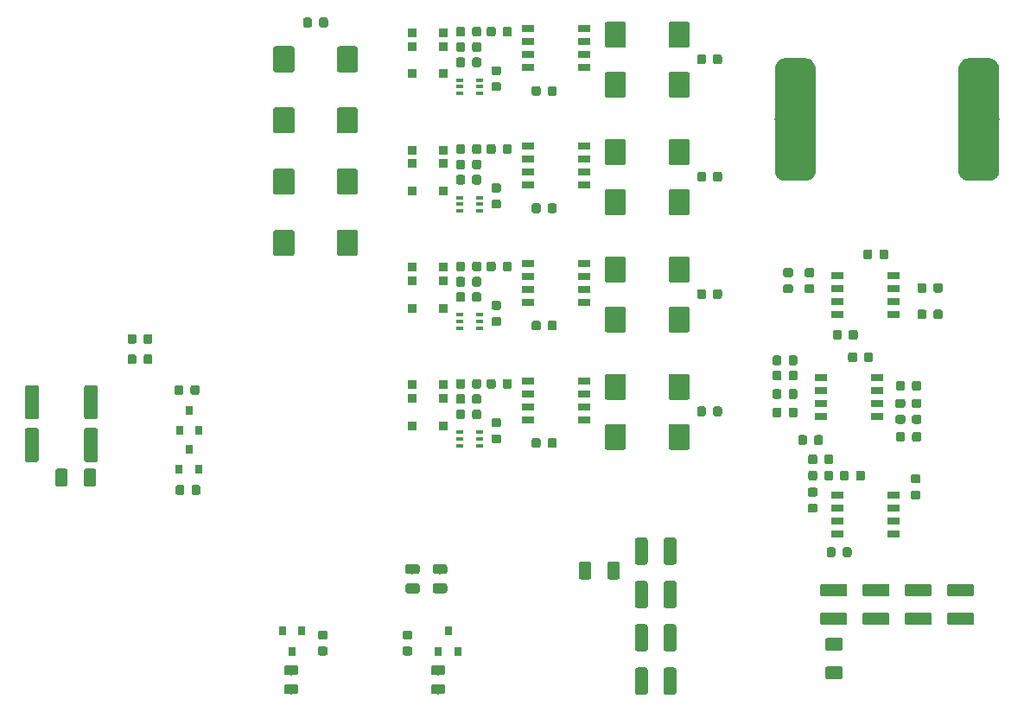
<source format=gbr>
G04 #@! TF.GenerationSoftware,KiCad,Pcbnew,6.0.0-rc1-unknown-589e1f6~66~ubuntu18.04.1*
G04 #@! TF.CreationDate,2018-11-04T22:43:28+01:00*
G04 #@! TF.ProjectId,Ntester,4e746573-7465-4722-9e6b-696361645f70,rev?*
G04 #@! TF.SameCoordinates,Original*
G04 #@! TF.FileFunction,Paste,Top*
G04 #@! TF.FilePolarity,Positive*
%FSLAX46Y46*%
G04 Gerber Fmt 4.6, Leading zero omitted, Abs format (unit mm)*
G04 Created by KiCad (PCBNEW 6.0.0-rc1-unknown-589e1f6~66~ubuntu18.04.1) date nie, 4 lis 2018, 22:43:28*
%MOMM*%
%LPD*%
G01*
G04 APERTURE LIST*
%ADD10C,0.100000*%
%ADD11C,2.075000*%
%ADD12C,0.875000*%
%ADD13R,0.900000X0.900000*%
%ADD14R,0.650000X0.400000*%
%ADD15R,1.250000X0.700000*%
%ADD16C,1.250000*%
%ADD17C,0.975000*%
%ADD18C,4.000000*%
%ADD19R,0.800000X0.900000*%
%ADD20C,1.350000*%
G04 APERTURE END LIST*
D10*
G04 #@! TO.C,C84*
G36*
X92424504Y-139726204D02*
X92448773Y-139729804D01*
X92472571Y-139735765D01*
X92495671Y-139744030D01*
X92517849Y-139754520D01*
X92538893Y-139767133D01*
X92558598Y-139781747D01*
X92576777Y-139798223D01*
X92593253Y-139816402D01*
X92607867Y-139836107D01*
X92620480Y-139857151D01*
X92630970Y-139879329D01*
X92639235Y-139902429D01*
X92645196Y-139926227D01*
X92648796Y-139950496D01*
X92650000Y-139975000D01*
X92650000Y-142025000D01*
X92648796Y-142049504D01*
X92645196Y-142073773D01*
X92639235Y-142097571D01*
X92630970Y-142120671D01*
X92620480Y-142142849D01*
X92607867Y-142163893D01*
X92593253Y-142183598D01*
X92576777Y-142201777D01*
X92558598Y-142218253D01*
X92538893Y-142232867D01*
X92517849Y-142245480D01*
X92495671Y-142255970D01*
X92472571Y-142264235D01*
X92448773Y-142270196D01*
X92424504Y-142273796D01*
X92400000Y-142275000D01*
X90825000Y-142275000D01*
X90800496Y-142273796D01*
X90776227Y-142270196D01*
X90752429Y-142264235D01*
X90729329Y-142255970D01*
X90707151Y-142245480D01*
X90686107Y-142232867D01*
X90666402Y-142218253D01*
X90648223Y-142201777D01*
X90631747Y-142183598D01*
X90617133Y-142163893D01*
X90604520Y-142142849D01*
X90594030Y-142120671D01*
X90585765Y-142097571D01*
X90579804Y-142073773D01*
X90576204Y-142049504D01*
X90575000Y-142025000D01*
X90575000Y-139975000D01*
X90576204Y-139950496D01*
X90579804Y-139926227D01*
X90585765Y-139902429D01*
X90594030Y-139879329D01*
X90604520Y-139857151D01*
X90617133Y-139836107D01*
X90631747Y-139816402D01*
X90648223Y-139798223D01*
X90666402Y-139781747D01*
X90686107Y-139767133D01*
X90707151Y-139754520D01*
X90729329Y-139744030D01*
X90752429Y-139735765D01*
X90776227Y-139729804D01*
X90800496Y-139726204D01*
X90825000Y-139725000D01*
X92400000Y-139725000D01*
X92424504Y-139726204D01*
X92424504Y-139726204D01*
G37*
D11*
X91612500Y-141000000D03*
D10*
G36*
X86199504Y-139726204D02*
X86223773Y-139729804D01*
X86247571Y-139735765D01*
X86270671Y-139744030D01*
X86292849Y-139754520D01*
X86313893Y-139767133D01*
X86333598Y-139781747D01*
X86351777Y-139798223D01*
X86368253Y-139816402D01*
X86382867Y-139836107D01*
X86395480Y-139857151D01*
X86405970Y-139879329D01*
X86414235Y-139902429D01*
X86420196Y-139926227D01*
X86423796Y-139950496D01*
X86425000Y-139975000D01*
X86425000Y-142025000D01*
X86423796Y-142049504D01*
X86420196Y-142073773D01*
X86414235Y-142097571D01*
X86405970Y-142120671D01*
X86395480Y-142142849D01*
X86382867Y-142163893D01*
X86368253Y-142183598D01*
X86351777Y-142201777D01*
X86333598Y-142218253D01*
X86313893Y-142232867D01*
X86292849Y-142245480D01*
X86270671Y-142255970D01*
X86247571Y-142264235D01*
X86223773Y-142270196D01*
X86199504Y-142273796D01*
X86175000Y-142275000D01*
X84600000Y-142275000D01*
X84575496Y-142273796D01*
X84551227Y-142270196D01*
X84527429Y-142264235D01*
X84504329Y-142255970D01*
X84482151Y-142245480D01*
X84461107Y-142232867D01*
X84441402Y-142218253D01*
X84423223Y-142201777D01*
X84406747Y-142183598D01*
X84392133Y-142163893D01*
X84379520Y-142142849D01*
X84369030Y-142120671D01*
X84360765Y-142097571D01*
X84354804Y-142073773D01*
X84351204Y-142049504D01*
X84350000Y-142025000D01*
X84350000Y-139975000D01*
X84351204Y-139950496D01*
X84354804Y-139926227D01*
X84360765Y-139902429D01*
X84369030Y-139879329D01*
X84379520Y-139857151D01*
X84392133Y-139836107D01*
X84406747Y-139816402D01*
X84423223Y-139798223D01*
X84441402Y-139781747D01*
X84461107Y-139767133D01*
X84482151Y-139754520D01*
X84504329Y-139744030D01*
X84527429Y-139735765D01*
X84551227Y-139729804D01*
X84575496Y-139726204D01*
X84600000Y-139725000D01*
X86175000Y-139725000D01*
X86199504Y-139726204D01*
X86199504Y-139726204D01*
G37*
D11*
X85387500Y-141000000D03*
G04 #@! TD*
D10*
G04 #@! TO.C,R36*
G36*
X73977691Y-139176053D02*
X73998926Y-139179203D01*
X74019750Y-139184419D01*
X74039962Y-139191651D01*
X74059368Y-139200830D01*
X74077781Y-139211866D01*
X74095024Y-139224654D01*
X74110930Y-139239070D01*
X74125346Y-139254976D01*
X74138134Y-139272219D01*
X74149170Y-139290632D01*
X74158349Y-139310038D01*
X74165581Y-139330250D01*
X74170797Y-139351074D01*
X74173947Y-139372309D01*
X74175000Y-139393750D01*
X74175000Y-139831250D01*
X74173947Y-139852691D01*
X74170797Y-139873926D01*
X74165581Y-139894750D01*
X74158349Y-139914962D01*
X74149170Y-139934368D01*
X74138134Y-139952781D01*
X74125346Y-139970024D01*
X74110930Y-139985930D01*
X74095024Y-140000346D01*
X74077781Y-140013134D01*
X74059368Y-140024170D01*
X74039962Y-140033349D01*
X74019750Y-140040581D01*
X73998926Y-140045797D01*
X73977691Y-140048947D01*
X73956250Y-140050000D01*
X73443750Y-140050000D01*
X73422309Y-140048947D01*
X73401074Y-140045797D01*
X73380250Y-140040581D01*
X73360038Y-140033349D01*
X73340632Y-140024170D01*
X73322219Y-140013134D01*
X73304976Y-140000346D01*
X73289070Y-139985930D01*
X73274654Y-139970024D01*
X73261866Y-139952781D01*
X73250830Y-139934368D01*
X73241651Y-139914962D01*
X73234419Y-139894750D01*
X73229203Y-139873926D01*
X73226053Y-139852691D01*
X73225000Y-139831250D01*
X73225000Y-139393750D01*
X73226053Y-139372309D01*
X73229203Y-139351074D01*
X73234419Y-139330250D01*
X73241651Y-139310038D01*
X73250830Y-139290632D01*
X73261866Y-139272219D01*
X73274654Y-139254976D01*
X73289070Y-139239070D01*
X73304976Y-139224654D01*
X73322219Y-139211866D01*
X73340632Y-139200830D01*
X73360038Y-139191651D01*
X73380250Y-139184419D01*
X73401074Y-139179203D01*
X73422309Y-139176053D01*
X73443750Y-139175000D01*
X73956250Y-139175000D01*
X73977691Y-139176053D01*
X73977691Y-139176053D01*
G37*
D12*
X73700000Y-139612500D03*
D10*
G36*
X73977691Y-140751053D02*
X73998926Y-140754203D01*
X74019750Y-140759419D01*
X74039962Y-140766651D01*
X74059368Y-140775830D01*
X74077781Y-140786866D01*
X74095024Y-140799654D01*
X74110930Y-140814070D01*
X74125346Y-140829976D01*
X74138134Y-140847219D01*
X74149170Y-140865632D01*
X74158349Y-140885038D01*
X74165581Y-140905250D01*
X74170797Y-140926074D01*
X74173947Y-140947309D01*
X74175000Y-140968750D01*
X74175000Y-141406250D01*
X74173947Y-141427691D01*
X74170797Y-141448926D01*
X74165581Y-141469750D01*
X74158349Y-141489962D01*
X74149170Y-141509368D01*
X74138134Y-141527781D01*
X74125346Y-141545024D01*
X74110930Y-141560930D01*
X74095024Y-141575346D01*
X74077781Y-141588134D01*
X74059368Y-141599170D01*
X74039962Y-141608349D01*
X74019750Y-141615581D01*
X73998926Y-141620797D01*
X73977691Y-141623947D01*
X73956250Y-141625000D01*
X73443750Y-141625000D01*
X73422309Y-141623947D01*
X73401074Y-141620797D01*
X73380250Y-141615581D01*
X73360038Y-141608349D01*
X73340632Y-141599170D01*
X73322219Y-141588134D01*
X73304976Y-141575346D01*
X73289070Y-141560930D01*
X73274654Y-141545024D01*
X73261866Y-141527781D01*
X73250830Y-141509368D01*
X73241651Y-141489962D01*
X73234419Y-141469750D01*
X73229203Y-141448926D01*
X73226053Y-141427691D01*
X73225000Y-141406250D01*
X73225000Y-140968750D01*
X73226053Y-140947309D01*
X73229203Y-140926074D01*
X73234419Y-140905250D01*
X73241651Y-140885038D01*
X73250830Y-140865632D01*
X73261866Y-140847219D01*
X73274654Y-140829976D01*
X73289070Y-140814070D01*
X73304976Y-140799654D01*
X73322219Y-140786866D01*
X73340632Y-140775830D01*
X73360038Y-140766651D01*
X73380250Y-140759419D01*
X73401074Y-140754203D01*
X73422309Y-140751053D01*
X73443750Y-140750000D01*
X73956250Y-140750000D01*
X73977691Y-140751053D01*
X73977691Y-140751053D01*
G37*
D12*
X73700000Y-141187500D03*
G04 #@! TD*
D10*
G04 #@! TO.C,C77*
G36*
X70452691Y-138326053D02*
X70473926Y-138329203D01*
X70494750Y-138334419D01*
X70514962Y-138341651D01*
X70534368Y-138350830D01*
X70552781Y-138361866D01*
X70570024Y-138374654D01*
X70585930Y-138389070D01*
X70600346Y-138404976D01*
X70613134Y-138422219D01*
X70624170Y-138440632D01*
X70633349Y-138460038D01*
X70640581Y-138480250D01*
X70645797Y-138501074D01*
X70648947Y-138522309D01*
X70650000Y-138543750D01*
X70650000Y-139056250D01*
X70648947Y-139077691D01*
X70645797Y-139098926D01*
X70640581Y-139119750D01*
X70633349Y-139139962D01*
X70624170Y-139159368D01*
X70613134Y-139177781D01*
X70600346Y-139195024D01*
X70585930Y-139210930D01*
X70570024Y-139225346D01*
X70552781Y-139238134D01*
X70534368Y-139249170D01*
X70514962Y-139258349D01*
X70494750Y-139265581D01*
X70473926Y-139270797D01*
X70452691Y-139273947D01*
X70431250Y-139275000D01*
X69993750Y-139275000D01*
X69972309Y-139273947D01*
X69951074Y-139270797D01*
X69930250Y-139265581D01*
X69910038Y-139258349D01*
X69890632Y-139249170D01*
X69872219Y-139238134D01*
X69854976Y-139225346D01*
X69839070Y-139210930D01*
X69824654Y-139195024D01*
X69811866Y-139177781D01*
X69800830Y-139159368D01*
X69791651Y-139139962D01*
X69784419Y-139119750D01*
X69779203Y-139098926D01*
X69776053Y-139077691D01*
X69775000Y-139056250D01*
X69775000Y-138543750D01*
X69776053Y-138522309D01*
X69779203Y-138501074D01*
X69784419Y-138480250D01*
X69791651Y-138460038D01*
X69800830Y-138440632D01*
X69811866Y-138422219D01*
X69824654Y-138404976D01*
X69839070Y-138389070D01*
X69854976Y-138374654D01*
X69872219Y-138361866D01*
X69890632Y-138350830D01*
X69910038Y-138341651D01*
X69930250Y-138334419D01*
X69951074Y-138329203D01*
X69972309Y-138326053D01*
X69993750Y-138325000D01*
X70431250Y-138325000D01*
X70452691Y-138326053D01*
X70452691Y-138326053D01*
G37*
D12*
X70212500Y-138800000D03*
D10*
G36*
X72027691Y-138326053D02*
X72048926Y-138329203D01*
X72069750Y-138334419D01*
X72089962Y-138341651D01*
X72109368Y-138350830D01*
X72127781Y-138361866D01*
X72145024Y-138374654D01*
X72160930Y-138389070D01*
X72175346Y-138404976D01*
X72188134Y-138422219D01*
X72199170Y-138440632D01*
X72208349Y-138460038D01*
X72215581Y-138480250D01*
X72220797Y-138501074D01*
X72223947Y-138522309D01*
X72225000Y-138543750D01*
X72225000Y-139056250D01*
X72223947Y-139077691D01*
X72220797Y-139098926D01*
X72215581Y-139119750D01*
X72208349Y-139139962D01*
X72199170Y-139159368D01*
X72188134Y-139177781D01*
X72175346Y-139195024D01*
X72160930Y-139210930D01*
X72145024Y-139225346D01*
X72127781Y-139238134D01*
X72109368Y-139249170D01*
X72089962Y-139258349D01*
X72069750Y-139265581D01*
X72048926Y-139270797D01*
X72027691Y-139273947D01*
X72006250Y-139275000D01*
X71568750Y-139275000D01*
X71547309Y-139273947D01*
X71526074Y-139270797D01*
X71505250Y-139265581D01*
X71485038Y-139258349D01*
X71465632Y-139249170D01*
X71447219Y-139238134D01*
X71429976Y-139225346D01*
X71414070Y-139210930D01*
X71399654Y-139195024D01*
X71386866Y-139177781D01*
X71375830Y-139159368D01*
X71366651Y-139139962D01*
X71359419Y-139119750D01*
X71354203Y-139098926D01*
X71351053Y-139077691D01*
X71350000Y-139056250D01*
X71350000Y-138543750D01*
X71351053Y-138522309D01*
X71354203Y-138501074D01*
X71359419Y-138480250D01*
X71366651Y-138460038D01*
X71375830Y-138440632D01*
X71386866Y-138422219D01*
X71399654Y-138404976D01*
X71414070Y-138389070D01*
X71429976Y-138374654D01*
X71447219Y-138361866D01*
X71465632Y-138350830D01*
X71485038Y-138341651D01*
X71505250Y-138334419D01*
X71526074Y-138329203D01*
X71547309Y-138326053D01*
X71568750Y-138325000D01*
X72006250Y-138325000D01*
X72027691Y-138326053D01*
X72027691Y-138326053D01*
G37*
D12*
X71787500Y-138800000D03*
G04 #@! TD*
D10*
G04 #@! TO.C,R34*
G36*
X72027691Y-136826053D02*
X72048926Y-136829203D01*
X72069750Y-136834419D01*
X72089962Y-136841651D01*
X72109368Y-136850830D01*
X72127781Y-136861866D01*
X72145024Y-136874654D01*
X72160930Y-136889070D01*
X72175346Y-136904976D01*
X72188134Y-136922219D01*
X72199170Y-136940632D01*
X72208349Y-136960038D01*
X72215581Y-136980250D01*
X72220797Y-137001074D01*
X72223947Y-137022309D01*
X72225000Y-137043750D01*
X72225000Y-137556250D01*
X72223947Y-137577691D01*
X72220797Y-137598926D01*
X72215581Y-137619750D01*
X72208349Y-137639962D01*
X72199170Y-137659368D01*
X72188134Y-137677781D01*
X72175346Y-137695024D01*
X72160930Y-137710930D01*
X72145024Y-137725346D01*
X72127781Y-137738134D01*
X72109368Y-137749170D01*
X72089962Y-137758349D01*
X72069750Y-137765581D01*
X72048926Y-137770797D01*
X72027691Y-137773947D01*
X72006250Y-137775000D01*
X71568750Y-137775000D01*
X71547309Y-137773947D01*
X71526074Y-137770797D01*
X71505250Y-137765581D01*
X71485038Y-137758349D01*
X71465632Y-137749170D01*
X71447219Y-137738134D01*
X71429976Y-137725346D01*
X71414070Y-137710930D01*
X71399654Y-137695024D01*
X71386866Y-137677781D01*
X71375830Y-137659368D01*
X71366651Y-137639962D01*
X71359419Y-137619750D01*
X71354203Y-137598926D01*
X71351053Y-137577691D01*
X71350000Y-137556250D01*
X71350000Y-137043750D01*
X71351053Y-137022309D01*
X71354203Y-137001074D01*
X71359419Y-136980250D01*
X71366651Y-136960038D01*
X71375830Y-136940632D01*
X71386866Y-136922219D01*
X71399654Y-136904976D01*
X71414070Y-136889070D01*
X71429976Y-136874654D01*
X71447219Y-136861866D01*
X71465632Y-136850830D01*
X71485038Y-136841651D01*
X71505250Y-136834419D01*
X71526074Y-136829203D01*
X71547309Y-136826053D01*
X71568750Y-136825000D01*
X72006250Y-136825000D01*
X72027691Y-136826053D01*
X72027691Y-136826053D01*
G37*
D12*
X71787500Y-137300000D03*
D10*
G36*
X70452691Y-136826053D02*
X70473926Y-136829203D01*
X70494750Y-136834419D01*
X70514962Y-136841651D01*
X70534368Y-136850830D01*
X70552781Y-136861866D01*
X70570024Y-136874654D01*
X70585930Y-136889070D01*
X70600346Y-136904976D01*
X70613134Y-136922219D01*
X70624170Y-136940632D01*
X70633349Y-136960038D01*
X70640581Y-136980250D01*
X70645797Y-137001074D01*
X70648947Y-137022309D01*
X70650000Y-137043750D01*
X70650000Y-137556250D01*
X70648947Y-137577691D01*
X70645797Y-137598926D01*
X70640581Y-137619750D01*
X70633349Y-137639962D01*
X70624170Y-137659368D01*
X70613134Y-137677781D01*
X70600346Y-137695024D01*
X70585930Y-137710930D01*
X70570024Y-137725346D01*
X70552781Y-137738134D01*
X70534368Y-137749170D01*
X70514962Y-137758349D01*
X70494750Y-137765581D01*
X70473926Y-137770797D01*
X70452691Y-137773947D01*
X70431250Y-137775000D01*
X69993750Y-137775000D01*
X69972309Y-137773947D01*
X69951074Y-137770797D01*
X69930250Y-137765581D01*
X69910038Y-137758349D01*
X69890632Y-137749170D01*
X69872219Y-137738134D01*
X69854976Y-137725346D01*
X69839070Y-137710930D01*
X69824654Y-137695024D01*
X69811866Y-137677781D01*
X69800830Y-137659368D01*
X69791651Y-137639962D01*
X69784419Y-137619750D01*
X69779203Y-137598926D01*
X69776053Y-137577691D01*
X69775000Y-137556250D01*
X69775000Y-137043750D01*
X69776053Y-137022309D01*
X69779203Y-137001074D01*
X69784419Y-136980250D01*
X69791651Y-136960038D01*
X69800830Y-136940632D01*
X69811866Y-136922219D01*
X69824654Y-136904976D01*
X69839070Y-136889070D01*
X69854976Y-136874654D01*
X69872219Y-136861866D01*
X69890632Y-136850830D01*
X69910038Y-136841651D01*
X69930250Y-136834419D01*
X69951074Y-136829203D01*
X69972309Y-136826053D01*
X69993750Y-136825000D01*
X70431250Y-136825000D01*
X70452691Y-136826053D01*
X70452691Y-136826053D01*
G37*
D12*
X70212500Y-137300000D03*
G04 #@! TD*
D10*
G04 #@! TO.C,C79*
G36*
X75027691Y-135326053D02*
X75048926Y-135329203D01*
X75069750Y-135334419D01*
X75089962Y-135341651D01*
X75109368Y-135350830D01*
X75127781Y-135361866D01*
X75145024Y-135374654D01*
X75160930Y-135389070D01*
X75175346Y-135404976D01*
X75188134Y-135422219D01*
X75199170Y-135440632D01*
X75208349Y-135460038D01*
X75215581Y-135480250D01*
X75220797Y-135501074D01*
X75223947Y-135522309D01*
X75225000Y-135543750D01*
X75225000Y-136056250D01*
X75223947Y-136077691D01*
X75220797Y-136098926D01*
X75215581Y-136119750D01*
X75208349Y-136139962D01*
X75199170Y-136159368D01*
X75188134Y-136177781D01*
X75175346Y-136195024D01*
X75160930Y-136210930D01*
X75145024Y-136225346D01*
X75127781Y-136238134D01*
X75109368Y-136249170D01*
X75089962Y-136258349D01*
X75069750Y-136265581D01*
X75048926Y-136270797D01*
X75027691Y-136273947D01*
X75006250Y-136275000D01*
X74568750Y-136275000D01*
X74547309Y-136273947D01*
X74526074Y-136270797D01*
X74505250Y-136265581D01*
X74485038Y-136258349D01*
X74465632Y-136249170D01*
X74447219Y-136238134D01*
X74429976Y-136225346D01*
X74414070Y-136210930D01*
X74399654Y-136195024D01*
X74386866Y-136177781D01*
X74375830Y-136159368D01*
X74366651Y-136139962D01*
X74359419Y-136119750D01*
X74354203Y-136098926D01*
X74351053Y-136077691D01*
X74350000Y-136056250D01*
X74350000Y-135543750D01*
X74351053Y-135522309D01*
X74354203Y-135501074D01*
X74359419Y-135480250D01*
X74366651Y-135460038D01*
X74375830Y-135440632D01*
X74386866Y-135422219D01*
X74399654Y-135404976D01*
X74414070Y-135389070D01*
X74429976Y-135374654D01*
X74447219Y-135361866D01*
X74465632Y-135350830D01*
X74485038Y-135341651D01*
X74505250Y-135334419D01*
X74526074Y-135329203D01*
X74547309Y-135326053D01*
X74568750Y-135325000D01*
X75006250Y-135325000D01*
X75027691Y-135326053D01*
X75027691Y-135326053D01*
G37*
D12*
X74787500Y-135800000D03*
D10*
G36*
X73452691Y-135326053D02*
X73473926Y-135329203D01*
X73494750Y-135334419D01*
X73514962Y-135341651D01*
X73534368Y-135350830D01*
X73552781Y-135361866D01*
X73570024Y-135374654D01*
X73585930Y-135389070D01*
X73600346Y-135404976D01*
X73613134Y-135422219D01*
X73624170Y-135440632D01*
X73633349Y-135460038D01*
X73640581Y-135480250D01*
X73645797Y-135501074D01*
X73648947Y-135522309D01*
X73650000Y-135543750D01*
X73650000Y-136056250D01*
X73648947Y-136077691D01*
X73645797Y-136098926D01*
X73640581Y-136119750D01*
X73633349Y-136139962D01*
X73624170Y-136159368D01*
X73613134Y-136177781D01*
X73600346Y-136195024D01*
X73585930Y-136210930D01*
X73570024Y-136225346D01*
X73552781Y-136238134D01*
X73534368Y-136249170D01*
X73514962Y-136258349D01*
X73494750Y-136265581D01*
X73473926Y-136270797D01*
X73452691Y-136273947D01*
X73431250Y-136275000D01*
X72993750Y-136275000D01*
X72972309Y-136273947D01*
X72951074Y-136270797D01*
X72930250Y-136265581D01*
X72910038Y-136258349D01*
X72890632Y-136249170D01*
X72872219Y-136238134D01*
X72854976Y-136225346D01*
X72839070Y-136210930D01*
X72824654Y-136195024D01*
X72811866Y-136177781D01*
X72800830Y-136159368D01*
X72791651Y-136139962D01*
X72784419Y-136119750D01*
X72779203Y-136098926D01*
X72776053Y-136077691D01*
X72775000Y-136056250D01*
X72775000Y-135543750D01*
X72776053Y-135522309D01*
X72779203Y-135501074D01*
X72784419Y-135480250D01*
X72791651Y-135460038D01*
X72800830Y-135440632D01*
X72811866Y-135422219D01*
X72824654Y-135404976D01*
X72839070Y-135389070D01*
X72854976Y-135374654D01*
X72872219Y-135361866D01*
X72890632Y-135350830D01*
X72910038Y-135341651D01*
X72930250Y-135334419D01*
X72951074Y-135329203D01*
X72972309Y-135326053D01*
X72993750Y-135325000D01*
X73431250Y-135325000D01*
X73452691Y-135326053D01*
X73452691Y-135326053D01*
G37*
D12*
X73212500Y-135800000D03*
G04 #@! TD*
D10*
G04 #@! TO.C,C83*
G36*
X92424504Y-134826204D02*
X92448773Y-134829804D01*
X92472571Y-134835765D01*
X92495671Y-134844030D01*
X92517849Y-134854520D01*
X92538893Y-134867133D01*
X92558598Y-134881747D01*
X92576777Y-134898223D01*
X92593253Y-134916402D01*
X92607867Y-134936107D01*
X92620480Y-134957151D01*
X92630970Y-134979329D01*
X92639235Y-135002429D01*
X92645196Y-135026227D01*
X92648796Y-135050496D01*
X92650000Y-135075000D01*
X92650000Y-137125000D01*
X92648796Y-137149504D01*
X92645196Y-137173773D01*
X92639235Y-137197571D01*
X92630970Y-137220671D01*
X92620480Y-137242849D01*
X92607867Y-137263893D01*
X92593253Y-137283598D01*
X92576777Y-137301777D01*
X92558598Y-137318253D01*
X92538893Y-137332867D01*
X92517849Y-137345480D01*
X92495671Y-137355970D01*
X92472571Y-137364235D01*
X92448773Y-137370196D01*
X92424504Y-137373796D01*
X92400000Y-137375000D01*
X90825000Y-137375000D01*
X90800496Y-137373796D01*
X90776227Y-137370196D01*
X90752429Y-137364235D01*
X90729329Y-137355970D01*
X90707151Y-137345480D01*
X90686107Y-137332867D01*
X90666402Y-137318253D01*
X90648223Y-137301777D01*
X90631747Y-137283598D01*
X90617133Y-137263893D01*
X90604520Y-137242849D01*
X90594030Y-137220671D01*
X90585765Y-137197571D01*
X90579804Y-137173773D01*
X90576204Y-137149504D01*
X90575000Y-137125000D01*
X90575000Y-135075000D01*
X90576204Y-135050496D01*
X90579804Y-135026227D01*
X90585765Y-135002429D01*
X90594030Y-134979329D01*
X90604520Y-134957151D01*
X90617133Y-134936107D01*
X90631747Y-134916402D01*
X90648223Y-134898223D01*
X90666402Y-134881747D01*
X90686107Y-134867133D01*
X90707151Y-134854520D01*
X90729329Y-134844030D01*
X90752429Y-134835765D01*
X90776227Y-134829804D01*
X90800496Y-134826204D01*
X90825000Y-134825000D01*
X92400000Y-134825000D01*
X92424504Y-134826204D01*
X92424504Y-134826204D01*
G37*
D11*
X91612500Y-136100000D03*
D10*
G36*
X86199504Y-134826204D02*
X86223773Y-134829804D01*
X86247571Y-134835765D01*
X86270671Y-134844030D01*
X86292849Y-134854520D01*
X86313893Y-134867133D01*
X86333598Y-134881747D01*
X86351777Y-134898223D01*
X86368253Y-134916402D01*
X86382867Y-134936107D01*
X86395480Y-134957151D01*
X86405970Y-134979329D01*
X86414235Y-135002429D01*
X86420196Y-135026227D01*
X86423796Y-135050496D01*
X86425000Y-135075000D01*
X86425000Y-137125000D01*
X86423796Y-137149504D01*
X86420196Y-137173773D01*
X86414235Y-137197571D01*
X86405970Y-137220671D01*
X86395480Y-137242849D01*
X86382867Y-137263893D01*
X86368253Y-137283598D01*
X86351777Y-137301777D01*
X86333598Y-137318253D01*
X86313893Y-137332867D01*
X86292849Y-137345480D01*
X86270671Y-137355970D01*
X86247571Y-137364235D01*
X86223773Y-137370196D01*
X86199504Y-137373796D01*
X86175000Y-137375000D01*
X84600000Y-137375000D01*
X84575496Y-137373796D01*
X84551227Y-137370196D01*
X84527429Y-137364235D01*
X84504329Y-137355970D01*
X84482151Y-137345480D01*
X84461107Y-137332867D01*
X84441402Y-137318253D01*
X84423223Y-137301777D01*
X84406747Y-137283598D01*
X84392133Y-137263893D01*
X84379520Y-137242849D01*
X84369030Y-137220671D01*
X84360765Y-137197571D01*
X84354804Y-137173773D01*
X84351204Y-137149504D01*
X84350000Y-137125000D01*
X84350000Y-135075000D01*
X84351204Y-135050496D01*
X84354804Y-135026227D01*
X84360765Y-135002429D01*
X84369030Y-134979329D01*
X84379520Y-134957151D01*
X84392133Y-134936107D01*
X84406747Y-134916402D01*
X84423223Y-134898223D01*
X84441402Y-134881747D01*
X84461107Y-134867133D01*
X84482151Y-134854520D01*
X84504329Y-134844030D01*
X84527429Y-134835765D01*
X84551227Y-134829804D01*
X84575496Y-134826204D01*
X84600000Y-134825000D01*
X86175000Y-134825000D01*
X86199504Y-134826204D01*
X86199504Y-134826204D01*
G37*
D11*
X85387500Y-136100000D03*
G04 #@! TD*
D13*
G04 #@! TO.C,RN4*
X68500000Y-139900000D03*
X68500000Y-135900000D03*
X68500000Y-137240000D03*
X65500000Y-139900000D03*
X65500000Y-135900000D03*
X65500000Y-137240000D03*
G04 #@! TD*
D10*
G04 #@! TO.C,R35*
G36*
X77852691Y-141126053D02*
X77873926Y-141129203D01*
X77894750Y-141134419D01*
X77914962Y-141141651D01*
X77934368Y-141150830D01*
X77952781Y-141161866D01*
X77970024Y-141174654D01*
X77985930Y-141189070D01*
X78000346Y-141204976D01*
X78013134Y-141222219D01*
X78024170Y-141240632D01*
X78033349Y-141260038D01*
X78040581Y-141280250D01*
X78045797Y-141301074D01*
X78048947Y-141322309D01*
X78050000Y-141343750D01*
X78050000Y-141856250D01*
X78048947Y-141877691D01*
X78045797Y-141898926D01*
X78040581Y-141919750D01*
X78033349Y-141939962D01*
X78024170Y-141959368D01*
X78013134Y-141977781D01*
X78000346Y-141995024D01*
X77985930Y-142010930D01*
X77970024Y-142025346D01*
X77952781Y-142038134D01*
X77934368Y-142049170D01*
X77914962Y-142058349D01*
X77894750Y-142065581D01*
X77873926Y-142070797D01*
X77852691Y-142073947D01*
X77831250Y-142075000D01*
X77393750Y-142075000D01*
X77372309Y-142073947D01*
X77351074Y-142070797D01*
X77330250Y-142065581D01*
X77310038Y-142058349D01*
X77290632Y-142049170D01*
X77272219Y-142038134D01*
X77254976Y-142025346D01*
X77239070Y-142010930D01*
X77224654Y-141995024D01*
X77211866Y-141977781D01*
X77200830Y-141959368D01*
X77191651Y-141939962D01*
X77184419Y-141919750D01*
X77179203Y-141898926D01*
X77176053Y-141877691D01*
X77175000Y-141856250D01*
X77175000Y-141343750D01*
X77176053Y-141322309D01*
X77179203Y-141301074D01*
X77184419Y-141280250D01*
X77191651Y-141260038D01*
X77200830Y-141240632D01*
X77211866Y-141222219D01*
X77224654Y-141204976D01*
X77239070Y-141189070D01*
X77254976Y-141174654D01*
X77272219Y-141161866D01*
X77290632Y-141150830D01*
X77310038Y-141141651D01*
X77330250Y-141134419D01*
X77351074Y-141129203D01*
X77372309Y-141126053D01*
X77393750Y-141125000D01*
X77831250Y-141125000D01*
X77852691Y-141126053D01*
X77852691Y-141126053D01*
G37*
D12*
X77612500Y-141600000D03*
D10*
G36*
X79427691Y-141126053D02*
X79448926Y-141129203D01*
X79469750Y-141134419D01*
X79489962Y-141141651D01*
X79509368Y-141150830D01*
X79527781Y-141161866D01*
X79545024Y-141174654D01*
X79560930Y-141189070D01*
X79575346Y-141204976D01*
X79588134Y-141222219D01*
X79599170Y-141240632D01*
X79608349Y-141260038D01*
X79615581Y-141280250D01*
X79620797Y-141301074D01*
X79623947Y-141322309D01*
X79625000Y-141343750D01*
X79625000Y-141856250D01*
X79623947Y-141877691D01*
X79620797Y-141898926D01*
X79615581Y-141919750D01*
X79608349Y-141939962D01*
X79599170Y-141959368D01*
X79588134Y-141977781D01*
X79575346Y-141995024D01*
X79560930Y-142010930D01*
X79545024Y-142025346D01*
X79527781Y-142038134D01*
X79509368Y-142049170D01*
X79489962Y-142058349D01*
X79469750Y-142065581D01*
X79448926Y-142070797D01*
X79427691Y-142073947D01*
X79406250Y-142075000D01*
X78968750Y-142075000D01*
X78947309Y-142073947D01*
X78926074Y-142070797D01*
X78905250Y-142065581D01*
X78885038Y-142058349D01*
X78865632Y-142049170D01*
X78847219Y-142038134D01*
X78829976Y-142025346D01*
X78814070Y-142010930D01*
X78799654Y-141995024D01*
X78786866Y-141977781D01*
X78775830Y-141959368D01*
X78766651Y-141939962D01*
X78759419Y-141919750D01*
X78754203Y-141898926D01*
X78751053Y-141877691D01*
X78750000Y-141856250D01*
X78750000Y-141343750D01*
X78751053Y-141322309D01*
X78754203Y-141301074D01*
X78759419Y-141280250D01*
X78766651Y-141260038D01*
X78775830Y-141240632D01*
X78786866Y-141222219D01*
X78799654Y-141204976D01*
X78814070Y-141189070D01*
X78829976Y-141174654D01*
X78847219Y-141161866D01*
X78865632Y-141150830D01*
X78885038Y-141141651D01*
X78905250Y-141134419D01*
X78926074Y-141129203D01*
X78947309Y-141126053D01*
X78968750Y-141125000D01*
X79406250Y-141125000D01*
X79427691Y-141126053D01*
X79427691Y-141126053D01*
G37*
D12*
X79187500Y-141600000D03*
G04 #@! TD*
D10*
G04 #@! TO.C,R33*
G36*
X72027691Y-135326053D02*
X72048926Y-135329203D01*
X72069750Y-135334419D01*
X72089962Y-135341651D01*
X72109368Y-135350830D01*
X72127781Y-135361866D01*
X72145024Y-135374654D01*
X72160930Y-135389070D01*
X72175346Y-135404976D01*
X72188134Y-135422219D01*
X72199170Y-135440632D01*
X72208349Y-135460038D01*
X72215581Y-135480250D01*
X72220797Y-135501074D01*
X72223947Y-135522309D01*
X72225000Y-135543750D01*
X72225000Y-136056250D01*
X72223947Y-136077691D01*
X72220797Y-136098926D01*
X72215581Y-136119750D01*
X72208349Y-136139962D01*
X72199170Y-136159368D01*
X72188134Y-136177781D01*
X72175346Y-136195024D01*
X72160930Y-136210930D01*
X72145024Y-136225346D01*
X72127781Y-136238134D01*
X72109368Y-136249170D01*
X72089962Y-136258349D01*
X72069750Y-136265581D01*
X72048926Y-136270797D01*
X72027691Y-136273947D01*
X72006250Y-136275000D01*
X71568750Y-136275000D01*
X71547309Y-136273947D01*
X71526074Y-136270797D01*
X71505250Y-136265581D01*
X71485038Y-136258349D01*
X71465632Y-136249170D01*
X71447219Y-136238134D01*
X71429976Y-136225346D01*
X71414070Y-136210930D01*
X71399654Y-136195024D01*
X71386866Y-136177781D01*
X71375830Y-136159368D01*
X71366651Y-136139962D01*
X71359419Y-136119750D01*
X71354203Y-136098926D01*
X71351053Y-136077691D01*
X71350000Y-136056250D01*
X71350000Y-135543750D01*
X71351053Y-135522309D01*
X71354203Y-135501074D01*
X71359419Y-135480250D01*
X71366651Y-135460038D01*
X71375830Y-135440632D01*
X71386866Y-135422219D01*
X71399654Y-135404976D01*
X71414070Y-135389070D01*
X71429976Y-135374654D01*
X71447219Y-135361866D01*
X71465632Y-135350830D01*
X71485038Y-135341651D01*
X71505250Y-135334419D01*
X71526074Y-135329203D01*
X71547309Y-135326053D01*
X71568750Y-135325000D01*
X72006250Y-135325000D01*
X72027691Y-135326053D01*
X72027691Y-135326053D01*
G37*
D12*
X71787500Y-135800000D03*
D10*
G36*
X70452691Y-135326053D02*
X70473926Y-135329203D01*
X70494750Y-135334419D01*
X70514962Y-135341651D01*
X70534368Y-135350830D01*
X70552781Y-135361866D01*
X70570024Y-135374654D01*
X70585930Y-135389070D01*
X70600346Y-135404976D01*
X70613134Y-135422219D01*
X70624170Y-135440632D01*
X70633349Y-135460038D01*
X70640581Y-135480250D01*
X70645797Y-135501074D01*
X70648947Y-135522309D01*
X70650000Y-135543750D01*
X70650000Y-136056250D01*
X70648947Y-136077691D01*
X70645797Y-136098926D01*
X70640581Y-136119750D01*
X70633349Y-136139962D01*
X70624170Y-136159368D01*
X70613134Y-136177781D01*
X70600346Y-136195024D01*
X70585930Y-136210930D01*
X70570024Y-136225346D01*
X70552781Y-136238134D01*
X70534368Y-136249170D01*
X70514962Y-136258349D01*
X70494750Y-136265581D01*
X70473926Y-136270797D01*
X70452691Y-136273947D01*
X70431250Y-136275000D01*
X69993750Y-136275000D01*
X69972309Y-136273947D01*
X69951074Y-136270797D01*
X69930250Y-136265581D01*
X69910038Y-136258349D01*
X69890632Y-136249170D01*
X69872219Y-136238134D01*
X69854976Y-136225346D01*
X69839070Y-136210930D01*
X69824654Y-136195024D01*
X69811866Y-136177781D01*
X69800830Y-136159368D01*
X69791651Y-136139962D01*
X69784419Y-136119750D01*
X69779203Y-136098926D01*
X69776053Y-136077691D01*
X69775000Y-136056250D01*
X69775000Y-135543750D01*
X69776053Y-135522309D01*
X69779203Y-135501074D01*
X69784419Y-135480250D01*
X69791651Y-135460038D01*
X69800830Y-135440632D01*
X69811866Y-135422219D01*
X69824654Y-135404976D01*
X69839070Y-135389070D01*
X69854976Y-135374654D01*
X69872219Y-135361866D01*
X69890632Y-135350830D01*
X69910038Y-135341651D01*
X69930250Y-135334419D01*
X69951074Y-135329203D01*
X69972309Y-135326053D01*
X69993750Y-135325000D01*
X70431250Y-135325000D01*
X70452691Y-135326053D01*
X70452691Y-135326053D01*
G37*
D12*
X70212500Y-135800000D03*
G04 #@! TD*
D14*
G04 #@! TO.C,Q4*
X70150000Y-140550000D03*
X70150000Y-141850000D03*
X72050000Y-141200000D03*
X70150000Y-141200000D03*
X72050000Y-141850000D03*
X72050000Y-140550000D03*
G04 #@! TD*
D10*
G04 #@! TO.C,R37*
G36*
X95627691Y-138026053D02*
X95648926Y-138029203D01*
X95669750Y-138034419D01*
X95689962Y-138041651D01*
X95709368Y-138050830D01*
X95727781Y-138061866D01*
X95745024Y-138074654D01*
X95760930Y-138089070D01*
X95775346Y-138104976D01*
X95788134Y-138122219D01*
X95799170Y-138140632D01*
X95808349Y-138160038D01*
X95815581Y-138180250D01*
X95820797Y-138201074D01*
X95823947Y-138222309D01*
X95825000Y-138243750D01*
X95825000Y-138756250D01*
X95823947Y-138777691D01*
X95820797Y-138798926D01*
X95815581Y-138819750D01*
X95808349Y-138839962D01*
X95799170Y-138859368D01*
X95788134Y-138877781D01*
X95775346Y-138895024D01*
X95760930Y-138910930D01*
X95745024Y-138925346D01*
X95727781Y-138938134D01*
X95709368Y-138949170D01*
X95689962Y-138958349D01*
X95669750Y-138965581D01*
X95648926Y-138970797D01*
X95627691Y-138973947D01*
X95606250Y-138975000D01*
X95168750Y-138975000D01*
X95147309Y-138973947D01*
X95126074Y-138970797D01*
X95105250Y-138965581D01*
X95085038Y-138958349D01*
X95065632Y-138949170D01*
X95047219Y-138938134D01*
X95029976Y-138925346D01*
X95014070Y-138910930D01*
X94999654Y-138895024D01*
X94986866Y-138877781D01*
X94975830Y-138859368D01*
X94966651Y-138839962D01*
X94959419Y-138819750D01*
X94954203Y-138798926D01*
X94951053Y-138777691D01*
X94950000Y-138756250D01*
X94950000Y-138243750D01*
X94951053Y-138222309D01*
X94954203Y-138201074D01*
X94959419Y-138180250D01*
X94966651Y-138160038D01*
X94975830Y-138140632D01*
X94986866Y-138122219D01*
X94999654Y-138104976D01*
X95014070Y-138089070D01*
X95029976Y-138074654D01*
X95047219Y-138061866D01*
X95065632Y-138050830D01*
X95085038Y-138041651D01*
X95105250Y-138034419D01*
X95126074Y-138029203D01*
X95147309Y-138026053D01*
X95168750Y-138025000D01*
X95606250Y-138025000D01*
X95627691Y-138026053D01*
X95627691Y-138026053D01*
G37*
D12*
X95387500Y-138500000D03*
D10*
G36*
X94052691Y-138026053D02*
X94073926Y-138029203D01*
X94094750Y-138034419D01*
X94114962Y-138041651D01*
X94134368Y-138050830D01*
X94152781Y-138061866D01*
X94170024Y-138074654D01*
X94185930Y-138089070D01*
X94200346Y-138104976D01*
X94213134Y-138122219D01*
X94224170Y-138140632D01*
X94233349Y-138160038D01*
X94240581Y-138180250D01*
X94245797Y-138201074D01*
X94248947Y-138222309D01*
X94250000Y-138243750D01*
X94250000Y-138756250D01*
X94248947Y-138777691D01*
X94245797Y-138798926D01*
X94240581Y-138819750D01*
X94233349Y-138839962D01*
X94224170Y-138859368D01*
X94213134Y-138877781D01*
X94200346Y-138895024D01*
X94185930Y-138910930D01*
X94170024Y-138925346D01*
X94152781Y-138938134D01*
X94134368Y-138949170D01*
X94114962Y-138958349D01*
X94094750Y-138965581D01*
X94073926Y-138970797D01*
X94052691Y-138973947D01*
X94031250Y-138975000D01*
X93593750Y-138975000D01*
X93572309Y-138973947D01*
X93551074Y-138970797D01*
X93530250Y-138965581D01*
X93510038Y-138958349D01*
X93490632Y-138949170D01*
X93472219Y-138938134D01*
X93454976Y-138925346D01*
X93439070Y-138910930D01*
X93424654Y-138895024D01*
X93411866Y-138877781D01*
X93400830Y-138859368D01*
X93391651Y-138839962D01*
X93384419Y-138819750D01*
X93379203Y-138798926D01*
X93376053Y-138777691D01*
X93375000Y-138756250D01*
X93375000Y-138243750D01*
X93376053Y-138222309D01*
X93379203Y-138201074D01*
X93384419Y-138180250D01*
X93391651Y-138160038D01*
X93400830Y-138140632D01*
X93411866Y-138122219D01*
X93424654Y-138104976D01*
X93439070Y-138089070D01*
X93454976Y-138074654D01*
X93472219Y-138061866D01*
X93490632Y-138050830D01*
X93510038Y-138041651D01*
X93530250Y-138034419D01*
X93551074Y-138029203D01*
X93572309Y-138026053D01*
X93593750Y-138025000D01*
X94031250Y-138025000D01*
X94052691Y-138026053D01*
X94052691Y-138026053D01*
G37*
D12*
X93812500Y-138500000D03*
G04 #@! TD*
D15*
G04 #@! TO.C,U7*
X82350000Y-135495000D03*
X76850000Y-135495000D03*
X82350000Y-136765000D03*
X76850000Y-136765000D03*
X82350000Y-138035000D03*
X76850000Y-138035000D03*
X82350000Y-139305000D03*
X76850000Y-139305000D03*
G04 #@! TD*
D10*
G04 #@! TO.C,R29*
G36*
X70452691Y-125326053D02*
X70473926Y-125329203D01*
X70494750Y-125334419D01*
X70514962Y-125341651D01*
X70534368Y-125350830D01*
X70552781Y-125361866D01*
X70570024Y-125374654D01*
X70585930Y-125389070D01*
X70600346Y-125404976D01*
X70613134Y-125422219D01*
X70624170Y-125440632D01*
X70633349Y-125460038D01*
X70640581Y-125480250D01*
X70645797Y-125501074D01*
X70648947Y-125522309D01*
X70650000Y-125543750D01*
X70650000Y-126056250D01*
X70648947Y-126077691D01*
X70645797Y-126098926D01*
X70640581Y-126119750D01*
X70633349Y-126139962D01*
X70624170Y-126159368D01*
X70613134Y-126177781D01*
X70600346Y-126195024D01*
X70585930Y-126210930D01*
X70570024Y-126225346D01*
X70552781Y-126238134D01*
X70534368Y-126249170D01*
X70514962Y-126258349D01*
X70494750Y-126265581D01*
X70473926Y-126270797D01*
X70452691Y-126273947D01*
X70431250Y-126275000D01*
X69993750Y-126275000D01*
X69972309Y-126273947D01*
X69951074Y-126270797D01*
X69930250Y-126265581D01*
X69910038Y-126258349D01*
X69890632Y-126249170D01*
X69872219Y-126238134D01*
X69854976Y-126225346D01*
X69839070Y-126210930D01*
X69824654Y-126195024D01*
X69811866Y-126177781D01*
X69800830Y-126159368D01*
X69791651Y-126139962D01*
X69784419Y-126119750D01*
X69779203Y-126098926D01*
X69776053Y-126077691D01*
X69775000Y-126056250D01*
X69775000Y-125543750D01*
X69776053Y-125522309D01*
X69779203Y-125501074D01*
X69784419Y-125480250D01*
X69791651Y-125460038D01*
X69800830Y-125440632D01*
X69811866Y-125422219D01*
X69824654Y-125404976D01*
X69839070Y-125389070D01*
X69854976Y-125374654D01*
X69872219Y-125361866D01*
X69890632Y-125350830D01*
X69910038Y-125341651D01*
X69930250Y-125334419D01*
X69951074Y-125329203D01*
X69972309Y-125326053D01*
X69993750Y-125325000D01*
X70431250Y-125325000D01*
X70452691Y-125326053D01*
X70452691Y-125326053D01*
G37*
D12*
X70212500Y-125800000D03*
D10*
G36*
X72027691Y-125326053D02*
X72048926Y-125329203D01*
X72069750Y-125334419D01*
X72089962Y-125341651D01*
X72109368Y-125350830D01*
X72127781Y-125361866D01*
X72145024Y-125374654D01*
X72160930Y-125389070D01*
X72175346Y-125404976D01*
X72188134Y-125422219D01*
X72199170Y-125440632D01*
X72208349Y-125460038D01*
X72215581Y-125480250D01*
X72220797Y-125501074D01*
X72223947Y-125522309D01*
X72225000Y-125543750D01*
X72225000Y-126056250D01*
X72223947Y-126077691D01*
X72220797Y-126098926D01*
X72215581Y-126119750D01*
X72208349Y-126139962D01*
X72199170Y-126159368D01*
X72188134Y-126177781D01*
X72175346Y-126195024D01*
X72160930Y-126210930D01*
X72145024Y-126225346D01*
X72127781Y-126238134D01*
X72109368Y-126249170D01*
X72089962Y-126258349D01*
X72069750Y-126265581D01*
X72048926Y-126270797D01*
X72027691Y-126273947D01*
X72006250Y-126275000D01*
X71568750Y-126275000D01*
X71547309Y-126273947D01*
X71526074Y-126270797D01*
X71505250Y-126265581D01*
X71485038Y-126258349D01*
X71465632Y-126249170D01*
X71447219Y-126238134D01*
X71429976Y-126225346D01*
X71414070Y-126210930D01*
X71399654Y-126195024D01*
X71386866Y-126177781D01*
X71375830Y-126159368D01*
X71366651Y-126139962D01*
X71359419Y-126119750D01*
X71354203Y-126098926D01*
X71351053Y-126077691D01*
X71350000Y-126056250D01*
X71350000Y-125543750D01*
X71351053Y-125522309D01*
X71354203Y-125501074D01*
X71359419Y-125480250D01*
X71366651Y-125460038D01*
X71375830Y-125440632D01*
X71386866Y-125422219D01*
X71399654Y-125404976D01*
X71414070Y-125389070D01*
X71429976Y-125374654D01*
X71447219Y-125361866D01*
X71465632Y-125350830D01*
X71485038Y-125341651D01*
X71505250Y-125334419D01*
X71526074Y-125329203D01*
X71547309Y-125326053D01*
X71568750Y-125325000D01*
X72006250Y-125325000D01*
X72027691Y-125326053D01*
X72027691Y-125326053D01*
G37*
D12*
X71787500Y-125800000D03*
G04 #@! TD*
D10*
G04 #@! TO.C,R32*
G36*
X94052691Y-126526053D02*
X94073926Y-126529203D01*
X94094750Y-126534419D01*
X94114962Y-126541651D01*
X94134368Y-126550830D01*
X94152781Y-126561866D01*
X94170024Y-126574654D01*
X94185930Y-126589070D01*
X94200346Y-126604976D01*
X94213134Y-126622219D01*
X94224170Y-126640632D01*
X94233349Y-126660038D01*
X94240581Y-126680250D01*
X94245797Y-126701074D01*
X94248947Y-126722309D01*
X94250000Y-126743750D01*
X94250000Y-127256250D01*
X94248947Y-127277691D01*
X94245797Y-127298926D01*
X94240581Y-127319750D01*
X94233349Y-127339962D01*
X94224170Y-127359368D01*
X94213134Y-127377781D01*
X94200346Y-127395024D01*
X94185930Y-127410930D01*
X94170024Y-127425346D01*
X94152781Y-127438134D01*
X94134368Y-127449170D01*
X94114962Y-127458349D01*
X94094750Y-127465581D01*
X94073926Y-127470797D01*
X94052691Y-127473947D01*
X94031250Y-127475000D01*
X93593750Y-127475000D01*
X93572309Y-127473947D01*
X93551074Y-127470797D01*
X93530250Y-127465581D01*
X93510038Y-127458349D01*
X93490632Y-127449170D01*
X93472219Y-127438134D01*
X93454976Y-127425346D01*
X93439070Y-127410930D01*
X93424654Y-127395024D01*
X93411866Y-127377781D01*
X93400830Y-127359368D01*
X93391651Y-127339962D01*
X93384419Y-127319750D01*
X93379203Y-127298926D01*
X93376053Y-127277691D01*
X93375000Y-127256250D01*
X93375000Y-126743750D01*
X93376053Y-126722309D01*
X93379203Y-126701074D01*
X93384419Y-126680250D01*
X93391651Y-126660038D01*
X93400830Y-126640632D01*
X93411866Y-126622219D01*
X93424654Y-126604976D01*
X93439070Y-126589070D01*
X93454976Y-126574654D01*
X93472219Y-126561866D01*
X93490632Y-126550830D01*
X93510038Y-126541651D01*
X93530250Y-126534419D01*
X93551074Y-126529203D01*
X93572309Y-126526053D01*
X93593750Y-126525000D01*
X94031250Y-126525000D01*
X94052691Y-126526053D01*
X94052691Y-126526053D01*
G37*
D12*
X93812500Y-127000000D03*
D10*
G36*
X95627691Y-126526053D02*
X95648926Y-126529203D01*
X95669750Y-126534419D01*
X95689962Y-126541651D01*
X95709368Y-126550830D01*
X95727781Y-126561866D01*
X95745024Y-126574654D01*
X95760930Y-126589070D01*
X95775346Y-126604976D01*
X95788134Y-126622219D01*
X95799170Y-126640632D01*
X95808349Y-126660038D01*
X95815581Y-126680250D01*
X95820797Y-126701074D01*
X95823947Y-126722309D01*
X95825000Y-126743750D01*
X95825000Y-127256250D01*
X95823947Y-127277691D01*
X95820797Y-127298926D01*
X95815581Y-127319750D01*
X95808349Y-127339962D01*
X95799170Y-127359368D01*
X95788134Y-127377781D01*
X95775346Y-127395024D01*
X95760930Y-127410930D01*
X95745024Y-127425346D01*
X95727781Y-127438134D01*
X95709368Y-127449170D01*
X95689962Y-127458349D01*
X95669750Y-127465581D01*
X95648926Y-127470797D01*
X95627691Y-127473947D01*
X95606250Y-127475000D01*
X95168750Y-127475000D01*
X95147309Y-127473947D01*
X95126074Y-127470797D01*
X95105250Y-127465581D01*
X95085038Y-127458349D01*
X95065632Y-127449170D01*
X95047219Y-127438134D01*
X95029976Y-127425346D01*
X95014070Y-127410930D01*
X94999654Y-127395024D01*
X94986866Y-127377781D01*
X94975830Y-127359368D01*
X94966651Y-127339962D01*
X94959419Y-127319750D01*
X94954203Y-127298926D01*
X94951053Y-127277691D01*
X94950000Y-127256250D01*
X94950000Y-126743750D01*
X94951053Y-126722309D01*
X94954203Y-126701074D01*
X94959419Y-126680250D01*
X94966651Y-126660038D01*
X94975830Y-126640632D01*
X94986866Y-126622219D01*
X94999654Y-126604976D01*
X95014070Y-126589070D01*
X95029976Y-126574654D01*
X95047219Y-126561866D01*
X95065632Y-126550830D01*
X95085038Y-126541651D01*
X95105250Y-126534419D01*
X95126074Y-126529203D01*
X95147309Y-126526053D01*
X95168750Y-126525000D01*
X95606250Y-126525000D01*
X95627691Y-126526053D01*
X95627691Y-126526053D01*
G37*
D12*
X95387500Y-127000000D03*
G04 #@! TD*
D13*
G04 #@! TO.C,RN3*
X65500000Y-125740000D03*
X65500000Y-124400000D03*
X65500000Y-128400000D03*
X68500000Y-125740000D03*
X68500000Y-124400000D03*
X68500000Y-128400000D03*
G04 #@! TD*
D10*
G04 #@! TO.C,C73*
G36*
X86199504Y-123326204D02*
X86223773Y-123329804D01*
X86247571Y-123335765D01*
X86270671Y-123344030D01*
X86292849Y-123354520D01*
X86313893Y-123367133D01*
X86333598Y-123381747D01*
X86351777Y-123398223D01*
X86368253Y-123416402D01*
X86382867Y-123436107D01*
X86395480Y-123457151D01*
X86405970Y-123479329D01*
X86414235Y-123502429D01*
X86420196Y-123526227D01*
X86423796Y-123550496D01*
X86425000Y-123575000D01*
X86425000Y-125625000D01*
X86423796Y-125649504D01*
X86420196Y-125673773D01*
X86414235Y-125697571D01*
X86405970Y-125720671D01*
X86395480Y-125742849D01*
X86382867Y-125763893D01*
X86368253Y-125783598D01*
X86351777Y-125801777D01*
X86333598Y-125818253D01*
X86313893Y-125832867D01*
X86292849Y-125845480D01*
X86270671Y-125855970D01*
X86247571Y-125864235D01*
X86223773Y-125870196D01*
X86199504Y-125873796D01*
X86175000Y-125875000D01*
X84600000Y-125875000D01*
X84575496Y-125873796D01*
X84551227Y-125870196D01*
X84527429Y-125864235D01*
X84504329Y-125855970D01*
X84482151Y-125845480D01*
X84461107Y-125832867D01*
X84441402Y-125818253D01*
X84423223Y-125801777D01*
X84406747Y-125783598D01*
X84392133Y-125763893D01*
X84379520Y-125742849D01*
X84369030Y-125720671D01*
X84360765Y-125697571D01*
X84354804Y-125673773D01*
X84351204Y-125649504D01*
X84350000Y-125625000D01*
X84350000Y-123575000D01*
X84351204Y-123550496D01*
X84354804Y-123526227D01*
X84360765Y-123502429D01*
X84369030Y-123479329D01*
X84379520Y-123457151D01*
X84392133Y-123436107D01*
X84406747Y-123416402D01*
X84423223Y-123398223D01*
X84441402Y-123381747D01*
X84461107Y-123367133D01*
X84482151Y-123354520D01*
X84504329Y-123344030D01*
X84527429Y-123335765D01*
X84551227Y-123329804D01*
X84575496Y-123326204D01*
X84600000Y-123325000D01*
X86175000Y-123325000D01*
X86199504Y-123326204D01*
X86199504Y-123326204D01*
G37*
D11*
X85387500Y-124600000D03*
D10*
G36*
X92424504Y-123326204D02*
X92448773Y-123329804D01*
X92472571Y-123335765D01*
X92495671Y-123344030D01*
X92517849Y-123354520D01*
X92538893Y-123367133D01*
X92558598Y-123381747D01*
X92576777Y-123398223D01*
X92593253Y-123416402D01*
X92607867Y-123436107D01*
X92620480Y-123457151D01*
X92630970Y-123479329D01*
X92639235Y-123502429D01*
X92645196Y-123526227D01*
X92648796Y-123550496D01*
X92650000Y-123575000D01*
X92650000Y-125625000D01*
X92648796Y-125649504D01*
X92645196Y-125673773D01*
X92639235Y-125697571D01*
X92630970Y-125720671D01*
X92620480Y-125742849D01*
X92607867Y-125763893D01*
X92593253Y-125783598D01*
X92576777Y-125801777D01*
X92558598Y-125818253D01*
X92538893Y-125832867D01*
X92517849Y-125845480D01*
X92495671Y-125855970D01*
X92472571Y-125864235D01*
X92448773Y-125870196D01*
X92424504Y-125873796D01*
X92400000Y-125875000D01*
X90825000Y-125875000D01*
X90800496Y-125873796D01*
X90776227Y-125870196D01*
X90752429Y-125864235D01*
X90729329Y-125855970D01*
X90707151Y-125845480D01*
X90686107Y-125832867D01*
X90666402Y-125818253D01*
X90648223Y-125801777D01*
X90631747Y-125783598D01*
X90617133Y-125763893D01*
X90604520Y-125742849D01*
X90594030Y-125720671D01*
X90585765Y-125697571D01*
X90579804Y-125673773D01*
X90576204Y-125649504D01*
X90575000Y-125625000D01*
X90575000Y-123575000D01*
X90576204Y-123550496D01*
X90579804Y-123526227D01*
X90585765Y-123502429D01*
X90594030Y-123479329D01*
X90604520Y-123457151D01*
X90617133Y-123436107D01*
X90631747Y-123416402D01*
X90648223Y-123398223D01*
X90666402Y-123381747D01*
X90686107Y-123367133D01*
X90707151Y-123354520D01*
X90729329Y-123344030D01*
X90752429Y-123335765D01*
X90776227Y-123329804D01*
X90800496Y-123326204D01*
X90825000Y-123325000D01*
X92400000Y-123325000D01*
X92424504Y-123326204D01*
X92424504Y-123326204D01*
G37*
D11*
X91612500Y-124600000D03*
G04 #@! TD*
D10*
G04 #@! TO.C,R31*
G36*
X73977691Y-129251053D02*
X73998926Y-129254203D01*
X74019750Y-129259419D01*
X74039962Y-129266651D01*
X74059368Y-129275830D01*
X74077781Y-129286866D01*
X74095024Y-129299654D01*
X74110930Y-129314070D01*
X74125346Y-129329976D01*
X74138134Y-129347219D01*
X74149170Y-129365632D01*
X74158349Y-129385038D01*
X74165581Y-129405250D01*
X74170797Y-129426074D01*
X74173947Y-129447309D01*
X74175000Y-129468750D01*
X74175000Y-129906250D01*
X74173947Y-129927691D01*
X74170797Y-129948926D01*
X74165581Y-129969750D01*
X74158349Y-129989962D01*
X74149170Y-130009368D01*
X74138134Y-130027781D01*
X74125346Y-130045024D01*
X74110930Y-130060930D01*
X74095024Y-130075346D01*
X74077781Y-130088134D01*
X74059368Y-130099170D01*
X74039962Y-130108349D01*
X74019750Y-130115581D01*
X73998926Y-130120797D01*
X73977691Y-130123947D01*
X73956250Y-130125000D01*
X73443750Y-130125000D01*
X73422309Y-130123947D01*
X73401074Y-130120797D01*
X73380250Y-130115581D01*
X73360038Y-130108349D01*
X73340632Y-130099170D01*
X73322219Y-130088134D01*
X73304976Y-130075346D01*
X73289070Y-130060930D01*
X73274654Y-130045024D01*
X73261866Y-130027781D01*
X73250830Y-130009368D01*
X73241651Y-129989962D01*
X73234419Y-129969750D01*
X73229203Y-129948926D01*
X73226053Y-129927691D01*
X73225000Y-129906250D01*
X73225000Y-129468750D01*
X73226053Y-129447309D01*
X73229203Y-129426074D01*
X73234419Y-129405250D01*
X73241651Y-129385038D01*
X73250830Y-129365632D01*
X73261866Y-129347219D01*
X73274654Y-129329976D01*
X73289070Y-129314070D01*
X73304976Y-129299654D01*
X73322219Y-129286866D01*
X73340632Y-129275830D01*
X73360038Y-129266651D01*
X73380250Y-129259419D01*
X73401074Y-129254203D01*
X73422309Y-129251053D01*
X73443750Y-129250000D01*
X73956250Y-129250000D01*
X73977691Y-129251053D01*
X73977691Y-129251053D01*
G37*
D12*
X73700000Y-129687500D03*
D10*
G36*
X73977691Y-127676053D02*
X73998926Y-127679203D01*
X74019750Y-127684419D01*
X74039962Y-127691651D01*
X74059368Y-127700830D01*
X74077781Y-127711866D01*
X74095024Y-127724654D01*
X74110930Y-127739070D01*
X74125346Y-127754976D01*
X74138134Y-127772219D01*
X74149170Y-127790632D01*
X74158349Y-127810038D01*
X74165581Y-127830250D01*
X74170797Y-127851074D01*
X74173947Y-127872309D01*
X74175000Y-127893750D01*
X74175000Y-128331250D01*
X74173947Y-128352691D01*
X74170797Y-128373926D01*
X74165581Y-128394750D01*
X74158349Y-128414962D01*
X74149170Y-128434368D01*
X74138134Y-128452781D01*
X74125346Y-128470024D01*
X74110930Y-128485930D01*
X74095024Y-128500346D01*
X74077781Y-128513134D01*
X74059368Y-128524170D01*
X74039962Y-128533349D01*
X74019750Y-128540581D01*
X73998926Y-128545797D01*
X73977691Y-128548947D01*
X73956250Y-128550000D01*
X73443750Y-128550000D01*
X73422309Y-128548947D01*
X73401074Y-128545797D01*
X73380250Y-128540581D01*
X73360038Y-128533349D01*
X73340632Y-128524170D01*
X73322219Y-128513134D01*
X73304976Y-128500346D01*
X73289070Y-128485930D01*
X73274654Y-128470024D01*
X73261866Y-128452781D01*
X73250830Y-128434368D01*
X73241651Y-128414962D01*
X73234419Y-128394750D01*
X73229203Y-128373926D01*
X73226053Y-128352691D01*
X73225000Y-128331250D01*
X73225000Y-127893750D01*
X73226053Y-127872309D01*
X73229203Y-127851074D01*
X73234419Y-127830250D01*
X73241651Y-127810038D01*
X73250830Y-127790632D01*
X73261866Y-127772219D01*
X73274654Y-127754976D01*
X73289070Y-127739070D01*
X73304976Y-127724654D01*
X73322219Y-127711866D01*
X73340632Y-127700830D01*
X73360038Y-127691651D01*
X73380250Y-127684419D01*
X73401074Y-127679203D01*
X73422309Y-127676053D01*
X73443750Y-127675000D01*
X73956250Y-127675000D01*
X73977691Y-127676053D01*
X73977691Y-127676053D01*
G37*
D12*
X73700000Y-128112500D03*
G04 #@! TD*
D10*
G04 #@! TO.C,C66*
G36*
X72027691Y-126826053D02*
X72048926Y-126829203D01*
X72069750Y-126834419D01*
X72089962Y-126841651D01*
X72109368Y-126850830D01*
X72127781Y-126861866D01*
X72145024Y-126874654D01*
X72160930Y-126889070D01*
X72175346Y-126904976D01*
X72188134Y-126922219D01*
X72199170Y-126940632D01*
X72208349Y-126960038D01*
X72215581Y-126980250D01*
X72220797Y-127001074D01*
X72223947Y-127022309D01*
X72225000Y-127043750D01*
X72225000Y-127556250D01*
X72223947Y-127577691D01*
X72220797Y-127598926D01*
X72215581Y-127619750D01*
X72208349Y-127639962D01*
X72199170Y-127659368D01*
X72188134Y-127677781D01*
X72175346Y-127695024D01*
X72160930Y-127710930D01*
X72145024Y-127725346D01*
X72127781Y-127738134D01*
X72109368Y-127749170D01*
X72089962Y-127758349D01*
X72069750Y-127765581D01*
X72048926Y-127770797D01*
X72027691Y-127773947D01*
X72006250Y-127775000D01*
X71568750Y-127775000D01*
X71547309Y-127773947D01*
X71526074Y-127770797D01*
X71505250Y-127765581D01*
X71485038Y-127758349D01*
X71465632Y-127749170D01*
X71447219Y-127738134D01*
X71429976Y-127725346D01*
X71414070Y-127710930D01*
X71399654Y-127695024D01*
X71386866Y-127677781D01*
X71375830Y-127659368D01*
X71366651Y-127639962D01*
X71359419Y-127619750D01*
X71354203Y-127598926D01*
X71351053Y-127577691D01*
X71350000Y-127556250D01*
X71350000Y-127043750D01*
X71351053Y-127022309D01*
X71354203Y-127001074D01*
X71359419Y-126980250D01*
X71366651Y-126960038D01*
X71375830Y-126940632D01*
X71386866Y-126922219D01*
X71399654Y-126904976D01*
X71414070Y-126889070D01*
X71429976Y-126874654D01*
X71447219Y-126861866D01*
X71465632Y-126850830D01*
X71485038Y-126841651D01*
X71505250Y-126834419D01*
X71526074Y-126829203D01*
X71547309Y-126826053D01*
X71568750Y-126825000D01*
X72006250Y-126825000D01*
X72027691Y-126826053D01*
X72027691Y-126826053D01*
G37*
D12*
X71787500Y-127300000D03*
D10*
G36*
X70452691Y-126826053D02*
X70473926Y-126829203D01*
X70494750Y-126834419D01*
X70514962Y-126841651D01*
X70534368Y-126850830D01*
X70552781Y-126861866D01*
X70570024Y-126874654D01*
X70585930Y-126889070D01*
X70600346Y-126904976D01*
X70613134Y-126922219D01*
X70624170Y-126940632D01*
X70633349Y-126960038D01*
X70640581Y-126980250D01*
X70645797Y-127001074D01*
X70648947Y-127022309D01*
X70650000Y-127043750D01*
X70650000Y-127556250D01*
X70648947Y-127577691D01*
X70645797Y-127598926D01*
X70640581Y-127619750D01*
X70633349Y-127639962D01*
X70624170Y-127659368D01*
X70613134Y-127677781D01*
X70600346Y-127695024D01*
X70585930Y-127710930D01*
X70570024Y-127725346D01*
X70552781Y-127738134D01*
X70534368Y-127749170D01*
X70514962Y-127758349D01*
X70494750Y-127765581D01*
X70473926Y-127770797D01*
X70452691Y-127773947D01*
X70431250Y-127775000D01*
X69993750Y-127775000D01*
X69972309Y-127773947D01*
X69951074Y-127770797D01*
X69930250Y-127765581D01*
X69910038Y-127758349D01*
X69890632Y-127749170D01*
X69872219Y-127738134D01*
X69854976Y-127725346D01*
X69839070Y-127710930D01*
X69824654Y-127695024D01*
X69811866Y-127677781D01*
X69800830Y-127659368D01*
X69791651Y-127639962D01*
X69784419Y-127619750D01*
X69779203Y-127598926D01*
X69776053Y-127577691D01*
X69775000Y-127556250D01*
X69775000Y-127043750D01*
X69776053Y-127022309D01*
X69779203Y-127001074D01*
X69784419Y-126980250D01*
X69791651Y-126960038D01*
X69800830Y-126940632D01*
X69811866Y-126922219D01*
X69824654Y-126904976D01*
X69839070Y-126889070D01*
X69854976Y-126874654D01*
X69872219Y-126861866D01*
X69890632Y-126850830D01*
X69910038Y-126841651D01*
X69930250Y-126834419D01*
X69951074Y-126829203D01*
X69972309Y-126826053D01*
X69993750Y-126825000D01*
X70431250Y-126825000D01*
X70452691Y-126826053D01*
X70452691Y-126826053D01*
G37*
D12*
X70212500Y-127300000D03*
G04 #@! TD*
D10*
G04 #@! TO.C,C72*
G36*
X86199504Y-128226204D02*
X86223773Y-128229804D01*
X86247571Y-128235765D01*
X86270671Y-128244030D01*
X86292849Y-128254520D01*
X86313893Y-128267133D01*
X86333598Y-128281747D01*
X86351777Y-128298223D01*
X86368253Y-128316402D01*
X86382867Y-128336107D01*
X86395480Y-128357151D01*
X86405970Y-128379329D01*
X86414235Y-128402429D01*
X86420196Y-128426227D01*
X86423796Y-128450496D01*
X86425000Y-128475000D01*
X86425000Y-130525000D01*
X86423796Y-130549504D01*
X86420196Y-130573773D01*
X86414235Y-130597571D01*
X86405970Y-130620671D01*
X86395480Y-130642849D01*
X86382867Y-130663893D01*
X86368253Y-130683598D01*
X86351777Y-130701777D01*
X86333598Y-130718253D01*
X86313893Y-130732867D01*
X86292849Y-130745480D01*
X86270671Y-130755970D01*
X86247571Y-130764235D01*
X86223773Y-130770196D01*
X86199504Y-130773796D01*
X86175000Y-130775000D01*
X84600000Y-130775000D01*
X84575496Y-130773796D01*
X84551227Y-130770196D01*
X84527429Y-130764235D01*
X84504329Y-130755970D01*
X84482151Y-130745480D01*
X84461107Y-130732867D01*
X84441402Y-130718253D01*
X84423223Y-130701777D01*
X84406747Y-130683598D01*
X84392133Y-130663893D01*
X84379520Y-130642849D01*
X84369030Y-130620671D01*
X84360765Y-130597571D01*
X84354804Y-130573773D01*
X84351204Y-130549504D01*
X84350000Y-130525000D01*
X84350000Y-128475000D01*
X84351204Y-128450496D01*
X84354804Y-128426227D01*
X84360765Y-128402429D01*
X84369030Y-128379329D01*
X84379520Y-128357151D01*
X84392133Y-128336107D01*
X84406747Y-128316402D01*
X84423223Y-128298223D01*
X84441402Y-128281747D01*
X84461107Y-128267133D01*
X84482151Y-128254520D01*
X84504329Y-128244030D01*
X84527429Y-128235765D01*
X84551227Y-128229804D01*
X84575496Y-128226204D01*
X84600000Y-128225000D01*
X86175000Y-128225000D01*
X86199504Y-128226204D01*
X86199504Y-128226204D01*
G37*
D11*
X85387500Y-129500000D03*
D10*
G36*
X92424504Y-128226204D02*
X92448773Y-128229804D01*
X92472571Y-128235765D01*
X92495671Y-128244030D01*
X92517849Y-128254520D01*
X92538893Y-128267133D01*
X92558598Y-128281747D01*
X92576777Y-128298223D01*
X92593253Y-128316402D01*
X92607867Y-128336107D01*
X92620480Y-128357151D01*
X92630970Y-128379329D01*
X92639235Y-128402429D01*
X92645196Y-128426227D01*
X92648796Y-128450496D01*
X92650000Y-128475000D01*
X92650000Y-130525000D01*
X92648796Y-130549504D01*
X92645196Y-130573773D01*
X92639235Y-130597571D01*
X92630970Y-130620671D01*
X92620480Y-130642849D01*
X92607867Y-130663893D01*
X92593253Y-130683598D01*
X92576777Y-130701777D01*
X92558598Y-130718253D01*
X92538893Y-130732867D01*
X92517849Y-130745480D01*
X92495671Y-130755970D01*
X92472571Y-130764235D01*
X92448773Y-130770196D01*
X92424504Y-130773796D01*
X92400000Y-130775000D01*
X90825000Y-130775000D01*
X90800496Y-130773796D01*
X90776227Y-130770196D01*
X90752429Y-130764235D01*
X90729329Y-130755970D01*
X90707151Y-130745480D01*
X90686107Y-130732867D01*
X90666402Y-130718253D01*
X90648223Y-130701777D01*
X90631747Y-130683598D01*
X90617133Y-130663893D01*
X90604520Y-130642849D01*
X90594030Y-130620671D01*
X90585765Y-130597571D01*
X90579804Y-130573773D01*
X90576204Y-130549504D01*
X90575000Y-130525000D01*
X90575000Y-128475000D01*
X90576204Y-128450496D01*
X90579804Y-128426227D01*
X90585765Y-128402429D01*
X90594030Y-128379329D01*
X90604520Y-128357151D01*
X90617133Y-128336107D01*
X90631747Y-128316402D01*
X90648223Y-128298223D01*
X90666402Y-128281747D01*
X90686107Y-128267133D01*
X90707151Y-128254520D01*
X90729329Y-128244030D01*
X90752429Y-128235765D01*
X90776227Y-128229804D01*
X90800496Y-128226204D01*
X90825000Y-128225000D01*
X92400000Y-128225000D01*
X92424504Y-128226204D01*
X92424504Y-128226204D01*
G37*
D11*
X91612500Y-129500000D03*
G04 #@! TD*
D10*
G04 #@! TO.C,R30*
G36*
X79427691Y-129626053D02*
X79448926Y-129629203D01*
X79469750Y-129634419D01*
X79489962Y-129641651D01*
X79509368Y-129650830D01*
X79527781Y-129661866D01*
X79545024Y-129674654D01*
X79560930Y-129689070D01*
X79575346Y-129704976D01*
X79588134Y-129722219D01*
X79599170Y-129740632D01*
X79608349Y-129760038D01*
X79615581Y-129780250D01*
X79620797Y-129801074D01*
X79623947Y-129822309D01*
X79625000Y-129843750D01*
X79625000Y-130356250D01*
X79623947Y-130377691D01*
X79620797Y-130398926D01*
X79615581Y-130419750D01*
X79608349Y-130439962D01*
X79599170Y-130459368D01*
X79588134Y-130477781D01*
X79575346Y-130495024D01*
X79560930Y-130510930D01*
X79545024Y-130525346D01*
X79527781Y-130538134D01*
X79509368Y-130549170D01*
X79489962Y-130558349D01*
X79469750Y-130565581D01*
X79448926Y-130570797D01*
X79427691Y-130573947D01*
X79406250Y-130575000D01*
X78968750Y-130575000D01*
X78947309Y-130573947D01*
X78926074Y-130570797D01*
X78905250Y-130565581D01*
X78885038Y-130558349D01*
X78865632Y-130549170D01*
X78847219Y-130538134D01*
X78829976Y-130525346D01*
X78814070Y-130510930D01*
X78799654Y-130495024D01*
X78786866Y-130477781D01*
X78775830Y-130459368D01*
X78766651Y-130439962D01*
X78759419Y-130419750D01*
X78754203Y-130398926D01*
X78751053Y-130377691D01*
X78750000Y-130356250D01*
X78750000Y-129843750D01*
X78751053Y-129822309D01*
X78754203Y-129801074D01*
X78759419Y-129780250D01*
X78766651Y-129760038D01*
X78775830Y-129740632D01*
X78786866Y-129722219D01*
X78799654Y-129704976D01*
X78814070Y-129689070D01*
X78829976Y-129674654D01*
X78847219Y-129661866D01*
X78865632Y-129650830D01*
X78885038Y-129641651D01*
X78905250Y-129634419D01*
X78926074Y-129629203D01*
X78947309Y-129626053D01*
X78968750Y-129625000D01*
X79406250Y-129625000D01*
X79427691Y-129626053D01*
X79427691Y-129626053D01*
G37*
D12*
X79187500Y-130100000D03*
D10*
G36*
X77852691Y-129626053D02*
X77873926Y-129629203D01*
X77894750Y-129634419D01*
X77914962Y-129641651D01*
X77934368Y-129650830D01*
X77952781Y-129661866D01*
X77970024Y-129674654D01*
X77985930Y-129689070D01*
X78000346Y-129704976D01*
X78013134Y-129722219D01*
X78024170Y-129740632D01*
X78033349Y-129760038D01*
X78040581Y-129780250D01*
X78045797Y-129801074D01*
X78048947Y-129822309D01*
X78050000Y-129843750D01*
X78050000Y-130356250D01*
X78048947Y-130377691D01*
X78045797Y-130398926D01*
X78040581Y-130419750D01*
X78033349Y-130439962D01*
X78024170Y-130459368D01*
X78013134Y-130477781D01*
X78000346Y-130495024D01*
X77985930Y-130510930D01*
X77970024Y-130525346D01*
X77952781Y-130538134D01*
X77934368Y-130549170D01*
X77914962Y-130558349D01*
X77894750Y-130565581D01*
X77873926Y-130570797D01*
X77852691Y-130573947D01*
X77831250Y-130575000D01*
X77393750Y-130575000D01*
X77372309Y-130573947D01*
X77351074Y-130570797D01*
X77330250Y-130565581D01*
X77310038Y-130558349D01*
X77290632Y-130549170D01*
X77272219Y-130538134D01*
X77254976Y-130525346D01*
X77239070Y-130510930D01*
X77224654Y-130495024D01*
X77211866Y-130477781D01*
X77200830Y-130459368D01*
X77191651Y-130439962D01*
X77184419Y-130419750D01*
X77179203Y-130398926D01*
X77176053Y-130377691D01*
X77175000Y-130356250D01*
X77175000Y-129843750D01*
X77176053Y-129822309D01*
X77179203Y-129801074D01*
X77184419Y-129780250D01*
X77191651Y-129760038D01*
X77200830Y-129740632D01*
X77211866Y-129722219D01*
X77224654Y-129704976D01*
X77239070Y-129689070D01*
X77254976Y-129674654D01*
X77272219Y-129661866D01*
X77290632Y-129650830D01*
X77310038Y-129641651D01*
X77330250Y-129634419D01*
X77351074Y-129629203D01*
X77372309Y-129626053D01*
X77393750Y-129625000D01*
X77831250Y-129625000D01*
X77852691Y-129626053D01*
X77852691Y-129626053D01*
G37*
D12*
X77612500Y-130100000D03*
G04 #@! TD*
D15*
G04 #@! TO.C,U6*
X76850000Y-127805000D03*
X82350000Y-127805000D03*
X76850000Y-126535000D03*
X82350000Y-126535000D03*
X76850000Y-125265000D03*
X82350000Y-125265000D03*
X76850000Y-123995000D03*
X82350000Y-123995000D03*
G04 #@! TD*
D14*
G04 #@! TO.C,Q3*
X72050000Y-129050000D03*
X72050000Y-130350000D03*
X70150000Y-129700000D03*
X72050000Y-129700000D03*
X70150000Y-130350000D03*
X70150000Y-129050000D03*
G04 #@! TD*
D10*
G04 #@! TO.C,C68*
G36*
X73452691Y-123826053D02*
X73473926Y-123829203D01*
X73494750Y-123834419D01*
X73514962Y-123841651D01*
X73534368Y-123850830D01*
X73552781Y-123861866D01*
X73570024Y-123874654D01*
X73585930Y-123889070D01*
X73600346Y-123904976D01*
X73613134Y-123922219D01*
X73624170Y-123940632D01*
X73633349Y-123960038D01*
X73640581Y-123980250D01*
X73645797Y-124001074D01*
X73648947Y-124022309D01*
X73650000Y-124043750D01*
X73650000Y-124556250D01*
X73648947Y-124577691D01*
X73645797Y-124598926D01*
X73640581Y-124619750D01*
X73633349Y-124639962D01*
X73624170Y-124659368D01*
X73613134Y-124677781D01*
X73600346Y-124695024D01*
X73585930Y-124710930D01*
X73570024Y-124725346D01*
X73552781Y-124738134D01*
X73534368Y-124749170D01*
X73514962Y-124758349D01*
X73494750Y-124765581D01*
X73473926Y-124770797D01*
X73452691Y-124773947D01*
X73431250Y-124775000D01*
X72993750Y-124775000D01*
X72972309Y-124773947D01*
X72951074Y-124770797D01*
X72930250Y-124765581D01*
X72910038Y-124758349D01*
X72890632Y-124749170D01*
X72872219Y-124738134D01*
X72854976Y-124725346D01*
X72839070Y-124710930D01*
X72824654Y-124695024D01*
X72811866Y-124677781D01*
X72800830Y-124659368D01*
X72791651Y-124639962D01*
X72784419Y-124619750D01*
X72779203Y-124598926D01*
X72776053Y-124577691D01*
X72775000Y-124556250D01*
X72775000Y-124043750D01*
X72776053Y-124022309D01*
X72779203Y-124001074D01*
X72784419Y-123980250D01*
X72791651Y-123960038D01*
X72800830Y-123940632D01*
X72811866Y-123922219D01*
X72824654Y-123904976D01*
X72839070Y-123889070D01*
X72854976Y-123874654D01*
X72872219Y-123861866D01*
X72890632Y-123850830D01*
X72910038Y-123841651D01*
X72930250Y-123834419D01*
X72951074Y-123829203D01*
X72972309Y-123826053D01*
X72993750Y-123825000D01*
X73431250Y-123825000D01*
X73452691Y-123826053D01*
X73452691Y-123826053D01*
G37*
D12*
X73212500Y-124300000D03*
D10*
G36*
X75027691Y-123826053D02*
X75048926Y-123829203D01*
X75069750Y-123834419D01*
X75089962Y-123841651D01*
X75109368Y-123850830D01*
X75127781Y-123861866D01*
X75145024Y-123874654D01*
X75160930Y-123889070D01*
X75175346Y-123904976D01*
X75188134Y-123922219D01*
X75199170Y-123940632D01*
X75208349Y-123960038D01*
X75215581Y-123980250D01*
X75220797Y-124001074D01*
X75223947Y-124022309D01*
X75225000Y-124043750D01*
X75225000Y-124556250D01*
X75223947Y-124577691D01*
X75220797Y-124598926D01*
X75215581Y-124619750D01*
X75208349Y-124639962D01*
X75199170Y-124659368D01*
X75188134Y-124677781D01*
X75175346Y-124695024D01*
X75160930Y-124710930D01*
X75145024Y-124725346D01*
X75127781Y-124738134D01*
X75109368Y-124749170D01*
X75089962Y-124758349D01*
X75069750Y-124765581D01*
X75048926Y-124770797D01*
X75027691Y-124773947D01*
X75006250Y-124775000D01*
X74568750Y-124775000D01*
X74547309Y-124773947D01*
X74526074Y-124770797D01*
X74505250Y-124765581D01*
X74485038Y-124758349D01*
X74465632Y-124749170D01*
X74447219Y-124738134D01*
X74429976Y-124725346D01*
X74414070Y-124710930D01*
X74399654Y-124695024D01*
X74386866Y-124677781D01*
X74375830Y-124659368D01*
X74366651Y-124639962D01*
X74359419Y-124619750D01*
X74354203Y-124598926D01*
X74351053Y-124577691D01*
X74350000Y-124556250D01*
X74350000Y-124043750D01*
X74351053Y-124022309D01*
X74354203Y-124001074D01*
X74359419Y-123980250D01*
X74366651Y-123960038D01*
X74375830Y-123940632D01*
X74386866Y-123922219D01*
X74399654Y-123904976D01*
X74414070Y-123889070D01*
X74429976Y-123874654D01*
X74447219Y-123861866D01*
X74465632Y-123850830D01*
X74485038Y-123841651D01*
X74505250Y-123834419D01*
X74526074Y-123829203D01*
X74547309Y-123826053D01*
X74568750Y-123825000D01*
X75006250Y-123825000D01*
X75027691Y-123826053D01*
X75027691Y-123826053D01*
G37*
D12*
X74787500Y-124300000D03*
G04 #@! TD*
D10*
G04 #@! TO.C,R28*
G36*
X70452691Y-123826053D02*
X70473926Y-123829203D01*
X70494750Y-123834419D01*
X70514962Y-123841651D01*
X70534368Y-123850830D01*
X70552781Y-123861866D01*
X70570024Y-123874654D01*
X70585930Y-123889070D01*
X70600346Y-123904976D01*
X70613134Y-123922219D01*
X70624170Y-123940632D01*
X70633349Y-123960038D01*
X70640581Y-123980250D01*
X70645797Y-124001074D01*
X70648947Y-124022309D01*
X70650000Y-124043750D01*
X70650000Y-124556250D01*
X70648947Y-124577691D01*
X70645797Y-124598926D01*
X70640581Y-124619750D01*
X70633349Y-124639962D01*
X70624170Y-124659368D01*
X70613134Y-124677781D01*
X70600346Y-124695024D01*
X70585930Y-124710930D01*
X70570024Y-124725346D01*
X70552781Y-124738134D01*
X70534368Y-124749170D01*
X70514962Y-124758349D01*
X70494750Y-124765581D01*
X70473926Y-124770797D01*
X70452691Y-124773947D01*
X70431250Y-124775000D01*
X69993750Y-124775000D01*
X69972309Y-124773947D01*
X69951074Y-124770797D01*
X69930250Y-124765581D01*
X69910038Y-124758349D01*
X69890632Y-124749170D01*
X69872219Y-124738134D01*
X69854976Y-124725346D01*
X69839070Y-124710930D01*
X69824654Y-124695024D01*
X69811866Y-124677781D01*
X69800830Y-124659368D01*
X69791651Y-124639962D01*
X69784419Y-124619750D01*
X69779203Y-124598926D01*
X69776053Y-124577691D01*
X69775000Y-124556250D01*
X69775000Y-124043750D01*
X69776053Y-124022309D01*
X69779203Y-124001074D01*
X69784419Y-123980250D01*
X69791651Y-123960038D01*
X69800830Y-123940632D01*
X69811866Y-123922219D01*
X69824654Y-123904976D01*
X69839070Y-123889070D01*
X69854976Y-123874654D01*
X69872219Y-123861866D01*
X69890632Y-123850830D01*
X69910038Y-123841651D01*
X69930250Y-123834419D01*
X69951074Y-123829203D01*
X69972309Y-123826053D01*
X69993750Y-123825000D01*
X70431250Y-123825000D01*
X70452691Y-123826053D01*
X70452691Y-123826053D01*
G37*
D12*
X70212500Y-124300000D03*
D10*
G36*
X72027691Y-123826053D02*
X72048926Y-123829203D01*
X72069750Y-123834419D01*
X72089962Y-123841651D01*
X72109368Y-123850830D01*
X72127781Y-123861866D01*
X72145024Y-123874654D01*
X72160930Y-123889070D01*
X72175346Y-123904976D01*
X72188134Y-123922219D01*
X72199170Y-123940632D01*
X72208349Y-123960038D01*
X72215581Y-123980250D01*
X72220797Y-124001074D01*
X72223947Y-124022309D01*
X72225000Y-124043750D01*
X72225000Y-124556250D01*
X72223947Y-124577691D01*
X72220797Y-124598926D01*
X72215581Y-124619750D01*
X72208349Y-124639962D01*
X72199170Y-124659368D01*
X72188134Y-124677781D01*
X72175346Y-124695024D01*
X72160930Y-124710930D01*
X72145024Y-124725346D01*
X72127781Y-124738134D01*
X72109368Y-124749170D01*
X72089962Y-124758349D01*
X72069750Y-124765581D01*
X72048926Y-124770797D01*
X72027691Y-124773947D01*
X72006250Y-124775000D01*
X71568750Y-124775000D01*
X71547309Y-124773947D01*
X71526074Y-124770797D01*
X71505250Y-124765581D01*
X71485038Y-124758349D01*
X71465632Y-124749170D01*
X71447219Y-124738134D01*
X71429976Y-124725346D01*
X71414070Y-124710930D01*
X71399654Y-124695024D01*
X71386866Y-124677781D01*
X71375830Y-124659368D01*
X71366651Y-124639962D01*
X71359419Y-124619750D01*
X71354203Y-124598926D01*
X71351053Y-124577691D01*
X71350000Y-124556250D01*
X71350000Y-124043750D01*
X71351053Y-124022309D01*
X71354203Y-124001074D01*
X71359419Y-123980250D01*
X71366651Y-123960038D01*
X71375830Y-123940632D01*
X71386866Y-123922219D01*
X71399654Y-123904976D01*
X71414070Y-123889070D01*
X71429976Y-123874654D01*
X71447219Y-123861866D01*
X71465632Y-123850830D01*
X71485038Y-123841651D01*
X71505250Y-123834419D01*
X71526074Y-123829203D01*
X71547309Y-123826053D01*
X71568750Y-123825000D01*
X72006250Y-123825000D01*
X72027691Y-123826053D01*
X72027691Y-123826053D01*
G37*
D12*
X71787500Y-124300000D03*
G04 #@! TD*
D10*
G04 #@! TO.C,R25*
G36*
X77852691Y-118126053D02*
X77873926Y-118129203D01*
X77894750Y-118134419D01*
X77914962Y-118141651D01*
X77934368Y-118150830D01*
X77952781Y-118161866D01*
X77970024Y-118174654D01*
X77985930Y-118189070D01*
X78000346Y-118204976D01*
X78013134Y-118222219D01*
X78024170Y-118240632D01*
X78033349Y-118260038D01*
X78040581Y-118280250D01*
X78045797Y-118301074D01*
X78048947Y-118322309D01*
X78050000Y-118343750D01*
X78050000Y-118856250D01*
X78048947Y-118877691D01*
X78045797Y-118898926D01*
X78040581Y-118919750D01*
X78033349Y-118939962D01*
X78024170Y-118959368D01*
X78013134Y-118977781D01*
X78000346Y-118995024D01*
X77985930Y-119010930D01*
X77970024Y-119025346D01*
X77952781Y-119038134D01*
X77934368Y-119049170D01*
X77914962Y-119058349D01*
X77894750Y-119065581D01*
X77873926Y-119070797D01*
X77852691Y-119073947D01*
X77831250Y-119075000D01*
X77393750Y-119075000D01*
X77372309Y-119073947D01*
X77351074Y-119070797D01*
X77330250Y-119065581D01*
X77310038Y-119058349D01*
X77290632Y-119049170D01*
X77272219Y-119038134D01*
X77254976Y-119025346D01*
X77239070Y-119010930D01*
X77224654Y-118995024D01*
X77211866Y-118977781D01*
X77200830Y-118959368D01*
X77191651Y-118939962D01*
X77184419Y-118919750D01*
X77179203Y-118898926D01*
X77176053Y-118877691D01*
X77175000Y-118856250D01*
X77175000Y-118343750D01*
X77176053Y-118322309D01*
X77179203Y-118301074D01*
X77184419Y-118280250D01*
X77191651Y-118260038D01*
X77200830Y-118240632D01*
X77211866Y-118222219D01*
X77224654Y-118204976D01*
X77239070Y-118189070D01*
X77254976Y-118174654D01*
X77272219Y-118161866D01*
X77290632Y-118150830D01*
X77310038Y-118141651D01*
X77330250Y-118134419D01*
X77351074Y-118129203D01*
X77372309Y-118126053D01*
X77393750Y-118125000D01*
X77831250Y-118125000D01*
X77852691Y-118126053D01*
X77852691Y-118126053D01*
G37*
D12*
X77612500Y-118600000D03*
D10*
G36*
X79427691Y-118126053D02*
X79448926Y-118129203D01*
X79469750Y-118134419D01*
X79489962Y-118141651D01*
X79509368Y-118150830D01*
X79527781Y-118161866D01*
X79545024Y-118174654D01*
X79560930Y-118189070D01*
X79575346Y-118204976D01*
X79588134Y-118222219D01*
X79599170Y-118240632D01*
X79608349Y-118260038D01*
X79615581Y-118280250D01*
X79620797Y-118301074D01*
X79623947Y-118322309D01*
X79625000Y-118343750D01*
X79625000Y-118856250D01*
X79623947Y-118877691D01*
X79620797Y-118898926D01*
X79615581Y-118919750D01*
X79608349Y-118939962D01*
X79599170Y-118959368D01*
X79588134Y-118977781D01*
X79575346Y-118995024D01*
X79560930Y-119010930D01*
X79545024Y-119025346D01*
X79527781Y-119038134D01*
X79509368Y-119049170D01*
X79489962Y-119058349D01*
X79469750Y-119065581D01*
X79448926Y-119070797D01*
X79427691Y-119073947D01*
X79406250Y-119075000D01*
X78968750Y-119075000D01*
X78947309Y-119073947D01*
X78926074Y-119070797D01*
X78905250Y-119065581D01*
X78885038Y-119058349D01*
X78865632Y-119049170D01*
X78847219Y-119038134D01*
X78829976Y-119025346D01*
X78814070Y-119010930D01*
X78799654Y-118995024D01*
X78786866Y-118977781D01*
X78775830Y-118959368D01*
X78766651Y-118939962D01*
X78759419Y-118919750D01*
X78754203Y-118898926D01*
X78751053Y-118877691D01*
X78750000Y-118856250D01*
X78750000Y-118343750D01*
X78751053Y-118322309D01*
X78754203Y-118301074D01*
X78759419Y-118280250D01*
X78766651Y-118260038D01*
X78775830Y-118240632D01*
X78786866Y-118222219D01*
X78799654Y-118204976D01*
X78814070Y-118189070D01*
X78829976Y-118174654D01*
X78847219Y-118161866D01*
X78865632Y-118150830D01*
X78885038Y-118141651D01*
X78905250Y-118134419D01*
X78926074Y-118129203D01*
X78947309Y-118126053D01*
X78968750Y-118125000D01*
X79406250Y-118125000D01*
X79427691Y-118126053D01*
X79427691Y-118126053D01*
G37*
D12*
X79187500Y-118600000D03*
G04 #@! TD*
D10*
G04 #@! TO.C,C61*
G36*
X92424504Y-111826204D02*
X92448773Y-111829804D01*
X92472571Y-111835765D01*
X92495671Y-111844030D01*
X92517849Y-111854520D01*
X92538893Y-111867133D01*
X92558598Y-111881747D01*
X92576777Y-111898223D01*
X92593253Y-111916402D01*
X92607867Y-111936107D01*
X92620480Y-111957151D01*
X92630970Y-111979329D01*
X92639235Y-112002429D01*
X92645196Y-112026227D01*
X92648796Y-112050496D01*
X92650000Y-112075000D01*
X92650000Y-114125000D01*
X92648796Y-114149504D01*
X92645196Y-114173773D01*
X92639235Y-114197571D01*
X92630970Y-114220671D01*
X92620480Y-114242849D01*
X92607867Y-114263893D01*
X92593253Y-114283598D01*
X92576777Y-114301777D01*
X92558598Y-114318253D01*
X92538893Y-114332867D01*
X92517849Y-114345480D01*
X92495671Y-114355970D01*
X92472571Y-114364235D01*
X92448773Y-114370196D01*
X92424504Y-114373796D01*
X92400000Y-114375000D01*
X90825000Y-114375000D01*
X90800496Y-114373796D01*
X90776227Y-114370196D01*
X90752429Y-114364235D01*
X90729329Y-114355970D01*
X90707151Y-114345480D01*
X90686107Y-114332867D01*
X90666402Y-114318253D01*
X90648223Y-114301777D01*
X90631747Y-114283598D01*
X90617133Y-114263893D01*
X90604520Y-114242849D01*
X90594030Y-114220671D01*
X90585765Y-114197571D01*
X90579804Y-114173773D01*
X90576204Y-114149504D01*
X90575000Y-114125000D01*
X90575000Y-112075000D01*
X90576204Y-112050496D01*
X90579804Y-112026227D01*
X90585765Y-112002429D01*
X90594030Y-111979329D01*
X90604520Y-111957151D01*
X90617133Y-111936107D01*
X90631747Y-111916402D01*
X90648223Y-111898223D01*
X90666402Y-111881747D01*
X90686107Y-111867133D01*
X90707151Y-111854520D01*
X90729329Y-111844030D01*
X90752429Y-111835765D01*
X90776227Y-111829804D01*
X90800496Y-111826204D01*
X90825000Y-111825000D01*
X92400000Y-111825000D01*
X92424504Y-111826204D01*
X92424504Y-111826204D01*
G37*
D11*
X91612500Y-113100000D03*
D10*
G36*
X86199504Y-111826204D02*
X86223773Y-111829804D01*
X86247571Y-111835765D01*
X86270671Y-111844030D01*
X86292849Y-111854520D01*
X86313893Y-111867133D01*
X86333598Y-111881747D01*
X86351777Y-111898223D01*
X86368253Y-111916402D01*
X86382867Y-111936107D01*
X86395480Y-111957151D01*
X86405970Y-111979329D01*
X86414235Y-112002429D01*
X86420196Y-112026227D01*
X86423796Y-112050496D01*
X86425000Y-112075000D01*
X86425000Y-114125000D01*
X86423796Y-114149504D01*
X86420196Y-114173773D01*
X86414235Y-114197571D01*
X86405970Y-114220671D01*
X86395480Y-114242849D01*
X86382867Y-114263893D01*
X86368253Y-114283598D01*
X86351777Y-114301777D01*
X86333598Y-114318253D01*
X86313893Y-114332867D01*
X86292849Y-114345480D01*
X86270671Y-114355970D01*
X86247571Y-114364235D01*
X86223773Y-114370196D01*
X86199504Y-114373796D01*
X86175000Y-114375000D01*
X84600000Y-114375000D01*
X84575496Y-114373796D01*
X84551227Y-114370196D01*
X84527429Y-114364235D01*
X84504329Y-114355970D01*
X84482151Y-114345480D01*
X84461107Y-114332867D01*
X84441402Y-114318253D01*
X84423223Y-114301777D01*
X84406747Y-114283598D01*
X84392133Y-114263893D01*
X84379520Y-114242849D01*
X84369030Y-114220671D01*
X84360765Y-114197571D01*
X84354804Y-114173773D01*
X84351204Y-114149504D01*
X84350000Y-114125000D01*
X84350000Y-112075000D01*
X84351204Y-112050496D01*
X84354804Y-112026227D01*
X84360765Y-112002429D01*
X84369030Y-111979329D01*
X84379520Y-111957151D01*
X84392133Y-111936107D01*
X84406747Y-111916402D01*
X84423223Y-111898223D01*
X84441402Y-111881747D01*
X84461107Y-111867133D01*
X84482151Y-111854520D01*
X84504329Y-111844030D01*
X84527429Y-111835765D01*
X84551227Y-111829804D01*
X84575496Y-111826204D01*
X84600000Y-111825000D01*
X86175000Y-111825000D01*
X86199504Y-111826204D01*
X86199504Y-111826204D01*
G37*
D11*
X85387500Y-113100000D03*
G04 #@! TD*
D10*
G04 #@! TO.C,C55*
G36*
X70452691Y-115326053D02*
X70473926Y-115329203D01*
X70494750Y-115334419D01*
X70514962Y-115341651D01*
X70534368Y-115350830D01*
X70552781Y-115361866D01*
X70570024Y-115374654D01*
X70585930Y-115389070D01*
X70600346Y-115404976D01*
X70613134Y-115422219D01*
X70624170Y-115440632D01*
X70633349Y-115460038D01*
X70640581Y-115480250D01*
X70645797Y-115501074D01*
X70648947Y-115522309D01*
X70650000Y-115543750D01*
X70650000Y-116056250D01*
X70648947Y-116077691D01*
X70645797Y-116098926D01*
X70640581Y-116119750D01*
X70633349Y-116139962D01*
X70624170Y-116159368D01*
X70613134Y-116177781D01*
X70600346Y-116195024D01*
X70585930Y-116210930D01*
X70570024Y-116225346D01*
X70552781Y-116238134D01*
X70534368Y-116249170D01*
X70514962Y-116258349D01*
X70494750Y-116265581D01*
X70473926Y-116270797D01*
X70452691Y-116273947D01*
X70431250Y-116275000D01*
X69993750Y-116275000D01*
X69972309Y-116273947D01*
X69951074Y-116270797D01*
X69930250Y-116265581D01*
X69910038Y-116258349D01*
X69890632Y-116249170D01*
X69872219Y-116238134D01*
X69854976Y-116225346D01*
X69839070Y-116210930D01*
X69824654Y-116195024D01*
X69811866Y-116177781D01*
X69800830Y-116159368D01*
X69791651Y-116139962D01*
X69784419Y-116119750D01*
X69779203Y-116098926D01*
X69776053Y-116077691D01*
X69775000Y-116056250D01*
X69775000Y-115543750D01*
X69776053Y-115522309D01*
X69779203Y-115501074D01*
X69784419Y-115480250D01*
X69791651Y-115460038D01*
X69800830Y-115440632D01*
X69811866Y-115422219D01*
X69824654Y-115404976D01*
X69839070Y-115389070D01*
X69854976Y-115374654D01*
X69872219Y-115361866D01*
X69890632Y-115350830D01*
X69910038Y-115341651D01*
X69930250Y-115334419D01*
X69951074Y-115329203D01*
X69972309Y-115326053D01*
X69993750Y-115325000D01*
X70431250Y-115325000D01*
X70452691Y-115326053D01*
X70452691Y-115326053D01*
G37*
D12*
X70212500Y-115800000D03*
D10*
G36*
X72027691Y-115326053D02*
X72048926Y-115329203D01*
X72069750Y-115334419D01*
X72089962Y-115341651D01*
X72109368Y-115350830D01*
X72127781Y-115361866D01*
X72145024Y-115374654D01*
X72160930Y-115389070D01*
X72175346Y-115404976D01*
X72188134Y-115422219D01*
X72199170Y-115440632D01*
X72208349Y-115460038D01*
X72215581Y-115480250D01*
X72220797Y-115501074D01*
X72223947Y-115522309D01*
X72225000Y-115543750D01*
X72225000Y-116056250D01*
X72223947Y-116077691D01*
X72220797Y-116098926D01*
X72215581Y-116119750D01*
X72208349Y-116139962D01*
X72199170Y-116159368D01*
X72188134Y-116177781D01*
X72175346Y-116195024D01*
X72160930Y-116210930D01*
X72145024Y-116225346D01*
X72127781Y-116238134D01*
X72109368Y-116249170D01*
X72089962Y-116258349D01*
X72069750Y-116265581D01*
X72048926Y-116270797D01*
X72027691Y-116273947D01*
X72006250Y-116275000D01*
X71568750Y-116275000D01*
X71547309Y-116273947D01*
X71526074Y-116270797D01*
X71505250Y-116265581D01*
X71485038Y-116258349D01*
X71465632Y-116249170D01*
X71447219Y-116238134D01*
X71429976Y-116225346D01*
X71414070Y-116210930D01*
X71399654Y-116195024D01*
X71386866Y-116177781D01*
X71375830Y-116159368D01*
X71366651Y-116139962D01*
X71359419Y-116119750D01*
X71354203Y-116098926D01*
X71351053Y-116077691D01*
X71350000Y-116056250D01*
X71350000Y-115543750D01*
X71351053Y-115522309D01*
X71354203Y-115501074D01*
X71359419Y-115480250D01*
X71366651Y-115460038D01*
X71375830Y-115440632D01*
X71386866Y-115422219D01*
X71399654Y-115404976D01*
X71414070Y-115389070D01*
X71429976Y-115374654D01*
X71447219Y-115361866D01*
X71465632Y-115350830D01*
X71485038Y-115341651D01*
X71505250Y-115334419D01*
X71526074Y-115329203D01*
X71547309Y-115326053D01*
X71568750Y-115325000D01*
X72006250Y-115325000D01*
X72027691Y-115326053D01*
X72027691Y-115326053D01*
G37*
D12*
X71787500Y-115800000D03*
G04 #@! TD*
D10*
G04 #@! TO.C,C57*
G36*
X75027691Y-112326053D02*
X75048926Y-112329203D01*
X75069750Y-112334419D01*
X75089962Y-112341651D01*
X75109368Y-112350830D01*
X75127781Y-112361866D01*
X75145024Y-112374654D01*
X75160930Y-112389070D01*
X75175346Y-112404976D01*
X75188134Y-112422219D01*
X75199170Y-112440632D01*
X75208349Y-112460038D01*
X75215581Y-112480250D01*
X75220797Y-112501074D01*
X75223947Y-112522309D01*
X75225000Y-112543750D01*
X75225000Y-113056250D01*
X75223947Y-113077691D01*
X75220797Y-113098926D01*
X75215581Y-113119750D01*
X75208349Y-113139962D01*
X75199170Y-113159368D01*
X75188134Y-113177781D01*
X75175346Y-113195024D01*
X75160930Y-113210930D01*
X75145024Y-113225346D01*
X75127781Y-113238134D01*
X75109368Y-113249170D01*
X75089962Y-113258349D01*
X75069750Y-113265581D01*
X75048926Y-113270797D01*
X75027691Y-113273947D01*
X75006250Y-113275000D01*
X74568750Y-113275000D01*
X74547309Y-113273947D01*
X74526074Y-113270797D01*
X74505250Y-113265581D01*
X74485038Y-113258349D01*
X74465632Y-113249170D01*
X74447219Y-113238134D01*
X74429976Y-113225346D01*
X74414070Y-113210930D01*
X74399654Y-113195024D01*
X74386866Y-113177781D01*
X74375830Y-113159368D01*
X74366651Y-113139962D01*
X74359419Y-113119750D01*
X74354203Y-113098926D01*
X74351053Y-113077691D01*
X74350000Y-113056250D01*
X74350000Y-112543750D01*
X74351053Y-112522309D01*
X74354203Y-112501074D01*
X74359419Y-112480250D01*
X74366651Y-112460038D01*
X74375830Y-112440632D01*
X74386866Y-112422219D01*
X74399654Y-112404976D01*
X74414070Y-112389070D01*
X74429976Y-112374654D01*
X74447219Y-112361866D01*
X74465632Y-112350830D01*
X74485038Y-112341651D01*
X74505250Y-112334419D01*
X74526074Y-112329203D01*
X74547309Y-112326053D01*
X74568750Y-112325000D01*
X75006250Y-112325000D01*
X75027691Y-112326053D01*
X75027691Y-112326053D01*
G37*
D12*
X74787500Y-112800000D03*
D10*
G36*
X73452691Y-112326053D02*
X73473926Y-112329203D01*
X73494750Y-112334419D01*
X73514962Y-112341651D01*
X73534368Y-112350830D01*
X73552781Y-112361866D01*
X73570024Y-112374654D01*
X73585930Y-112389070D01*
X73600346Y-112404976D01*
X73613134Y-112422219D01*
X73624170Y-112440632D01*
X73633349Y-112460038D01*
X73640581Y-112480250D01*
X73645797Y-112501074D01*
X73648947Y-112522309D01*
X73650000Y-112543750D01*
X73650000Y-113056250D01*
X73648947Y-113077691D01*
X73645797Y-113098926D01*
X73640581Y-113119750D01*
X73633349Y-113139962D01*
X73624170Y-113159368D01*
X73613134Y-113177781D01*
X73600346Y-113195024D01*
X73585930Y-113210930D01*
X73570024Y-113225346D01*
X73552781Y-113238134D01*
X73534368Y-113249170D01*
X73514962Y-113258349D01*
X73494750Y-113265581D01*
X73473926Y-113270797D01*
X73452691Y-113273947D01*
X73431250Y-113275000D01*
X72993750Y-113275000D01*
X72972309Y-113273947D01*
X72951074Y-113270797D01*
X72930250Y-113265581D01*
X72910038Y-113258349D01*
X72890632Y-113249170D01*
X72872219Y-113238134D01*
X72854976Y-113225346D01*
X72839070Y-113210930D01*
X72824654Y-113195024D01*
X72811866Y-113177781D01*
X72800830Y-113159368D01*
X72791651Y-113139962D01*
X72784419Y-113119750D01*
X72779203Y-113098926D01*
X72776053Y-113077691D01*
X72775000Y-113056250D01*
X72775000Y-112543750D01*
X72776053Y-112522309D01*
X72779203Y-112501074D01*
X72784419Y-112480250D01*
X72791651Y-112460038D01*
X72800830Y-112440632D01*
X72811866Y-112422219D01*
X72824654Y-112404976D01*
X72839070Y-112389070D01*
X72854976Y-112374654D01*
X72872219Y-112361866D01*
X72890632Y-112350830D01*
X72910038Y-112341651D01*
X72930250Y-112334419D01*
X72951074Y-112329203D01*
X72972309Y-112326053D01*
X72993750Y-112325000D01*
X73431250Y-112325000D01*
X73452691Y-112326053D01*
X73452691Y-112326053D01*
G37*
D12*
X73212500Y-112800000D03*
G04 #@! TD*
D14*
G04 #@! TO.C,Q2*
X70150000Y-117550000D03*
X70150000Y-118850000D03*
X72050000Y-118200000D03*
X70150000Y-118200000D03*
X72050000Y-118850000D03*
X72050000Y-117550000D03*
G04 #@! TD*
D10*
G04 #@! TO.C,R23*
G36*
X72027691Y-112326053D02*
X72048926Y-112329203D01*
X72069750Y-112334419D01*
X72089962Y-112341651D01*
X72109368Y-112350830D01*
X72127781Y-112361866D01*
X72145024Y-112374654D01*
X72160930Y-112389070D01*
X72175346Y-112404976D01*
X72188134Y-112422219D01*
X72199170Y-112440632D01*
X72208349Y-112460038D01*
X72215581Y-112480250D01*
X72220797Y-112501074D01*
X72223947Y-112522309D01*
X72225000Y-112543750D01*
X72225000Y-113056250D01*
X72223947Y-113077691D01*
X72220797Y-113098926D01*
X72215581Y-113119750D01*
X72208349Y-113139962D01*
X72199170Y-113159368D01*
X72188134Y-113177781D01*
X72175346Y-113195024D01*
X72160930Y-113210930D01*
X72145024Y-113225346D01*
X72127781Y-113238134D01*
X72109368Y-113249170D01*
X72089962Y-113258349D01*
X72069750Y-113265581D01*
X72048926Y-113270797D01*
X72027691Y-113273947D01*
X72006250Y-113275000D01*
X71568750Y-113275000D01*
X71547309Y-113273947D01*
X71526074Y-113270797D01*
X71505250Y-113265581D01*
X71485038Y-113258349D01*
X71465632Y-113249170D01*
X71447219Y-113238134D01*
X71429976Y-113225346D01*
X71414070Y-113210930D01*
X71399654Y-113195024D01*
X71386866Y-113177781D01*
X71375830Y-113159368D01*
X71366651Y-113139962D01*
X71359419Y-113119750D01*
X71354203Y-113098926D01*
X71351053Y-113077691D01*
X71350000Y-113056250D01*
X71350000Y-112543750D01*
X71351053Y-112522309D01*
X71354203Y-112501074D01*
X71359419Y-112480250D01*
X71366651Y-112460038D01*
X71375830Y-112440632D01*
X71386866Y-112422219D01*
X71399654Y-112404976D01*
X71414070Y-112389070D01*
X71429976Y-112374654D01*
X71447219Y-112361866D01*
X71465632Y-112350830D01*
X71485038Y-112341651D01*
X71505250Y-112334419D01*
X71526074Y-112329203D01*
X71547309Y-112326053D01*
X71568750Y-112325000D01*
X72006250Y-112325000D01*
X72027691Y-112326053D01*
X72027691Y-112326053D01*
G37*
D12*
X71787500Y-112800000D03*
D10*
G36*
X70452691Y-112326053D02*
X70473926Y-112329203D01*
X70494750Y-112334419D01*
X70514962Y-112341651D01*
X70534368Y-112350830D01*
X70552781Y-112361866D01*
X70570024Y-112374654D01*
X70585930Y-112389070D01*
X70600346Y-112404976D01*
X70613134Y-112422219D01*
X70624170Y-112440632D01*
X70633349Y-112460038D01*
X70640581Y-112480250D01*
X70645797Y-112501074D01*
X70648947Y-112522309D01*
X70650000Y-112543750D01*
X70650000Y-113056250D01*
X70648947Y-113077691D01*
X70645797Y-113098926D01*
X70640581Y-113119750D01*
X70633349Y-113139962D01*
X70624170Y-113159368D01*
X70613134Y-113177781D01*
X70600346Y-113195024D01*
X70585930Y-113210930D01*
X70570024Y-113225346D01*
X70552781Y-113238134D01*
X70534368Y-113249170D01*
X70514962Y-113258349D01*
X70494750Y-113265581D01*
X70473926Y-113270797D01*
X70452691Y-113273947D01*
X70431250Y-113275000D01*
X69993750Y-113275000D01*
X69972309Y-113273947D01*
X69951074Y-113270797D01*
X69930250Y-113265581D01*
X69910038Y-113258349D01*
X69890632Y-113249170D01*
X69872219Y-113238134D01*
X69854976Y-113225346D01*
X69839070Y-113210930D01*
X69824654Y-113195024D01*
X69811866Y-113177781D01*
X69800830Y-113159368D01*
X69791651Y-113139962D01*
X69784419Y-113119750D01*
X69779203Y-113098926D01*
X69776053Y-113077691D01*
X69775000Y-113056250D01*
X69775000Y-112543750D01*
X69776053Y-112522309D01*
X69779203Y-112501074D01*
X69784419Y-112480250D01*
X69791651Y-112460038D01*
X69800830Y-112440632D01*
X69811866Y-112422219D01*
X69824654Y-112404976D01*
X69839070Y-112389070D01*
X69854976Y-112374654D01*
X69872219Y-112361866D01*
X69890632Y-112350830D01*
X69910038Y-112341651D01*
X69930250Y-112334419D01*
X69951074Y-112329203D01*
X69972309Y-112326053D01*
X69993750Y-112325000D01*
X70431250Y-112325000D01*
X70452691Y-112326053D01*
X70452691Y-112326053D01*
G37*
D12*
X70212500Y-112800000D03*
G04 #@! TD*
D10*
G04 #@! TO.C,R24*
G36*
X72027691Y-113826053D02*
X72048926Y-113829203D01*
X72069750Y-113834419D01*
X72089962Y-113841651D01*
X72109368Y-113850830D01*
X72127781Y-113861866D01*
X72145024Y-113874654D01*
X72160930Y-113889070D01*
X72175346Y-113904976D01*
X72188134Y-113922219D01*
X72199170Y-113940632D01*
X72208349Y-113960038D01*
X72215581Y-113980250D01*
X72220797Y-114001074D01*
X72223947Y-114022309D01*
X72225000Y-114043750D01*
X72225000Y-114556250D01*
X72223947Y-114577691D01*
X72220797Y-114598926D01*
X72215581Y-114619750D01*
X72208349Y-114639962D01*
X72199170Y-114659368D01*
X72188134Y-114677781D01*
X72175346Y-114695024D01*
X72160930Y-114710930D01*
X72145024Y-114725346D01*
X72127781Y-114738134D01*
X72109368Y-114749170D01*
X72089962Y-114758349D01*
X72069750Y-114765581D01*
X72048926Y-114770797D01*
X72027691Y-114773947D01*
X72006250Y-114775000D01*
X71568750Y-114775000D01*
X71547309Y-114773947D01*
X71526074Y-114770797D01*
X71505250Y-114765581D01*
X71485038Y-114758349D01*
X71465632Y-114749170D01*
X71447219Y-114738134D01*
X71429976Y-114725346D01*
X71414070Y-114710930D01*
X71399654Y-114695024D01*
X71386866Y-114677781D01*
X71375830Y-114659368D01*
X71366651Y-114639962D01*
X71359419Y-114619750D01*
X71354203Y-114598926D01*
X71351053Y-114577691D01*
X71350000Y-114556250D01*
X71350000Y-114043750D01*
X71351053Y-114022309D01*
X71354203Y-114001074D01*
X71359419Y-113980250D01*
X71366651Y-113960038D01*
X71375830Y-113940632D01*
X71386866Y-113922219D01*
X71399654Y-113904976D01*
X71414070Y-113889070D01*
X71429976Y-113874654D01*
X71447219Y-113861866D01*
X71465632Y-113850830D01*
X71485038Y-113841651D01*
X71505250Y-113834419D01*
X71526074Y-113829203D01*
X71547309Y-113826053D01*
X71568750Y-113825000D01*
X72006250Y-113825000D01*
X72027691Y-113826053D01*
X72027691Y-113826053D01*
G37*
D12*
X71787500Y-114300000D03*
D10*
G36*
X70452691Y-113826053D02*
X70473926Y-113829203D01*
X70494750Y-113834419D01*
X70514962Y-113841651D01*
X70534368Y-113850830D01*
X70552781Y-113861866D01*
X70570024Y-113874654D01*
X70585930Y-113889070D01*
X70600346Y-113904976D01*
X70613134Y-113922219D01*
X70624170Y-113940632D01*
X70633349Y-113960038D01*
X70640581Y-113980250D01*
X70645797Y-114001074D01*
X70648947Y-114022309D01*
X70650000Y-114043750D01*
X70650000Y-114556250D01*
X70648947Y-114577691D01*
X70645797Y-114598926D01*
X70640581Y-114619750D01*
X70633349Y-114639962D01*
X70624170Y-114659368D01*
X70613134Y-114677781D01*
X70600346Y-114695024D01*
X70585930Y-114710930D01*
X70570024Y-114725346D01*
X70552781Y-114738134D01*
X70534368Y-114749170D01*
X70514962Y-114758349D01*
X70494750Y-114765581D01*
X70473926Y-114770797D01*
X70452691Y-114773947D01*
X70431250Y-114775000D01*
X69993750Y-114775000D01*
X69972309Y-114773947D01*
X69951074Y-114770797D01*
X69930250Y-114765581D01*
X69910038Y-114758349D01*
X69890632Y-114749170D01*
X69872219Y-114738134D01*
X69854976Y-114725346D01*
X69839070Y-114710930D01*
X69824654Y-114695024D01*
X69811866Y-114677781D01*
X69800830Y-114659368D01*
X69791651Y-114639962D01*
X69784419Y-114619750D01*
X69779203Y-114598926D01*
X69776053Y-114577691D01*
X69775000Y-114556250D01*
X69775000Y-114043750D01*
X69776053Y-114022309D01*
X69779203Y-114001074D01*
X69784419Y-113980250D01*
X69791651Y-113960038D01*
X69800830Y-113940632D01*
X69811866Y-113922219D01*
X69824654Y-113904976D01*
X69839070Y-113889070D01*
X69854976Y-113874654D01*
X69872219Y-113861866D01*
X69890632Y-113850830D01*
X69910038Y-113841651D01*
X69930250Y-113834419D01*
X69951074Y-113829203D01*
X69972309Y-113826053D01*
X69993750Y-113825000D01*
X70431250Y-113825000D01*
X70452691Y-113826053D01*
X70452691Y-113826053D01*
G37*
D12*
X70212500Y-114300000D03*
G04 #@! TD*
D10*
G04 #@! TO.C,R26*
G36*
X73977691Y-116176053D02*
X73998926Y-116179203D01*
X74019750Y-116184419D01*
X74039962Y-116191651D01*
X74059368Y-116200830D01*
X74077781Y-116211866D01*
X74095024Y-116224654D01*
X74110930Y-116239070D01*
X74125346Y-116254976D01*
X74138134Y-116272219D01*
X74149170Y-116290632D01*
X74158349Y-116310038D01*
X74165581Y-116330250D01*
X74170797Y-116351074D01*
X74173947Y-116372309D01*
X74175000Y-116393750D01*
X74175000Y-116831250D01*
X74173947Y-116852691D01*
X74170797Y-116873926D01*
X74165581Y-116894750D01*
X74158349Y-116914962D01*
X74149170Y-116934368D01*
X74138134Y-116952781D01*
X74125346Y-116970024D01*
X74110930Y-116985930D01*
X74095024Y-117000346D01*
X74077781Y-117013134D01*
X74059368Y-117024170D01*
X74039962Y-117033349D01*
X74019750Y-117040581D01*
X73998926Y-117045797D01*
X73977691Y-117048947D01*
X73956250Y-117050000D01*
X73443750Y-117050000D01*
X73422309Y-117048947D01*
X73401074Y-117045797D01*
X73380250Y-117040581D01*
X73360038Y-117033349D01*
X73340632Y-117024170D01*
X73322219Y-117013134D01*
X73304976Y-117000346D01*
X73289070Y-116985930D01*
X73274654Y-116970024D01*
X73261866Y-116952781D01*
X73250830Y-116934368D01*
X73241651Y-116914962D01*
X73234419Y-116894750D01*
X73229203Y-116873926D01*
X73226053Y-116852691D01*
X73225000Y-116831250D01*
X73225000Y-116393750D01*
X73226053Y-116372309D01*
X73229203Y-116351074D01*
X73234419Y-116330250D01*
X73241651Y-116310038D01*
X73250830Y-116290632D01*
X73261866Y-116272219D01*
X73274654Y-116254976D01*
X73289070Y-116239070D01*
X73304976Y-116224654D01*
X73322219Y-116211866D01*
X73340632Y-116200830D01*
X73360038Y-116191651D01*
X73380250Y-116184419D01*
X73401074Y-116179203D01*
X73422309Y-116176053D01*
X73443750Y-116175000D01*
X73956250Y-116175000D01*
X73977691Y-116176053D01*
X73977691Y-116176053D01*
G37*
D12*
X73700000Y-116612500D03*
D10*
G36*
X73977691Y-117751053D02*
X73998926Y-117754203D01*
X74019750Y-117759419D01*
X74039962Y-117766651D01*
X74059368Y-117775830D01*
X74077781Y-117786866D01*
X74095024Y-117799654D01*
X74110930Y-117814070D01*
X74125346Y-117829976D01*
X74138134Y-117847219D01*
X74149170Y-117865632D01*
X74158349Y-117885038D01*
X74165581Y-117905250D01*
X74170797Y-117926074D01*
X74173947Y-117947309D01*
X74175000Y-117968750D01*
X74175000Y-118406250D01*
X74173947Y-118427691D01*
X74170797Y-118448926D01*
X74165581Y-118469750D01*
X74158349Y-118489962D01*
X74149170Y-118509368D01*
X74138134Y-118527781D01*
X74125346Y-118545024D01*
X74110930Y-118560930D01*
X74095024Y-118575346D01*
X74077781Y-118588134D01*
X74059368Y-118599170D01*
X74039962Y-118608349D01*
X74019750Y-118615581D01*
X73998926Y-118620797D01*
X73977691Y-118623947D01*
X73956250Y-118625000D01*
X73443750Y-118625000D01*
X73422309Y-118623947D01*
X73401074Y-118620797D01*
X73380250Y-118615581D01*
X73360038Y-118608349D01*
X73340632Y-118599170D01*
X73322219Y-118588134D01*
X73304976Y-118575346D01*
X73289070Y-118560930D01*
X73274654Y-118545024D01*
X73261866Y-118527781D01*
X73250830Y-118509368D01*
X73241651Y-118489962D01*
X73234419Y-118469750D01*
X73229203Y-118448926D01*
X73226053Y-118427691D01*
X73225000Y-118406250D01*
X73225000Y-117968750D01*
X73226053Y-117947309D01*
X73229203Y-117926074D01*
X73234419Y-117905250D01*
X73241651Y-117885038D01*
X73250830Y-117865632D01*
X73261866Y-117847219D01*
X73274654Y-117829976D01*
X73289070Y-117814070D01*
X73304976Y-117799654D01*
X73322219Y-117786866D01*
X73340632Y-117775830D01*
X73360038Y-117766651D01*
X73380250Y-117759419D01*
X73401074Y-117754203D01*
X73422309Y-117751053D01*
X73443750Y-117750000D01*
X73956250Y-117750000D01*
X73977691Y-117751053D01*
X73977691Y-117751053D01*
G37*
D12*
X73700000Y-118187500D03*
G04 #@! TD*
D13*
G04 #@! TO.C,RN2*
X68500000Y-116900000D03*
X68500000Y-112900000D03*
X68500000Y-114240000D03*
X65500000Y-116900000D03*
X65500000Y-112900000D03*
X65500000Y-114240000D03*
G04 #@! TD*
D10*
G04 #@! TO.C,R27*
G36*
X95627691Y-115026053D02*
X95648926Y-115029203D01*
X95669750Y-115034419D01*
X95689962Y-115041651D01*
X95709368Y-115050830D01*
X95727781Y-115061866D01*
X95745024Y-115074654D01*
X95760930Y-115089070D01*
X95775346Y-115104976D01*
X95788134Y-115122219D01*
X95799170Y-115140632D01*
X95808349Y-115160038D01*
X95815581Y-115180250D01*
X95820797Y-115201074D01*
X95823947Y-115222309D01*
X95825000Y-115243750D01*
X95825000Y-115756250D01*
X95823947Y-115777691D01*
X95820797Y-115798926D01*
X95815581Y-115819750D01*
X95808349Y-115839962D01*
X95799170Y-115859368D01*
X95788134Y-115877781D01*
X95775346Y-115895024D01*
X95760930Y-115910930D01*
X95745024Y-115925346D01*
X95727781Y-115938134D01*
X95709368Y-115949170D01*
X95689962Y-115958349D01*
X95669750Y-115965581D01*
X95648926Y-115970797D01*
X95627691Y-115973947D01*
X95606250Y-115975000D01*
X95168750Y-115975000D01*
X95147309Y-115973947D01*
X95126074Y-115970797D01*
X95105250Y-115965581D01*
X95085038Y-115958349D01*
X95065632Y-115949170D01*
X95047219Y-115938134D01*
X95029976Y-115925346D01*
X95014070Y-115910930D01*
X94999654Y-115895024D01*
X94986866Y-115877781D01*
X94975830Y-115859368D01*
X94966651Y-115839962D01*
X94959419Y-115819750D01*
X94954203Y-115798926D01*
X94951053Y-115777691D01*
X94950000Y-115756250D01*
X94950000Y-115243750D01*
X94951053Y-115222309D01*
X94954203Y-115201074D01*
X94959419Y-115180250D01*
X94966651Y-115160038D01*
X94975830Y-115140632D01*
X94986866Y-115122219D01*
X94999654Y-115104976D01*
X95014070Y-115089070D01*
X95029976Y-115074654D01*
X95047219Y-115061866D01*
X95065632Y-115050830D01*
X95085038Y-115041651D01*
X95105250Y-115034419D01*
X95126074Y-115029203D01*
X95147309Y-115026053D01*
X95168750Y-115025000D01*
X95606250Y-115025000D01*
X95627691Y-115026053D01*
X95627691Y-115026053D01*
G37*
D12*
X95387500Y-115500000D03*
D10*
G36*
X94052691Y-115026053D02*
X94073926Y-115029203D01*
X94094750Y-115034419D01*
X94114962Y-115041651D01*
X94134368Y-115050830D01*
X94152781Y-115061866D01*
X94170024Y-115074654D01*
X94185930Y-115089070D01*
X94200346Y-115104976D01*
X94213134Y-115122219D01*
X94224170Y-115140632D01*
X94233349Y-115160038D01*
X94240581Y-115180250D01*
X94245797Y-115201074D01*
X94248947Y-115222309D01*
X94250000Y-115243750D01*
X94250000Y-115756250D01*
X94248947Y-115777691D01*
X94245797Y-115798926D01*
X94240581Y-115819750D01*
X94233349Y-115839962D01*
X94224170Y-115859368D01*
X94213134Y-115877781D01*
X94200346Y-115895024D01*
X94185930Y-115910930D01*
X94170024Y-115925346D01*
X94152781Y-115938134D01*
X94134368Y-115949170D01*
X94114962Y-115958349D01*
X94094750Y-115965581D01*
X94073926Y-115970797D01*
X94052691Y-115973947D01*
X94031250Y-115975000D01*
X93593750Y-115975000D01*
X93572309Y-115973947D01*
X93551074Y-115970797D01*
X93530250Y-115965581D01*
X93510038Y-115958349D01*
X93490632Y-115949170D01*
X93472219Y-115938134D01*
X93454976Y-115925346D01*
X93439070Y-115910930D01*
X93424654Y-115895024D01*
X93411866Y-115877781D01*
X93400830Y-115859368D01*
X93391651Y-115839962D01*
X93384419Y-115819750D01*
X93379203Y-115798926D01*
X93376053Y-115777691D01*
X93375000Y-115756250D01*
X93375000Y-115243750D01*
X93376053Y-115222309D01*
X93379203Y-115201074D01*
X93384419Y-115180250D01*
X93391651Y-115160038D01*
X93400830Y-115140632D01*
X93411866Y-115122219D01*
X93424654Y-115104976D01*
X93439070Y-115089070D01*
X93454976Y-115074654D01*
X93472219Y-115061866D01*
X93490632Y-115050830D01*
X93510038Y-115041651D01*
X93530250Y-115034419D01*
X93551074Y-115029203D01*
X93572309Y-115026053D01*
X93593750Y-115025000D01*
X94031250Y-115025000D01*
X94052691Y-115026053D01*
X94052691Y-115026053D01*
G37*
D12*
X93812500Y-115500000D03*
G04 #@! TD*
D10*
G04 #@! TO.C,C60*
G36*
X92424504Y-116726204D02*
X92448773Y-116729804D01*
X92472571Y-116735765D01*
X92495671Y-116744030D01*
X92517849Y-116754520D01*
X92538893Y-116767133D01*
X92558598Y-116781747D01*
X92576777Y-116798223D01*
X92593253Y-116816402D01*
X92607867Y-116836107D01*
X92620480Y-116857151D01*
X92630970Y-116879329D01*
X92639235Y-116902429D01*
X92645196Y-116926227D01*
X92648796Y-116950496D01*
X92650000Y-116975000D01*
X92650000Y-119025000D01*
X92648796Y-119049504D01*
X92645196Y-119073773D01*
X92639235Y-119097571D01*
X92630970Y-119120671D01*
X92620480Y-119142849D01*
X92607867Y-119163893D01*
X92593253Y-119183598D01*
X92576777Y-119201777D01*
X92558598Y-119218253D01*
X92538893Y-119232867D01*
X92517849Y-119245480D01*
X92495671Y-119255970D01*
X92472571Y-119264235D01*
X92448773Y-119270196D01*
X92424504Y-119273796D01*
X92400000Y-119275000D01*
X90825000Y-119275000D01*
X90800496Y-119273796D01*
X90776227Y-119270196D01*
X90752429Y-119264235D01*
X90729329Y-119255970D01*
X90707151Y-119245480D01*
X90686107Y-119232867D01*
X90666402Y-119218253D01*
X90648223Y-119201777D01*
X90631747Y-119183598D01*
X90617133Y-119163893D01*
X90604520Y-119142849D01*
X90594030Y-119120671D01*
X90585765Y-119097571D01*
X90579804Y-119073773D01*
X90576204Y-119049504D01*
X90575000Y-119025000D01*
X90575000Y-116975000D01*
X90576204Y-116950496D01*
X90579804Y-116926227D01*
X90585765Y-116902429D01*
X90594030Y-116879329D01*
X90604520Y-116857151D01*
X90617133Y-116836107D01*
X90631747Y-116816402D01*
X90648223Y-116798223D01*
X90666402Y-116781747D01*
X90686107Y-116767133D01*
X90707151Y-116754520D01*
X90729329Y-116744030D01*
X90752429Y-116735765D01*
X90776227Y-116729804D01*
X90800496Y-116726204D01*
X90825000Y-116725000D01*
X92400000Y-116725000D01*
X92424504Y-116726204D01*
X92424504Y-116726204D01*
G37*
D11*
X91612500Y-118000000D03*
D10*
G36*
X86199504Y-116726204D02*
X86223773Y-116729804D01*
X86247571Y-116735765D01*
X86270671Y-116744030D01*
X86292849Y-116754520D01*
X86313893Y-116767133D01*
X86333598Y-116781747D01*
X86351777Y-116798223D01*
X86368253Y-116816402D01*
X86382867Y-116836107D01*
X86395480Y-116857151D01*
X86405970Y-116879329D01*
X86414235Y-116902429D01*
X86420196Y-116926227D01*
X86423796Y-116950496D01*
X86425000Y-116975000D01*
X86425000Y-119025000D01*
X86423796Y-119049504D01*
X86420196Y-119073773D01*
X86414235Y-119097571D01*
X86405970Y-119120671D01*
X86395480Y-119142849D01*
X86382867Y-119163893D01*
X86368253Y-119183598D01*
X86351777Y-119201777D01*
X86333598Y-119218253D01*
X86313893Y-119232867D01*
X86292849Y-119245480D01*
X86270671Y-119255970D01*
X86247571Y-119264235D01*
X86223773Y-119270196D01*
X86199504Y-119273796D01*
X86175000Y-119275000D01*
X84600000Y-119275000D01*
X84575496Y-119273796D01*
X84551227Y-119270196D01*
X84527429Y-119264235D01*
X84504329Y-119255970D01*
X84482151Y-119245480D01*
X84461107Y-119232867D01*
X84441402Y-119218253D01*
X84423223Y-119201777D01*
X84406747Y-119183598D01*
X84392133Y-119163893D01*
X84379520Y-119142849D01*
X84369030Y-119120671D01*
X84360765Y-119097571D01*
X84354804Y-119073773D01*
X84351204Y-119049504D01*
X84350000Y-119025000D01*
X84350000Y-116975000D01*
X84351204Y-116950496D01*
X84354804Y-116926227D01*
X84360765Y-116902429D01*
X84369030Y-116879329D01*
X84379520Y-116857151D01*
X84392133Y-116836107D01*
X84406747Y-116816402D01*
X84423223Y-116798223D01*
X84441402Y-116781747D01*
X84461107Y-116767133D01*
X84482151Y-116754520D01*
X84504329Y-116744030D01*
X84527429Y-116735765D01*
X84551227Y-116729804D01*
X84575496Y-116726204D01*
X84600000Y-116725000D01*
X86175000Y-116725000D01*
X86199504Y-116726204D01*
X86199504Y-116726204D01*
G37*
D11*
X85387500Y-118000000D03*
G04 #@! TD*
D15*
G04 #@! TO.C,U5*
X82350000Y-112495000D03*
X76850000Y-112495000D03*
X82350000Y-113765000D03*
X76850000Y-113765000D03*
X82350000Y-115035000D03*
X76850000Y-115035000D03*
X82350000Y-116305000D03*
X76850000Y-116305000D03*
G04 #@! TD*
D10*
G04 #@! TO.C,C54*
G36*
X91124505Y-155121205D02*
X91148774Y-155124805D01*
X91172572Y-155130766D01*
X91195672Y-155139031D01*
X91217850Y-155149521D01*
X91238894Y-155162134D01*
X91258599Y-155176748D01*
X91276778Y-155193224D01*
X91293254Y-155211403D01*
X91307868Y-155231108D01*
X91320481Y-155252152D01*
X91330971Y-155274330D01*
X91339236Y-155297430D01*
X91345197Y-155321228D01*
X91348797Y-155345497D01*
X91350001Y-155370001D01*
X91350001Y-157520001D01*
X91348797Y-157544505D01*
X91345197Y-157568774D01*
X91339236Y-157592572D01*
X91330971Y-157615672D01*
X91320481Y-157637850D01*
X91307868Y-157658894D01*
X91293254Y-157678599D01*
X91276778Y-157696778D01*
X91258599Y-157713254D01*
X91238894Y-157727868D01*
X91217850Y-157740481D01*
X91195672Y-157750971D01*
X91172572Y-157759236D01*
X91148774Y-157765197D01*
X91124505Y-157768797D01*
X91100001Y-157770001D01*
X90350001Y-157770001D01*
X90325497Y-157768797D01*
X90301228Y-157765197D01*
X90277430Y-157759236D01*
X90254330Y-157750971D01*
X90232152Y-157740481D01*
X90211108Y-157727868D01*
X90191403Y-157713254D01*
X90173224Y-157696778D01*
X90156748Y-157678599D01*
X90142134Y-157658894D01*
X90129521Y-157637850D01*
X90119031Y-157615672D01*
X90110766Y-157592572D01*
X90104805Y-157568774D01*
X90101205Y-157544505D01*
X90100001Y-157520001D01*
X90100001Y-155370001D01*
X90101205Y-155345497D01*
X90104805Y-155321228D01*
X90110766Y-155297430D01*
X90119031Y-155274330D01*
X90129521Y-155252152D01*
X90142134Y-155231108D01*
X90156748Y-155211403D01*
X90173224Y-155193224D01*
X90191403Y-155176748D01*
X90211108Y-155162134D01*
X90232152Y-155149521D01*
X90254330Y-155139031D01*
X90277430Y-155130766D01*
X90301228Y-155124805D01*
X90325497Y-155121205D01*
X90350001Y-155120001D01*
X91100001Y-155120001D01*
X91124505Y-155121205D01*
X91124505Y-155121205D01*
G37*
D16*
X90725001Y-156445001D03*
D10*
G36*
X88324505Y-155121205D02*
X88348774Y-155124805D01*
X88372572Y-155130766D01*
X88395672Y-155139031D01*
X88417850Y-155149521D01*
X88438894Y-155162134D01*
X88458599Y-155176748D01*
X88476778Y-155193224D01*
X88493254Y-155211403D01*
X88507868Y-155231108D01*
X88520481Y-155252152D01*
X88530971Y-155274330D01*
X88539236Y-155297430D01*
X88545197Y-155321228D01*
X88548797Y-155345497D01*
X88550001Y-155370001D01*
X88550001Y-157520001D01*
X88548797Y-157544505D01*
X88545197Y-157568774D01*
X88539236Y-157592572D01*
X88530971Y-157615672D01*
X88520481Y-157637850D01*
X88507868Y-157658894D01*
X88493254Y-157678599D01*
X88476778Y-157696778D01*
X88458599Y-157713254D01*
X88438894Y-157727868D01*
X88417850Y-157740481D01*
X88395672Y-157750971D01*
X88372572Y-157759236D01*
X88348774Y-157765197D01*
X88324505Y-157768797D01*
X88300001Y-157770001D01*
X87550001Y-157770001D01*
X87525497Y-157768797D01*
X87501228Y-157765197D01*
X87477430Y-157759236D01*
X87454330Y-157750971D01*
X87432152Y-157740481D01*
X87411108Y-157727868D01*
X87391403Y-157713254D01*
X87373224Y-157696778D01*
X87356748Y-157678599D01*
X87342134Y-157658894D01*
X87329521Y-157637850D01*
X87319031Y-157615672D01*
X87310766Y-157592572D01*
X87304805Y-157568774D01*
X87301205Y-157544505D01*
X87300001Y-157520001D01*
X87300001Y-155370001D01*
X87301205Y-155345497D01*
X87304805Y-155321228D01*
X87310766Y-155297430D01*
X87319031Y-155274330D01*
X87329521Y-155252152D01*
X87342134Y-155231108D01*
X87356748Y-155211403D01*
X87373224Y-155193224D01*
X87391403Y-155176748D01*
X87411108Y-155162134D01*
X87432152Y-155149521D01*
X87454330Y-155139031D01*
X87477430Y-155130766D01*
X87501228Y-155124805D01*
X87525497Y-155121205D01*
X87550001Y-155120001D01*
X88300001Y-155120001D01*
X88324505Y-155121205D01*
X88324505Y-155121205D01*
G37*
D16*
X87925001Y-156445001D03*
G04 #@! TD*
D10*
G04 #@! TO.C,C52*
G36*
X91124505Y-150881205D02*
X91148774Y-150884805D01*
X91172572Y-150890766D01*
X91195672Y-150899031D01*
X91217850Y-150909521D01*
X91238894Y-150922134D01*
X91258599Y-150936748D01*
X91276778Y-150953224D01*
X91293254Y-150971403D01*
X91307868Y-150991108D01*
X91320481Y-151012152D01*
X91330971Y-151034330D01*
X91339236Y-151057430D01*
X91345197Y-151081228D01*
X91348797Y-151105497D01*
X91350001Y-151130001D01*
X91350001Y-153280001D01*
X91348797Y-153304505D01*
X91345197Y-153328774D01*
X91339236Y-153352572D01*
X91330971Y-153375672D01*
X91320481Y-153397850D01*
X91307868Y-153418894D01*
X91293254Y-153438599D01*
X91276778Y-153456778D01*
X91258599Y-153473254D01*
X91238894Y-153487868D01*
X91217850Y-153500481D01*
X91195672Y-153510971D01*
X91172572Y-153519236D01*
X91148774Y-153525197D01*
X91124505Y-153528797D01*
X91100001Y-153530001D01*
X90350001Y-153530001D01*
X90325497Y-153528797D01*
X90301228Y-153525197D01*
X90277430Y-153519236D01*
X90254330Y-153510971D01*
X90232152Y-153500481D01*
X90211108Y-153487868D01*
X90191403Y-153473254D01*
X90173224Y-153456778D01*
X90156748Y-153438599D01*
X90142134Y-153418894D01*
X90129521Y-153397850D01*
X90119031Y-153375672D01*
X90110766Y-153352572D01*
X90104805Y-153328774D01*
X90101205Y-153304505D01*
X90100001Y-153280001D01*
X90100001Y-151130001D01*
X90101205Y-151105497D01*
X90104805Y-151081228D01*
X90110766Y-151057430D01*
X90119031Y-151034330D01*
X90129521Y-151012152D01*
X90142134Y-150991108D01*
X90156748Y-150971403D01*
X90173224Y-150953224D01*
X90191403Y-150936748D01*
X90211108Y-150922134D01*
X90232152Y-150909521D01*
X90254330Y-150899031D01*
X90277430Y-150890766D01*
X90301228Y-150884805D01*
X90325497Y-150881205D01*
X90350001Y-150880001D01*
X91100001Y-150880001D01*
X91124505Y-150881205D01*
X91124505Y-150881205D01*
G37*
D16*
X90725001Y-152205001D03*
D10*
G36*
X88324505Y-150881205D02*
X88348774Y-150884805D01*
X88372572Y-150890766D01*
X88395672Y-150899031D01*
X88417850Y-150909521D01*
X88438894Y-150922134D01*
X88458599Y-150936748D01*
X88476778Y-150953224D01*
X88493254Y-150971403D01*
X88507868Y-150991108D01*
X88520481Y-151012152D01*
X88530971Y-151034330D01*
X88539236Y-151057430D01*
X88545197Y-151081228D01*
X88548797Y-151105497D01*
X88550001Y-151130001D01*
X88550001Y-153280001D01*
X88548797Y-153304505D01*
X88545197Y-153328774D01*
X88539236Y-153352572D01*
X88530971Y-153375672D01*
X88520481Y-153397850D01*
X88507868Y-153418894D01*
X88493254Y-153438599D01*
X88476778Y-153456778D01*
X88458599Y-153473254D01*
X88438894Y-153487868D01*
X88417850Y-153500481D01*
X88395672Y-153510971D01*
X88372572Y-153519236D01*
X88348774Y-153525197D01*
X88324505Y-153528797D01*
X88300001Y-153530001D01*
X87550001Y-153530001D01*
X87525497Y-153528797D01*
X87501228Y-153525197D01*
X87477430Y-153519236D01*
X87454330Y-153510971D01*
X87432152Y-153500481D01*
X87411108Y-153487868D01*
X87391403Y-153473254D01*
X87373224Y-153456778D01*
X87356748Y-153438599D01*
X87342134Y-153418894D01*
X87329521Y-153397850D01*
X87319031Y-153375672D01*
X87310766Y-153352572D01*
X87304805Y-153328774D01*
X87301205Y-153304505D01*
X87300001Y-153280001D01*
X87300001Y-151130001D01*
X87301205Y-151105497D01*
X87304805Y-151081228D01*
X87310766Y-151057430D01*
X87319031Y-151034330D01*
X87329521Y-151012152D01*
X87342134Y-150991108D01*
X87356748Y-150971403D01*
X87373224Y-150953224D01*
X87391403Y-150936748D01*
X87411108Y-150922134D01*
X87432152Y-150909521D01*
X87454330Y-150899031D01*
X87477430Y-150890766D01*
X87501228Y-150884805D01*
X87525497Y-150881205D01*
X87550001Y-150880001D01*
X88300001Y-150880001D01*
X88324505Y-150881205D01*
X88324505Y-150881205D01*
G37*
D16*
X87925001Y-152205001D03*
G04 #@! TD*
D10*
G04 #@! TO.C,C50*
G36*
X91124505Y-163601205D02*
X91148774Y-163604805D01*
X91172572Y-163610766D01*
X91195672Y-163619031D01*
X91217850Y-163629521D01*
X91238894Y-163642134D01*
X91258599Y-163656748D01*
X91276778Y-163673224D01*
X91293254Y-163691403D01*
X91307868Y-163711108D01*
X91320481Y-163732152D01*
X91330971Y-163754330D01*
X91339236Y-163777430D01*
X91345197Y-163801228D01*
X91348797Y-163825497D01*
X91350001Y-163850001D01*
X91350001Y-166000001D01*
X91348797Y-166024505D01*
X91345197Y-166048774D01*
X91339236Y-166072572D01*
X91330971Y-166095672D01*
X91320481Y-166117850D01*
X91307868Y-166138894D01*
X91293254Y-166158599D01*
X91276778Y-166176778D01*
X91258599Y-166193254D01*
X91238894Y-166207868D01*
X91217850Y-166220481D01*
X91195672Y-166230971D01*
X91172572Y-166239236D01*
X91148774Y-166245197D01*
X91124505Y-166248797D01*
X91100001Y-166250001D01*
X90350001Y-166250001D01*
X90325497Y-166248797D01*
X90301228Y-166245197D01*
X90277430Y-166239236D01*
X90254330Y-166230971D01*
X90232152Y-166220481D01*
X90211108Y-166207868D01*
X90191403Y-166193254D01*
X90173224Y-166176778D01*
X90156748Y-166158599D01*
X90142134Y-166138894D01*
X90129521Y-166117850D01*
X90119031Y-166095672D01*
X90110766Y-166072572D01*
X90104805Y-166048774D01*
X90101205Y-166024505D01*
X90100001Y-166000001D01*
X90100001Y-163850001D01*
X90101205Y-163825497D01*
X90104805Y-163801228D01*
X90110766Y-163777430D01*
X90119031Y-163754330D01*
X90129521Y-163732152D01*
X90142134Y-163711108D01*
X90156748Y-163691403D01*
X90173224Y-163673224D01*
X90191403Y-163656748D01*
X90211108Y-163642134D01*
X90232152Y-163629521D01*
X90254330Y-163619031D01*
X90277430Y-163610766D01*
X90301228Y-163604805D01*
X90325497Y-163601205D01*
X90350001Y-163600001D01*
X91100001Y-163600001D01*
X91124505Y-163601205D01*
X91124505Y-163601205D01*
G37*
D16*
X90725001Y-164925001D03*
D10*
G36*
X88324505Y-163601205D02*
X88348774Y-163604805D01*
X88372572Y-163610766D01*
X88395672Y-163619031D01*
X88417850Y-163629521D01*
X88438894Y-163642134D01*
X88458599Y-163656748D01*
X88476778Y-163673224D01*
X88493254Y-163691403D01*
X88507868Y-163711108D01*
X88520481Y-163732152D01*
X88530971Y-163754330D01*
X88539236Y-163777430D01*
X88545197Y-163801228D01*
X88548797Y-163825497D01*
X88550001Y-163850001D01*
X88550001Y-166000001D01*
X88548797Y-166024505D01*
X88545197Y-166048774D01*
X88539236Y-166072572D01*
X88530971Y-166095672D01*
X88520481Y-166117850D01*
X88507868Y-166138894D01*
X88493254Y-166158599D01*
X88476778Y-166176778D01*
X88458599Y-166193254D01*
X88438894Y-166207868D01*
X88417850Y-166220481D01*
X88395672Y-166230971D01*
X88372572Y-166239236D01*
X88348774Y-166245197D01*
X88324505Y-166248797D01*
X88300001Y-166250001D01*
X87550001Y-166250001D01*
X87525497Y-166248797D01*
X87501228Y-166245197D01*
X87477430Y-166239236D01*
X87454330Y-166230971D01*
X87432152Y-166220481D01*
X87411108Y-166207868D01*
X87391403Y-166193254D01*
X87373224Y-166176778D01*
X87356748Y-166158599D01*
X87342134Y-166138894D01*
X87329521Y-166117850D01*
X87319031Y-166095672D01*
X87310766Y-166072572D01*
X87304805Y-166048774D01*
X87301205Y-166024505D01*
X87300001Y-166000001D01*
X87300001Y-163850001D01*
X87301205Y-163825497D01*
X87304805Y-163801228D01*
X87310766Y-163777430D01*
X87319031Y-163754330D01*
X87329521Y-163732152D01*
X87342134Y-163711108D01*
X87356748Y-163691403D01*
X87373224Y-163673224D01*
X87391403Y-163656748D01*
X87411108Y-163642134D01*
X87432152Y-163629521D01*
X87454330Y-163619031D01*
X87477430Y-163610766D01*
X87501228Y-163604805D01*
X87525497Y-163601205D01*
X87550001Y-163600001D01*
X88300001Y-163600001D01*
X88324505Y-163601205D01*
X88324505Y-163601205D01*
G37*
D16*
X87925001Y-164925001D03*
G04 #@! TD*
D10*
G04 #@! TO.C,C48*
G36*
X91124505Y-159361205D02*
X91148774Y-159364805D01*
X91172572Y-159370766D01*
X91195672Y-159379031D01*
X91217850Y-159389521D01*
X91238894Y-159402134D01*
X91258599Y-159416748D01*
X91276778Y-159433224D01*
X91293254Y-159451403D01*
X91307868Y-159471108D01*
X91320481Y-159492152D01*
X91330971Y-159514330D01*
X91339236Y-159537430D01*
X91345197Y-159561228D01*
X91348797Y-159585497D01*
X91350001Y-159610001D01*
X91350001Y-161760001D01*
X91348797Y-161784505D01*
X91345197Y-161808774D01*
X91339236Y-161832572D01*
X91330971Y-161855672D01*
X91320481Y-161877850D01*
X91307868Y-161898894D01*
X91293254Y-161918599D01*
X91276778Y-161936778D01*
X91258599Y-161953254D01*
X91238894Y-161967868D01*
X91217850Y-161980481D01*
X91195672Y-161990971D01*
X91172572Y-161999236D01*
X91148774Y-162005197D01*
X91124505Y-162008797D01*
X91100001Y-162010001D01*
X90350001Y-162010001D01*
X90325497Y-162008797D01*
X90301228Y-162005197D01*
X90277430Y-161999236D01*
X90254330Y-161990971D01*
X90232152Y-161980481D01*
X90211108Y-161967868D01*
X90191403Y-161953254D01*
X90173224Y-161936778D01*
X90156748Y-161918599D01*
X90142134Y-161898894D01*
X90129521Y-161877850D01*
X90119031Y-161855672D01*
X90110766Y-161832572D01*
X90104805Y-161808774D01*
X90101205Y-161784505D01*
X90100001Y-161760001D01*
X90100001Y-159610001D01*
X90101205Y-159585497D01*
X90104805Y-159561228D01*
X90110766Y-159537430D01*
X90119031Y-159514330D01*
X90129521Y-159492152D01*
X90142134Y-159471108D01*
X90156748Y-159451403D01*
X90173224Y-159433224D01*
X90191403Y-159416748D01*
X90211108Y-159402134D01*
X90232152Y-159389521D01*
X90254330Y-159379031D01*
X90277430Y-159370766D01*
X90301228Y-159364805D01*
X90325497Y-159361205D01*
X90350001Y-159360001D01*
X91100001Y-159360001D01*
X91124505Y-159361205D01*
X91124505Y-159361205D01*
G37*
D16*
X90725001Y-160685001D03*
D10*
G36*
X88324505Y-159361205D02*
X88348774Y-159364805D01*
X88372572Y-159370766D01*
X88395672Y-159379031D01*
X88417850Y-159389521D01*
X88438894Y-159402134D01*
X88458599Y-159416748D01*
X88476778Y-159433224D01*
X88493254Y-159451403D01*
X88507868Y-159471108D01*
X88520481Y-159492152D01*
X88530971Y-159514330D01*
X88539236Y-159537430D01*
X88545197Y-159561228D01*
X88548797Y-159585497D01*
X88550001Y-159610001D01*
X88550001Y-161760001D01*
X88548797Y-161784505D01*
X88545197Y-161808774D01*
X88539236Y-161832572D01*
X88530971Y-161855672D01*
X88520481Y-161877850D01*
X88507868Y-161898894D01*
X88493254Y-161918599D01*
X88476778Y-161936778D01*
X88458599Y-161953254D01*
X88438894Y-161967868D01*
X88417850Y-161980481D01*
X88395672Y-161990971D01*
X88372572Y-161999236D01*
X88348774Y-162005197D01*
X88324505Y-162008797D01*
X88300001Y-162010001D01*
X87550001Y-162010001D01*
X87525497Y-162008797D01*
X87501228Y-162005197D01*
X87477430Y-161999236D01*
X87454330Y-161990971D01*
X87432152Y-161980481D01*
X87411108Y-161967868D01*
X87391403Y-161953254D01*
X87373224Y-161936778D01*
X87356748Y-161918599D01*
X87342134Y-161898894D01*
X87329521Y-161877850D01*
X87319031Y-161855672D01*
X87310766Y-161832572D01*
X87304805Y-161808774D01*
X87301205Y-161784505D01*
X87300001Y-161760001D01*
X87300001Y-159610001D01*
X87301205Y-159585497D01*
X87304805Y-159561228D01*
X87310766Y-159537430D01*
X87319031Y-159514330D01*
X87329521Y-159492152D01*
X87342134Y-159471108D01*
X87356748Y-159451403D01*
X87373224Y-159433224D01*
X87391403Y-159416748D01*
X87411108Y-159402134D01*
X87432152Y-159389521D01*
X87454330Y-159379031D01*
X87477430Y-159370766D01*
X87501228Y-159364805D01*
X87525497Y-159361205D01*
X87550001Y-159360001D01*
X88300001Y-159360001D01*
X88324505Y-159361205D01*
X88324505Y-159361205D01*
G37*
D16*
X87925001Y-160685001D03*
G04 #@! TD*
D10*
G04 #@! TO.C,C46*
G36*
X120299504Y-155396204D02*
X120323773Y-155399804D01*
X120347571Y-155405765D01*
X120370671Y-155414030D01*
X120392849Y-155424520D01*
X120413893Y-155437133D01*
X120433598Y-155451747D01*
X120451777Y-155468223D01*
X120468253Y-155486402D01*
X120482867Y-155506107D01*
X120495480Y-155527151D01*
X120505970Y-155549329D01*
X120514235Y-155572429D01*
X120520196Y-155596227D01*
X120523796Y-155620496D01*
X120525000Y-155645000D01*
X120525000Y-156395000D01*
X120523796Y-156419504D01*
X120520196Y-156443773D01*
X120514235Y-156467571D01*
X120505970Y-156490671D01*
X120495480Y-156512849D01*
X120482867Y-156533893D01*
X120468253Y-156553598D01*
X120451777Y-156571777D01*
X120433598Y-156588253D01*
X120413893Y-156602867D01*
X120392849Y-156615480D01*
X120370671Y-156625970D01*
X120347571Y-156634235D01*
X120323773Y-156640196D01*
X120299504Y-156643796D01*
X120275000Y-156645000D01*
X118125000Y-156645000D01*
X118100496Y-156643796D01*
X118076227Y-156640196D01*
X118052429Y-156634235D01*
X118029329Y-156625970D01*
X118007151Y-156615480D01*
X117986107Y-156602867D01*
X117966402Y-156588253D01*
X117948223Y-156571777D01*
X117931747Y-156553598D01*
X117917133Y-156533893D01*
X117904520Y-156512849D01*
X117894030Y-156490671D01*
X117885765Y-156467571D01*
X117879804Y-156443773D01*
X117876204Y-156419504D01*
X117875000Y-156395000D01*
X117875000Y-155645000D01*
X117876204Y-155620496D01*
X117879804Y-155596227D01*
X117885765Y-155572429D01*
X117894030Y-155549329D01*
X117904520Y-155527151D01*
X117917133Y-155506107D01*
X117931747Y-155486402D01*
X117948223Y-155468223D01*
X117966402Y-155451747D01*
X117986107Y-155437133D01*
X118007151Y-155424520D01*
X118029329Y-155414030D01*
X118052429Y-155405765D01*
X118076227Y-155399804D01*
X118100496Y-155396204D01*
X118125000Y-155395000D01*
X120275000Y-155395000D01*
X120299504Y-155396204D01*
X120299504Y-155396204D01*
G37*
D16*
X119200000Y-156020000D03*
D10*
G36*
X120299504Y-158196204D02*
X120323773Y-158199804D01*
X120347571Y-158205765D01*
X120370671Y-158214030D01*
X120392849Y-158224520D01*
X120413893Y-158237133D01*
X120433598Y-158251747D01*
X120451777Y-158268223D01*
X120468253Y-158286402D01*
X120482867Y-158306107D01*
X120495480Y-158327151D01*
X120505970Y-158349329D01*
X120514235Y-158372429D01*
X120520196Y-158396227D01*
X120523796Y-158420496D01*
X120525000Y-158445000D01*
X120525000Y-159195000D01*
X120523796Y-159219504D01*
X120520196Y-159243773D01*
X120514235Y-159267571D01*
X120505970Y-159290671D01*
X120495480Y-159312849D01*
X120482867Y-159333893D01*
X120468253Y-159353598D01*
X120451777Y-159371777D01*
X120433598Y-159388253D01*
X120413893Y-159402867D01*
X120392849Y-159415480D01*
X120370671Y-159425970D01*
X120347571Y-159434235D01*
X120323773Y-159440196D01*
X120299504Y-159443796D01*
X120275000Y-159445000D01*
X118125000Y-159445000D01*
X118100496Y-159443796D01*
X118076227Y-159440196D01*
X118052429Y-159434235D01*
X118029329Y-159425970D01*
X118007151Y-159415480D01*
X117986107Y-159402867D01*
X117966402Y-159388253D01*
X117948223Y-159371777D01*
X117931747Y-159353598D01*
X117917133Y-159333893D01*
X117904520Y-159312849D01*
X117894030Y-159290671D01*
X117885765Y-159267571D01*
X117879804Y-159243773D01*
X117876204Y-159219504D01*
X117875000Y-159195000D01*
X117875000Y-158445000D01*
X117876204Y-158420496D01*
X117879804Y-158396227D01*
X117885765Y-158372429D01*
X117894030Y-158349329D01*
X117904520Y-158327151D01*
X117917133Y-158306107D01*
X117931747Y-158286402D01*
X117948223Y-158268223D01*
X117966402Y-158251747D01*
X117986107Y-158237133D01*
X118007151Y-158224520D01*
X118029329Y-158214030D01*
X118052429Y-158205765D01*
X118076227Y-158199804D01*
X118100496Y-158196204D01*
X118125000Y-158195000D01*
X120275000Y-158195000D01*
X120299504Y-158196204D01*
X120299504Y-158196204D01*
G37*
D16*
X119200000Y-158820000D03*
G04 #@! TD*
D10*
G04 #@! TO.C,C38*
G36*
X107874503Y-155396204D02*
X107898772Y-155399804D01*
X107922570Y-155405765D01*
X107945670Y-155414030D01*
X107967848Y-155424520D01*
X107988892Y-155437133D01*
X108008597Y-155451747D01*
X108026776Y-155468223D01*
X108043252Y-155486402D01*
X108057866Y-155506107D01*
X108070479Y-155527151D01*
X108080969Y-155549329D01*
X108089234Y-155572429D01*
X108095195Y-155596227D01*
X108098795Y-155620496D01*
X108099999Y-155645000D01*
X108099999Y-156395000D01*
X108098795Y-156419504D01*
X108095195Y-156443773D01*
X108089234Y-156467571D01*
X108080969Y-156490671D01*
X108070479Y-156512849D01*
X108057866Y-156533893D01*
X108043252Y-156553598D01*
X108026776Y-156571777D01*
X108008597Y-156588253D01*
X107988892Y-156602867D01*
X107967848Y-156615480D01*
X107945670Y-156625970D01*
X107922570Y-156634235D01*
X107898772Y-156640196D01*
X107874503Y-156643796D01*
X107849999Y-156645000D01*
X105699999Y-156645000D01*
X105675495Y-156643796D01*
X105651226Y-156640196D01*
X105627428Y-156634235D01*
X105604328Y-156625970D01*
X105582150Y-156615480D01*
X105561106Y-156602867D01*
X105541401Y-156588253D01*
X105523222Y-156571777D01*
X105506746Y-156553598D01*
X105492132Y-156533893D01*
X105479519Y-156512849D01*
X105469029Y-156490671D01*
X105460764Y-156467571D01*
X105454803Y-156443773D01*
X105451203Y-156419504D01*
X105449999Y-156395000D01*
X105449999Y-155645000D01*
X105451203Y-155620496D01*
X105454803Y-155596227D01*
X105460764Y-155572429D01*
X105469029Y-155549329D01*
X105479519Y-155527151D01*
X105492132Y-155506107D01*
X105506746Y-155486402D01*
X105523222Y-155468223D01*
X105541401Y-155451747D01*
X105561106Y-155437133D01*
X105582150Y-155424520D01*
X105604328Y-155414030D01*
X105627428Y-155405765D01*
X105651226Y-155399804D01*
X105675495Y-155396204D01*
X105699999Y-155395000D01*
X107849999Y-155395000D01*
X107874503Y-155396204D01*
X107874503Y-155396204D01*
G37*
D16*
X106774999Y-156020000D03*
D10*
G36*
X107874503Y-158196204D02*
X107898772Y-158199804D01*
X107922570Y-158205765D01*
X107945670Y-158214030D01*
X107967848Y-158224520D01*
X107988892Y-158237133D01*
X108008597Y-158251747D01*
X108026776Y-158268223D01*
X108043252Y-158286402D01*
X108057866Y-158306107D01*
X108070479Y-158327151D01*
X108080969Y-158349329D01*
X108089234Y-158372429D01*
X108095195Y-158396227D01*
X108098795Y-158420496D01*
X108099999Y-158445000D01*
X108099999Y-159195000D01*
X108098795Y-159219504D01*
X108095195Y-159243773D01*
X108089234Y-159267571D01*
X108080969Y-159290671D01*
X108070479Y-159312849D01*
X108057866Y-159333893D01*
X108043252Y-159353598D01*
X108026776Y-159371777D01*
X108008597Y-159388253D01*
X107988892Y-159402867D01*
X107967848Y-159415480D01*
X107945670Y-159425970D01*
X107922570Y-159434235D01*
X107898772Y-159440196D01*
X107874503Y-159443796D01*
X107849999Y-159445000D01*
X105699999Y-159445000D01*
X105675495Y-159443796D01*
X105651226Y-159440196D01*
X105627428Y-159434235D01*
X105604328Y-159425970D01*
X105582150Y-159415480D01*
X105561106Y-159402867D01*
X105541401Y-159388253D01*
X105523222Y-159371777D01*
X105506746Y-159353598D01*
X105492132Y-159333893D01*
X105479519Y-159312849D01*
X105469029Y-159290671D01*
X105460764Y-159267571D01*
X105454803Y-159243773D01*
X105451203Y-159219504D01*
X105449999Y-159195000D01*
X105449999Y-158445000D01*
X105451203Y-158420496D01*
X105454803Y-158396227D01*
X105460764Y-158372429D01*
X105469029Y-158349329D01*
X105479519Y-158327151D01*
X105492132Y-158306107D01*
X105506746Y-158286402D01*
X105523222Y-158268223D01*
X105541401Y-158251747D01*
X105561106Y-158237133D01*
X105582150Y-158224520D01*
X105604328Y-158214030D01*
X105627428Y-158205765D01*
X105651226Y-158199804D01*
X105675495Y-158196204D01*
X105699999Y-158195000D01*
X107849999Y-158195000D01*
X107874503Y-158196204D01*
X107874503Y-158196204D01*
G37*
D16*
X106774999Y-158820000D03*
G04 #@! TD*
D10*
G04 #@! TO.C,C36*
G36*
X112016170Y-155396204D02*
X112040439Y-155399804D01*
X112064237Y-155405765D01*
X112087337Y-155414030D01*
X112109515Y-155424520D01*
X112130559Y-155437133D01*
X112150264Y-155451747D01*
X112168443Y-155468223D01*
X112184919Y-155486402D01*
X112199533Y-155506107D01*
X112212146Y-155527151D01*
X112222636Y-155549329D01*
X112230901Y-155572429D01*
X112236862Y-155596227D01*
X112240462Y-155620496D01*
X112241666Y-155645000D01*
X112241666Y-156395000D01*
X112240462Y-156419504D01*
X112236862Y-156443773D01*
X112230901Y-156467571D01*
X112222636Y-156490671D01*
X112212146Y-156512849D01*
X112199533Y-156533893D01*
X112184919Y-156553598D01*
X112168443Y-156571777D01*
X112150264Y-156588253D01*
X112130559Y-156602867D01*
X112109515Y-156615480D01*
X112087337Y-156625970D01*
X112064237Y-156634235D01*
X112040439Y-156640196D01*
X112016170Y-156643796D01*
X111991666Y-156645000D01*
X109841666Y-156645000D01*
X109817162Y-156643796D01*
X109792893Y-156640196D01*
X109769095Y-156634235D01*
X109745995Y-156625970D01*
X109723817Y-156615480D01*
X109702773Y-156602867D01*
X109683068Y-156588253D01*
X109664889Y-156571777D01*
X109648413Y-156553598D01*
X109633799Y-156533893D01*
X109621186Y-156512849D01*
X109610696Y-156490671D01*
X109602431Y-156467571D01*
X109596470Y-156443773D01*
X109592870Y-156419504D01*
X109591666Y-156395000D01*
X109591666Y-155645000D01*
X109592870Y-155620496D01*
X109596470Y-155596227D01*
X109602431Y-155572429D01*
X109610696Y-155549329D01*
X109621186Y-155527151D01*
X109633799Y-155506107D01*
X109648413Y-155486402D01*
X109664889Y-155468223D01*
X109683068Y-155451747D01*
X109702773Y-155437133D01*
X109723817Y-155424520D01*
X109745995Y-155414030D01*
X109769095Y-155405765D01*
X109792893Y-155399804D01*
X109817162Y-155396204D01*
X109841666Y-155395000D01*
X111991666Y-155395000D01*
X112016170Y-155396204D01*
X112016170Y-155396204D01*
G37*
D16*
X110916666Y-156020000D03*
D10*
G36*
X112016170Y-158196204D02*
X112040439Y-158199804D01*
X112064237Y-158205765D01*
X112087337Y-158214030D01*
X112109515Y-158224520D01*
X112130559Y-158237133D01*
X112150264Y-158251747D01*
X112168443Y-158268223D01*
X112184919Y-158286402D01*
X112199533Y-158306107D01*
X112212146Y-158327151D01*
X112222636Y-158349329D01*
X112230901Y-158372429D01*
X112236862Y-158396227D01*
X112240462Y-158420496D01*
X112241666Y-158445000D01*
X112241666Y-159195000D01*
X112240462Y-159219504D01*
X112236862Y-159243773D01*
X112230901Y-159267571D01*
X112222636Y-159290671D01*
X112212146Y-159312849D01*
X112199533Y-159333893D01*
X112184919Y-159353598D01*
X112168443Y-159371777D01*
X112150264Y-159388253D01*
X112130559Y-159402867D01*
X112109515Y-159415480D01*
X112087337Y-159425970D01*
X112064237Y-159434235D01*
X112040439Y-159440196D01*
X112016170Y-159443796D01*
X111991666Y-159445000D01*
X109841666Y-159445000D01*
X109817162Y-159443796D01*
X109792893Y-159440196D01*
X109769095Y-159434235D01*
X109745995Y-159425970D01*
X109723817Y-159415480D01*
X109702773Y-159402867D01*
X109683068Y-159388253D01*
X109664889Y-159371777D01*
X109648413Y-159353598D01*
X109633799Y-159333893D01*
X109621186Y-159312849D01*
X109610696Y-159290671D01*
X109602431Y-159267571D01*
X109596470Y-159243773D01*
X109592870Y-159219504D01*
X109591666Y-159195000D01*
X109591666Y-158445000D01*
X109592870Y-158420496D01*
X109596470Y-158396227D01*
X109602431Y-158372429D01*
X109610696Y-158349329D01*
X109621186Y-158327151D01*
X109633799Y-158306107D01*
X109648413Y-158286402D01*
X109664889Y-158268223D01*
X109683068Y-158251747D01*
X109702773Y-158237133D01*
X109723817Y-158224520D01*
X109745995Y-158214030D01*
X109769095Y-158205765D01*
X109792893Y-158199804D01*
X109817162Y-158196204D01*
X109841666Y-158195000D01*
X111991666Y-158195000D01*
X112016170Y-158196204D01*
X112016170Y-158196204D01*
G37*
D16*
X110916666Y-158820000D03*
G04 #@! TD*
D10*
G04 #@! TO.C,C35*
G36*
X116157837Y-155396204D02*
X116182106Y-155399804D01*
X116205904Y-155405765D01*
X116229004Y-155414030D01*
X116251182Y-155424520D01*
X116272226Y-155437133D01*
X116291931Y-155451747D01*
X116310110Y-155468223D01*
X116326586Y-155486402D01*
X116341200Y-155506107D01*
X116353813Y-155527151D01*
X116364303Y-155549329D01*
X116372568Y-155572429D01*
X116378529Y-155596227D01*
X116382129Y-155620496D01*
X116383333Y-155645000D01*
X116383333Y-156395000D01*
X116382129Y-156419504D01*
X116378529Y-156443773D01*
X116372568Y-156467571D01*
X116364303Y-156490671D01*
X116353813Y-156512849D01*
X116341200Y-156533893D01*
X116326586Y-156553598D01*
X116310110Y-156571777D01*
X116291931Y-156588253D01*
X116272226Y-156602867D01*
X116251182Y-156615480D01*
X116229004Y-156625970D01*
X116205904Y-156634235D01*
X116182106Y-156640196D01*
X116157837Y-156643796D01*
X116133333Y-156645000D01*
X113983333Y-156645000D01*
X113958829Y-156643796D01*
X113934560Y-156640196D01*
X113910762Y-156634235D01*
X113887662Y-156625970D01*
X113865484Y-156615480D01*
X113844440Y-156602867D01*
X113824735Y-156588253D01*
X113806556Y-156571777D01*
X113790080Y-156553598D01*
X113775466Y-156533893D01*
X113762853Y-156512849D01*
X113752363Y-156490671D01*
X113744098Y-156467571D01*
X113738137Y-156443773D01*
X113734537Y-156419504D01*
X113733333Y-156395000D01*
X113733333Y-155645000D01*
X113734537Y-155620496D01*
X113738137Y-155596227D01*
X113744098Y-155572429D01*
X113752363Y-155549329D01*
X113762853Y-155527151D01*
X113775466Y-155506107D01*
X113790080Y-155486402D01*
X113806556Y-155468223D01*
X113824735Y-155451747D01*
X113844440Y-155437133D01*
X113865484Y-155424520D01*
X113887662Y-155414030D01*
X113910762Y-155405765D01*
X113934560Y-155399804D01*
X113958829Y-155396204D01*
X113983333Y-155395000D01*
X116133333Y-155395000D01*
X116157837Y-155396204D01*
X116157837Y-155396204D01*
G37*
D16*
X115058333Y-156020000D03*
D10*
G36*
X116157837Y-158196204D02*
X116182106Y-158199804D01*
X116205904Y-158205765D01*
X116229004Y-158214030D01*
X116251182Y-158224520D01*
X116272226Y-158237133D01*
X116291931Y-158251747D01*
X116310110Y-158268223D01*
X116326586Y-158286402D01*
X116341200Y-158306107D01*
X116353813Y-158327151D01*
X116364303Y-158349329D01*
X116372568Y-158372429D01*
X116378529Y-158396227D01*
X116382129Y-158420496D01*
X116383333Y-158445000D01*
X116383333Y-159195000D01*
X116382129Y-159219504D01*
X116378529Y-159243773D01*
X116372568Y-159267571D01*
X116364303Y-159290671D01*
X116353813Y-159312849D01*
X116341200Y-159333893D01*
X116326586Y-159353598D01*
X116310110Y-159371777D01*
X116291931Y-159388253D01*
X116272226Y-159402867D01*
X116251182Y-159415480D01*
X116229004Y-159425970D01*
X116205904Y-159434235D01*
X116182106Y-159440196D01*
X116157837Y-159443796D01*
X116133333Y-159445000D01*
X113983333Y-159445000D01*
X113958829Y-159443796D01*
X113934560Y-159440196D01*
X113910762Y-159434235D01*
X113887662Y-159425970D01*
X113865484Y-159415480D01*
X113844440Y-159402867D01*
X113824735Y-159388253D01*
X113806556Y-159371777D01*
X113790080Y-159353598D01*
X113775466Y-159333893D01*
X113762853Y-159312849D01*
X113752363Y-159290671D01*
X113744098Y-159267571D01*
X113738137Y-159243773D01*
X113734537Y-159219504D01*
X113733333Y-159195000D01*
X113733333Y-158445000D01*
X113734537Y-158420496D01*
X113738137Y-158396227D01*
X113744098Y-158372429D01*
X113752363Y-158349329D01*
X113762853Y-158327151D01*
X113775466Y-158306107D01*
X113790080Y-158286402D01*
X113806556Y-158268223D01*
X113824735Y-158251747D01*
X113844440Y-158237133D01*
X113865484Y-158224520D01*
X113887662Y-158214030D01*
X113910762Y-158205765D01*
X113934560Y-158199804D01*
X113958829Y-158196204D01*
X113983333Y-158195000D01*
X116133333Y-158195000D01*
X116157837Y-158196204D01*
X116157837Y-158196204D01*
G37*
D16*
X115058333Y-158820000D03*
G04 #@! TD*
D15*
G04 #@! TO.C,U4*
X107150000Y-150505000D03*
X112650000Y-150505000D03*
X107150000Y-149235000D03*
X112650000Y-149235000D03*
X107150000Y-147965000D03*
X112650000Y-147965000D03*
X107150000Y-146695000D03*
X112650000Y-146695000D03*
G04 #@! TD*
D10*
G04 #@! TO.C,C12*
G36*
X86199504Y-100326204D02*
X86223773Y-100329804D01*
X86247571Y-100335765D01*
X86270671Y-100344030D01*
X86292849Y-100354520D01*
X86313893Y-100367133D01*
X86333598Y-100381747D01*
X86351777Y-100398223D01*
X86368253Y-100416402D01*
X86382867Y-100436107D01*
X86395480Y-100457151D01*
X86405970Y-100479329D01*
X86414235Y-100502429D01*
X86420196Y-100526227D01*
X86423796Y-100550496D01*
X86425000Y-100575000D01*
X86425000Y-102625000D01*
X86423796Y-102649504D01*
X86420196Y-102673773D01*
X86414235Y-102697571D01*
X86405970Y-102720671D01*
X86395480Y-102742849D01*
X86382867Y-102763893D01*
X86368253Y-102783598D01*
X86351777Y-102801777D01*
X86333598Y-102818253D01*
X86313893Y-102832867D01*
X86292849Y-102845480D01*
X86270671Y-102855970D01*
X86247571Y-102864235D01*
X86223773Y-102870196D01*
X86199504Y-102873796D01*
X86175000Y-102875000D01*
X84600000Y-102875000D01*
X84575496Y-102873796D01*
X84551227Y-102870196D01*
X84527429Y-102864235D01*
X84504329Y-102855970D01*
X84482151Y-102845480D01*
X84461107Y-102832867D01*
X84441402Y-102818253D01*
X84423223Y-102801777D01*
X84406747Y-102783598D01*
X84392133Y-102763893D01*
X84379520Y-102742849D01*
X84369030Y-102720671D01*
X84360765Y-102697571D01*
X84354804Y-102673773D01*
X84351204Y-102649504D01*
X84350000Y-102625000D01*
X84350000Y-100575000D01*
X84351204Y-100550496D01*
X84354804Y-100526227D01*
X84360765Y-100502429D01*
X84369030Y-100479329D01*
X84379520Y-100457151D01*
X84392133Y-100436107D01*
X84406747Y-100416402D01*
X84423223Y-100398223D01*
X84441402Y-100381747D01*
X84461107Y-100367133D01*
X84482151Y-100354520D01*
X84504329Y-100344030D01*
X84527429Y-100335765D01*
X84551227Y-100329804D01*
X84575496Y-100326204D01*
X84600000Y-100325000D01*
X86175000Y-100325000D01*
X86199504Y-100326204D01*
X86199504Y-100326204D01*
G37*
D11*
X85387500Y-101600000D03*
D10*
G36*
X92424504Y-100326204D02*
X92448773Y-100329804D01*
X92472571Y-100335765D01*
X92495671Y-100344030D01*
X92517849Y-100354520D01*
X92538893Y-100367133D01*
X92558598Y-100381747D01*
X92576777Y-100398223D01*
X92593253Y-100416402D01*
X92607867Y-100436107D01*
X92620480Y-100457151D01*
X92630970Y-100479329D01*
X92639235Y-100502429D01*
X92645196Y-100526227D01*
X92648796Y-100550496D01*
X92650000Y-100575000D01*
X92650000Y-102625000D01*
X92648796Y-102649504D01*
X92645196Y-102673773D01*
X92639235Y-102697571D01*
X92630970Y-102720671D01*
X92620480Y-102742849D01*
X92607867Y-102763893D01*
X92593253Y-102783598D01*
X92576777Y-102801777D01*
X92558598Y-102818253D01*
X92538893Y-102832867D01*
X92517849Y-102845480D01*
X92495671Y-102855970D01*
X92472571Y-102864235D01*
X92448773Y-102870196D01*
X92424504Y-102873796D01*
X92400000Y-102875000D01*
X90825000Y-102875000D01*
X90800496Y-102873796D01*
X90776227Y-102870196D01*
X90752429Y-102864235D01*
X90729329Y-102855970D01*
X90707151Y-102845480D01*
X90686107Y-102832867D01*
X90666402Y-102818253D01*
X90648223Y-102801777D01*
X90631747Y-102783598D01*
X90617133Y-102763893D01*
X90604520Y-102742849D01*
X90594030Y-102720671D01*
X90585765Y-102697571D01*
X90579804Y-102673773D01*
X90576204Y-102649504D01*
X90575000Y-102625000D01*
X90575000Y-100575000D01*
X90576204Y-100550496D01*
X90579804Y-100526227D01*
X90585765Y-100502429D01*
X90594030Y-100479329D01*
X90604520Y-100457151D01*
X90617133Y-100436107D01*
X90631747Y-100416402D01*
X90648223Y-100398223D01*
X90666402Y-100381747D01*
X90686107Y-100367133D01*
X90707151Y-100354520D01*
X90729329Y-100344030D01*
X90752429Y-100335765D01*
X90776227Y-100329804D01*
X90800496Y-100326204D01*
X90825000Y-100325000D01*
X92400000Y-100325000D01*
X92424504Y-100326204D01*
X92424504Y-100326204D01*
G37*
D11*
X91612500Y-101600000D03*
G04 #@! TD*
D10*
G04 #@! TO.C,F2*
G36*
X68480142Y-165251174D02*
X68503803Y-165254684D01*
X68527007Y-165260496D01*
X68549529Y-165268554D01*
X68571153Y-165278782D01*
X68591670Y-165291079D01*
X68610883Y-165305329D01*
X68628607Y-165321393D01*
X68644671Y-165339117D01*
X68658921Y-165358330D01*
X68671218Y-165378847D01*
X68681446Y-165400471D01*
X68689504Y-165422993D01*
X68695316Y-165446197D01*
X68698826Y-165469858D01*
X68700000Y-165493750D01*
X68700000Y-165981250D01*
X68698826Y-166005142D01*
X68695316Y-166028803D01*
X68689504Y-166052007D01*
X68681446Y-166074529D01*
X68671218Y-166096153D01*
X68658921Y-166116670D01*
X68644671Y-166135883D01*
X68628607Y-166153607D01*
X68610883Y-166169671D01*
X68591670Y-166183921D01*
X68571153Y-166196218D01*
X68549529Y-166206446D01*
X68527007Y-166214504D01*
X68503803Y-166220316D01*
X68480142Y-166223826D01*
X68456250Y-166225000D01*
X67543750Y-166225000D01*
X67519858Y-166223826D01*
X67496197Y-166220316D01*
X67472993Y-166214504D01*
X67450471Y-166206446D01*
X67428847Y-166196218D01*
X67408330Y-166183921D01*
X67389117Y-166169671D01*
X67371393Y-166153607D01*
X67355329Y-166135883D01*
X67341079Y-166116670D01*
X67328782Y-166096153D01*
X67318554Y-166074529D01*
X67310496Y-166052007D01*
X67304684Y-166028803D01*
X67301174Y-166005142D01*
X67300000Y-165981250D01*
X67300000Y-165493750D01*
X67301174Y-165469858D01*
X67304684Y-165446197D01*
X67310496Y-165422993D01*
X67318554Y-165400471D01*
X67328782Y-165378847D01*
X67341079Y-165358330D01*
X67355329Y-165339117D01*
X67371393Y-165321393D01*
X67389117Y-165305329D01*
X67408330Y-165291079D01*
X67428847Y-165278782D01*
X67450471Y-165268554D01*
X67472993Y-165260496D01*
X67496197Y-165254684D01*
X67519858Y-165251174D01*
X67543750Y-165250000D01*
X68456250Y-165250000D01*
X68480142Y-165251174D01*
X68480142Y-165251174D01*
G37*
D17*
X68000000Y-165737500D03*
D10*
G36*
X68480142Y-163376174D02*
X68503803Y-163379684D01*
X68527007Y-163385496D01*
X68549529Y-163393554D01*
X68571153Y-163403782D01*
X68591670Y-163416079D01*
X68610883Y-163430329D01*
X68628607Y-163446393D01*
X68644671Y-163464117D01*
X68658921Y-163483330D01*
X68671218Y-163503847D01*
X68681446Y-163525471D01*
X68689504Y-163547993D01*
X68695316Y-163571197D01*
X68698826Y-163594858D01*
X68700000Y-163618750D01*
X68700000Y-164106250D01*
X68698826Y-164130142D01*
X68695316Y-164153803D01*
X68689504Y-164177007D01*
X68681446Y-164199529D01*
X68671218Y-164221153D01*
X68658921Y-164241670D01*
X68644671Y-164260883D01*
X68628607Y-164278607D01*
X68610883Y-164294671D01*
X68591670Y-164308921D01*
X68571153Y-164321218D01*
X68549529Y-164331446D01*
X68527007Y-164339504D01*
X68503803Y-164345316D01*
X68480142Y-164348826D01*
X68456250Y-164350000D01*
X67543750Y-164350000D01*
X67519858Y-164348826D01*
X67496197Y-164345316D01*
X67472993Y-164339504D01*
X67450471Y-164331446D01*
X67428847Y-164321218D01*
X67408330Y-164308921D01*
X67389117Y-164294671D01*
X67371393Y-164278607D01*
X67355329Y-164260883D01*
X67341079Y-164241670D01*
X67328782Y-164221153D01*
X67318554Y-164199529D01*
X67310496Y-164177007D01*
X67304684Y-164153803D01*
X67301174Y-164130142D01*
X67300000Y-164106250D01*
X67300000Y-163618750D01*
X67301174Y-163594858D01*
X67304684Y-163571197D01*
X67310496Y-163547993D01*
X67318554Y-163525471D01*
X67328782Y-163503847D01*
X67341079Y-163483330D01*
X67355329Y-163464117D01*
X67371393Y-163446393D01*
X67389117Y-163430329D01*
X67408330Y-163416079D01*
X67428847Y-163403782D01*
X67450471Y-163393554D01*
X67472993Y-163385496D01*
X67496197Y-163379684D01*
X67519858Y-163376174D01*
X67543750Y-163375000D01*
X68456250Y-163375000D01*
X68480142Y-163376174D01*
X68480142Y-163376174D01*
G37*
D17*
X68000000Y-163862500D03*
G04 #@! TD*
D10*
G04 #@! TO.C,R19*
G36*
X106527691Y-144326053D02*
X106548926Y-144329203D01*
X106569750Y-144334419D01*
X106589962Y-144341651D01*
X106609368Y-144350830D01*
X106627781Y-144361866D01*
X106645024Y-144374654D01*
X106660930Y-144389070D01*
X106675346Y-144404976D01*
X106688134Y-144422219D01*
X106699170Y-144440632D01*
X106708349Y-144460038D01*
X106715581Y-144480250D01*
X106720797Y-144501074D01*
X106723947Y-144522309D01*
X106725000Y-144543750D01*
X106725000Y-145056250D01*
X106723947Y-145077691D01*
X106720797Y-145098926D01*
X106715581Y-145119750D01*
X106708349Y-145139962D01*
X106699170Y-145159368D01*
X106688134Y-145177781D01*
X106675346Y-145195024D01*
X106660930Y-145210930D01*
X106645024Y-145225346D01*
X106627781Y-145238134D01*
X106609368Y-145249170D01*
X106589962Y-145258349D01*
X106569750Y-145265581D01*
X106548926Y-145270797D01*
X106527691Y-145273947D01*
X106506250Y-145275000D01*
X106068750Y-145275000D01*
X106047309Y-145273947D01*
X106026074Y-145270797D01*
X106005250Y-145265581D01*
X105985038Y-145258349D01*
X105965632Y-145249170D01*
X105947219Y-145238134D01*
X105929976Y-145225346D01*
X105914070Y-145210930D01*
X105899654Y-145195024D01*
X105886866Y-145177781D01*
X105875830Y-145159368D01*
X105866651Y-145139962D01*
X105859419Y-145119750D01*
X105854203Y-145098926D01*
X105851053Y-145077691D01*
X105850000Y-145056250D01*
X105850000Y-144543750D01*
X105851053Y-144522309D01*
X105854203Y-144501074D01*
X105859419Y-144480250D01*
X105866651Y-144460038D01*
X105875830Y-144440632D01*
X105886866Y-144422219D01*
X105899654Y-144404976D01*
X105914070Y-144389070D01*
X105929976Y-144374654D01*
X105947219Y-144361866D01*
X105965632Y-144350830D01*
X105985038Y-144341651D01*
X106005250Y-144334419D01*
X106026074Y-144329203D01*
X106047309Y-144326053D01*
X106068750Y-144325000D01*
X106506250Y-144325000D01*
X106527691Y-144326053D01*
X106527691Y-144326053D01*
G37*
D12*
X106287500Y-144800000D03*
D10*
G36*
X104952691Y-144326053D02*
X104973926Y-144329203D01*
X104994750Y-144334419D01*
X105014962Y-144341651D01*
X105034368Y-144350830D01*
X105052781Y-144361866D01*
X105070024Y-144374654D01*
X105085930Y-144389070D01*
X105100346Y-144404976D01*
X105113134Y-144422219D01*
X105124170Y-144440632D01*
X105133349Y-144460038D01*
X105140581Y-144480250D01*
X105145797Y-144501074D01*
X105148947Y-144522309D01*
X105150000Y-144543750D01*
X105150000Y-145056250D01*
X105148947Y-145077691D01*
X105145797Y-145098926D01*
X105140581Y-145119750D01*
X105133349Y-145139962D01*
X105124170Y-145159368D01*
X105113134Y-145177781D01*
X105100346Y-145195024D01*
X105085930Y-145210930D01*
X105070024Y-145225346D01*
X105052781Y-145238134D01*
X105034368Y-145249170D01*
X105014962Y-145258349D01*
X104994750Y-145265581D01*
X104973926Y-145270797D01*
X104952691Y-145273947D01*
X104931250Y-145275000D01*
X104493750Y-145275000D01*
X104472309Y-145273947D01*
X104451074Y-145270797D01*
X104430250Y-145265581D01*
X104410038Y-145258349D01*
X104390632Y-145249170D01*
X104372219Y-145238134D01*
X104354976Y-145225346D01*
X104339070Y-145210930D01*
X104324654Y-145195024D01*
X104311866Y-145177781D01*
X104300830Y-145159368D01*
X104291651Y-145139962D01*
X104284419Y-145119750D01*
X104279203Y-145098926D01*
X104276053Y-145077691D01*
X104275000Y-145056250D01*
X104275000Y-144543750D01*
X104276053Y-144522309D01*
X104279203Y-144501074D01*
X104284419Y-144480250D01*
X104291651Y-144460038D01*
X104300830Y-144440632D01*
X104311866Y-144422219D01*
X104324654Y-144404976D01*
X104339070Y-144389070D01*
X104354976Y-144374654D01*
X104372219Y-144361866D01*
X104390632Y-144350830D01*
X104410038Y-144341651D01*
X104430250Y-144334419D01*
X104451074Y-144329203D01*
X104472309Y-144326053D01*
X104493750Y-144325000D01*
X104931250Y-144325000D01*
X104952691Y-144326053D01*
X104952691Y-144326053D01*
G37*
D12*
X104712500Y-144800000D03*
G04 #@! TD*
D10*
G04 #@! TO.C,R22*
G36*
X65980142Y-153476174D02*
X66003803Y-153479684D01*
X66027007Y-153485496D01*
X66049529Y-153493554D01*
X66071153Y-153503782D01*
X66091670Y-153516079D01*
X66110883Y-153530329D01*
X66128607Y-153546393D01*
X66144671Y-153564117D01*
X66158921Y-153583330D01*
X66171218Y-153603847D01*
X66181446Y-153625471D01*
X66189504Y-153647993D01*
X66195316Y-153671197D01*
X66198826Y-153694858D01*
X66200000Y-153718750D01*
X66200000Y-154206250D01*
X66198826Y-154230142D01*
X66195316Y-154253803D01*
X66189504Y-154277007D01*
X66181446Y-154299529D01*
X66171218Y-154321153D01*
X66158921Y-154341670D01*
X66144671Y-154360883D01*
X66128607Y-154378607D01*
X66110883Y-154394671D01*
X66091670Y-154408921D01*
X66071153Y-154421218D01*
X66049529Y-154431446D01*
X66027007Y-154439504D01*
X66003803Y-154445316D01*
X65980142Y-154448826D01*
X65956250Y-154450000D01*
X65043750Y-154450000D01*
X65019858Y-154448826D01*
X64996197Y-154445316D01*
X64972993Y-154439504D01*
X64950471Y-154431446D01*
X64928847Y-154421218D01*
X64908330Y-154408921D01*
X64889117Y-154394671D01*
X64871393Y-154378607D01*
X64855329Y-154360883D01*
X64841079Y-154341670D01*
X64828782Y-154321153D01*
X64818554Y-154299529D01*
X64810496Y-154277007D01*
X64804684Y-154253803D01*
X64801174Y-154230142D01*
X64800000Y-154206250D01*
X64800000Y-153718750D01*
X64801174Y-153694858D01*
X64804684Y-153671197D01*
X64810496Y-153647993D01*
X64818554Y-153625471D01*
X64828782Y-153603847D01*
X64841079Y-153583330D01*
X64855329Y-153564117D01*
X64871393Y-153546393D01*
X64889117Y-153530329D01*
X64908330Y-153516079D01*
X64928847Y-153503782D01*
X64950471Y-153493554D01*
X64972993Y-153485496D01*
X64996197Y-153479684D01*
X65019858Y-153476174D01*
X65043750Y-153475000D01*
X65956250Y-153475000D01*
X65980142Y-153476174D01*
X65980142Y-153476174D01*
G37*
D17*
X65500000Y-153962500D03*
D10*
G36*
X65980142Y-155351174D02*
X66003803Y-155354684D01*
X66027007Y-155360496D01*
X66049529Y-155368554D01*
X66071153Y-155378782D01*
X66091670Y-155391079D01*
X66110883Y-155405329D01*
X66128607Y-155421393D01*
X66144671Y-155439117D01*
X66158921Y-155458330D01*
X66171218Y-155478847D01*
X66181446Y-155500471D01*
X66189504Y-155522993D01*
X66195316Y-155546197D01*
X66198826Y-155569858D01*
X66200000Y-155593750D01*
X66200000Y-156081250D01*
X66198826Y-156105142D01*
X66195316Y-156128803D01*
X66189504Y-156152007D01*
X66181446Y-156174529D01*
X66171218Y-156196153D01*
X66158921Y-156216670D01*
X66144671Y-156235883D01*
X66128607Y-156253607D01*
X66110883Y-156269671D01*
X66091670Y-156283921D01*
X66071153Y-156296218D01*
X66049529Y-156306446D01*
X66027007Y-156314504D01*
X66003803Y-156320316D01*
X65980142Y-156323826D01*
X65956250Y-156325000D01*
X65043750Y-156325000D01*
X65019858Y-156323826D01*
X64996197Y-156320316D01*
X64972993Y-156314504D01*
X64950471Y-156306446D01*
X64928847Y-156296218D01*
X64908330Y-156283921D01*
X64889117Y-156269671D01*
X64871393Y-156253607D01*
X64855329Y-156235883D01*
X64841079Y-156216670D01*
X64828782Y-156196153D01*
X64818554Y-156174529D01*
X64810496Y-156152007D01*
X64804684Y-156128803D01*
X64801174Y-156105142D01*
X64800000Y-156081250D01*
X64800000Y-155593750D01*
X64801174Y-155569858D01*
X64804684Y-155546197D01*
X64810496Y-155522993D01*
X64818554Y-155500471D01*
X64828782Y-155478847D01*
X64841079Y-155458330D01*
X64855329Y-155439117D01*
X64871393Y-155421393D01*
X64889117Y-155405329D01*
X64908330Y-155391079D01*
X64928847Y-155378782D01*
X64950471Y-155368554D01*
X64972993Y-155360496D01*
X64996197Y-155354684D01*
X65019858Y-155351174D01*
X65043750Y-155350000D01*
X65956250Y-155350000D01*
X65980142Y-155351174D01*
X65980142Y-155351174D01*
G37*
D17*
X65500000Y-155837500D03*
G04 #@! TD*
D10*
G04 #@! TO.C,D5*
G36*
X68680142Y-153476174D02*
X68703803Y-153479684D01*
X68727007Y-153485496D01*
X68749529Y-153493554D01*
X68771153Y-153503782D01*
X68791670Y-153516079D01*
X68810883Y-153530329D01*
X68828607Y-153546393D01*
X68844671Y-153564117D01*
X68858921Y-153583330D01*
X68871218Y-153603847D01*
X68881446Y-153625471D01*
X68889504Y-153647993D01*
X68895316Y-153671197D01*
X68898826Y-153694858D01*
X68900000Y-153718750D01*
X68900000Y-154206250D01*
X68898826Y-154230142D01*
X68895316Y-154253803D01*
X68889504Y-154277007D01*
X68881446Y-154299529D01*
X68871218Y-154321153D01*
X68858921Y-154341670D01*
X68844671Y-154360883D01*
X68828607Y-154378607D01*
X68810883Y-154394671D01*
X68791670Y-154408921D01*
X68771153Y-154421218D01*
X68749529Y-154431446D01*
X68727007Y-154439504D01*
X68703803Y-154445316D01*
X68680142Y-154448826D01*
X68656250Y-154450000D01*
X67743750Y-154450000D01*
X67719858Y-154448826D01*
X67696197Y-154445316D01*
X67672993Y-154439504D01*
X67650471Y-154431446D01*
X67628847Y-154421218D01*
X67608330Y-154408921D01*
X67589117Y-154394671D01*
X67571393Y-154378607D01*
X67555329Y-154360883D01*
X67541079Y-154341670D01*
X67528782Y-154321153D01*
X67518554Y-154299529D01*
X67510496Y-154277007D01*
X67504684Y-154253803D01*
X67501174Y-154230142D01*
X67500000Y-154206250D01*
X67500000Y-153718750D01*
X67501174Y-153694858D01*
X67504684Y-153671197D01*
X67510496Y-153647993D01*
X67518554Y-153625471D01*
X67528782Y-153603847D01*
X67541079Y-153583330D01*
X67555329Y-153564117D01*
X67571393Y-153546393D01*
X67589117Y-153530329D01*
X67608330Y-153516079D01*
X67628847Y-153503782D01*
X67650471Y-153493554D01*
X67672993Y-153485496D01*
X67696197Y-153479684D01*
X67719858Y-153476174D01*
X67743750Y-153475000D01*
X68656250Y-153475000D01*
X68680142Y-153476174D01*
X68680142Y-153476174D01*
G37*
D17*
X68200000Y-153962500D03*
D10*
G36*
X68680142Y-155351174D02*
X68703803Y-155354684D01*
X68727007Y-155360496D01*
X68749529Y-155368554D01*
X68771153Y-155378782D01*
X68791670Y-155391079D01*
X68810883Y-155405329D01*
X68828607Y-155421393D01*
X68844671Y-155439117D01*
X68858921Y-155458330D01*
X68871218Y-155478847D01*
X68881446Y-155500471D01*
X68889504Y-155522993D01*
X68895316Y-155546197D01*
X68898826Y-155569858D01*
X68900000Y-155593750D01*
X68900000Y-156081250D01*
X68898826Y-156105142D01*
X68895316Y-156128803D01*
X68889504Y-156152007D01*
X68881446Y-156174529D01*
X68871218Y-156196153D01*
X68858921Y-156216670D01*
X68844671Y-156235883D01*
X68828607Y-156253607D01*
X68810883Y-156269671D01*
X68791670Y-156283921D01*
X68771153Y-156296218D01*
X68749529Y-156306446D01*
X68727007Y-156314504D01*
X68703803Y-156320316D01*
X68680142Y-156323826D01*
X68656250Y-156325000D01*
X67743750Y-156325000D01*
X67719858Y-156323826D01*
X67696197Y-156320316D01*
X67672993Y-156314504D01*
X67650471Y-156306446D01*
X67628847Y-156296218D01*
X67608330Y-156283921D01*
X67589117Y-156269671D01*
X67571393Y-156253607D01*
X67555329Y-156235883D01*
X67541079Y-156216670D01*
X67528782Y-156196153D01*
X67518554Y-156174529D01*
X67510496Y-156152007D01*
X67504684Y-156128803D01*
X67501174Y-156105142D01*
X67500000Y-156081250D01*
X67500000Y-155593750D01*
X67501174Y-155569858D01*
X67504684Y-155546197D01*
X67510496Y-155522993D01*
X67518554Y-155500471D01*
X67528782Y-155478847D01*
X67541079Y-155458330D01*
X67555329Y-155439117D01*
X67571393Y-155421393D01*
X67589117Y-155405329D01*
X67608330Y-155391079D01*
X67628847Y-155378782D01*
X67650471Y-155368554D01*
X67672993Y-155360496D01*
X67696197Y-155354684D01*
X67719858Y-155351174D01*
X67743750Y-155350000D01*
X68656250Y-155350000D01*
X68680142Y-155351174D01*
X68680142Y-155351174D01*
G37*
D17*
X68200000Y-155837500D03*
G04 #@! TD*
D10*
G04 #@! TO.C,F1*
G36*
X54080142Y-165251174D02*
X54103803Y-165254684D01*
X54127007Y-165260496D01*
X54149529Y-165268554D01*
X54171153Y-165278782D01*
X54191670Y-165291079D01*
X54210883Y-165305329D01*
X54228607Y-165321393D01*
X54244671Y-165339117D01*
X54258921Y-165358330D01*
X54271218Y-165378847D01*
X54281446Y-165400471D01*
X54289504Y-165422993D01*
X54295316Y-165446197D01*
X54298826Y-165469858D01*
X54300000Y-165493750D01*
X54300000Y-165981250D01*
X54298826Y-166005142D01*
X54295316Y-166028803D01*
X54289504Y-166052007D01*
X54281446Y-166074529D01*
X54271218Y-166096153D01*
X54258921Y-166116670D01*
X54244671Y-166135883D01*
X54228607Y-166153607D01*
X54210883Y-166169671D01*
X54191670Y-166183921D01*
X54171153Y-166196218D01*
X54149529Y-166206446D01*
X54127007Y-166214504D01*
X54103803Y-166220316D01*
X54080142Y-166223826D01*
X54056250Y-166225000D01*
X53143750Y-166225000D01*
X53119858Y-166223826D01*
X53096197Y-166220316D01*
X53072993Y-166214504D01*
X53050471Y-166206446D01*
X53028847Y-166196218D01*
X53008330Y-166183921D01*
X52989117Y-166169671D01*
X52971393Y-166153607D01*
X52955329Y-166135883D01*
X52941079Y-166116670D01*
X52928782Y-166096153D01*
X52918554Y-166074529D01*
X52910496Y-166052007D01*
X52904684Y-166028803D01*
X52901174Y-166005142D01*
X52900000Y-165981250D01*
X52900000Y-165493750D01*
X52901174Y-165469858D01*
X52904684Y-165446197D01*
X52910496Y-165422993D01*
X52918554Y-165400471D01*
X52928782Y-165378847D01*
X52941079Y-165358330D01*
X52955329Y-165339117D01*
X52971393Y-165321393D01*
X52989117Y-165305329D01*
X53008330Y-165291079D01*
X53028847Y-165278782D01*
X53050471Y-165268554D01*
X53072993Y-165260496D01*
X53096197Y-165254684D01*
X53119858Y-165251174D01*
X53143750Y-165250000D01*
X54056250Y-165250000D01*
X54080142Y-165251174D01*
X54080142Y-165251174D01*
G37*
D17*
X53600000Y-165737500D03*
D10*
G36*
X54080142Y-163376174D02*
X54103803Y-163379684D01*
X54127007Y-163385496D01*
X54149529Y-163393554D01*
X54171153Y-163403782D01*
X54191670Y-163416079D01*
X54210883Y-163430329D01*
X54228607Y-163446393D01*
X54244671Y-163464117D01*
X54258921Y-163483330D01*
X54271218Y-163503847D01*
X54281446Y-163525471D01*
X54289504Y-163547993D01*
X54295316Y-163571197D01*
X54298826Y-163594858D01*
X54300000Y-163618750D01*
X54300000Y-164106250D01*
X54298826Y-164130142D01*
X54295316Y-164153803D01*
X54289504Y-164177007D01*
X54281446Y-164199529D01*
X54271218Y-164221153D01*
X54258921Y-164241670D01*
X54244671Y-164260883D01*
X54228607Y-164278607D01*
X54210883Y-164294671D01*
X54191670Y-164308921D01*
X54171153Y-164321218D01*
X54149529Y-164331446D01*
X54127007Y-164339504D01*
X54103803Y-164345316D01*
X54080142Y-164348826D01*
X54056250Y-164350000D01*
X53143750Y-164350000D01*
X53119858Y-164348826D01*
X53096197Y-164345316D01*
X53072993Y-164339504D01*
X53050471Y-164331446D01*
X53028847Y-164321218D01*
X53008330Y-164308921D01*
X52989117Y-164294671D01*
X52971393Y-164278607D01*
X52955329Y-164260883D01*
X52941079Y-164241670D01*
X52928782Y-164221153D01*
X52918554Y-164199529D01*
X52910496Y-164177007D01*
X52904684Y-164153803D01*
X52901174Y-164130142D01*
X52900000Y-164106250D01*
X52900000Y-163618750D01*
X52901174Y-163594858D01*
X52904684Y-163571197D01*
X52910496Y-163547993D01*
X52918554Y-163525471D01*
X52928782Y-163503847D01*
X52941079Y-163483330D01*
X52955329Y-163464117D01*
X52971393Y-163446393D01*
X52989117Y-163430329D01*
X53008330Y-163416079D01*
X53028847Y-163403782D01*
X53050471Y-163393554D01*
X53072993Y-163385496D01*
X53096197Y-163379684D01*
X53119858Y-163376174D01*
X53143750Y-163375000D01*
X54056250Y-163375000D01*
X54080142Y-163376174D01*
X54080142Y-163376174D01*
G37*
D17*
X53600000Y-163862500D03*
G04 #@! TD*
D10*
G04 #@! TO.C,C24*
G36*
X104098017Y-103904815D02*
X104195090Y-103919215D01*
X104290285Y-103943060D01*
X104382683Y-103976120D01*
X104471397Y-104018079D01*
X104555570Y-104068530D01*
X104634393Y-104126990D01*
X104707107Y-104192893D01*
X104773010Y-104265607D01*
X104831470Y-104344430D01*
X104881921Y-104428603D01*
X104923880Y-104517317D01*
X104956940Y-104609715D01*
X104980785Y-104704910D01*
X104995185Y-104801983D01*
X105000000Y-104900000D01*
X105000000Y-114900000D01*
X104995185Y-114998017D01*
X104980785Y-115095090D01*
X104956940Y-115190285D01*
X104923880Y-115282683D01*
X104881921Y-115371397D01*
X104831470Y-115455570D01*
X104773010Y-115534393D01*
X104707107Y-115607107D01*
X104634393Y-115673010D01*
X104555570Y-115731470D01*
X104471397Y-115781921D01*
X104382683Y-115823880D01*
X104290285Y-115856940D01*
X104195090Y-115880785D01*
X104098017Y-115895185D01*
X104000000Y-115900000D01*
X102000000Y-115900000D01*
X101901983Y-115895185D01*
X101804910Y-115880785D01*
X101709715Y-115856940D01*
X101617317Y-115823880D01*
X101528603Y-115781921D01*
X101444430Y-115731470D01*
X101365607Y-115673010D01*
X101292893Y-115607107D01*
X101226990Y-115534393D01*
X101168530Y-115455570D01*
X101118079Y-115371397D01*
X101076120Y-115282683D01*
X101043060Y-115190285D01*
X101019215Y-115095090D01*
X101004815Y-114998017D01*
X101000000Y-114900000D01*
X101000000Y-104900000D01*
X101004815Y-104801983D01*
X101019215Y-104704910D01*
X101043060Y-104609715D01*
X101076120Y-104517317D01*
X101118079Y-104428603D01*
X101168530Y-104344430D01*
X101226990Y-104265607D01*
X101292893Y-104192893D01*
X101365607Y-104126990D01*
X101444430Y-104068530D01*
X101528603Y-104018079D01*
X101617317Y-103976120D01*
X101709715Y-103943060D01*
X101804910Y-103919215D01*
X101901983Y-103904815D01*
X102000000Y-103900000D01*
X104000000Y-103900000D01*
X104098017Y-103904815D01*
X104098017Y-103904815D01*
G37*
D18*
X103000000Y-109900000D03*
D10*
G36*
X122098017Y-103904815D02*
X122195090Y-103919215D01*
X122290285Y-103943060D01*
X122382683Y-103976120D01*
X122471397Y-104018079D01*
X122555570Y-104068530D01*
X122634393Y-104126990D01*
X122707107Y-104192893D01*
X122773010Y-104265607D01*
X122831470Y-104344430D01*
X122881921Y-104428603D01*
X122923880Y-104517317D01*
X122956940Y-104609715D01*
X122980785Y-104704910D01*
X122995185Y-104801983D01*
X123000000Y-104900000D01*
X123000000Y-114900000D01*
X122995185Y-114998017D01*
X122980785Y-115095090D01*
X122956940Y-115190285D01*
X122923880Y-115282683D01*
X122881921Y-115371397D01*
X122831470Y-115455570D01*
X122773010Y-115534393D01*
X122707107Y-115607107D01*
X122634393Y-115673010D01*
X122555570Y-115731470D01*
X122471397Y-115781921D01*
X122382683Y-115823880D01*
X122290285Y-115856940D01*
X122195090Y-115880785D01*
X122098017Y-115895185D01*
X122000000Y-115900000D01*
X120000000Y-115900000D01*
X119901983Y-115895185D01*
X119804910Y-115880785D01*
X119709715Y-115856940D01*
X119617317Y-115823880D01*
X119528603Y-115781921D01*
X119444430Y-115731470D01*
X119365607Y-115673010D01*
X119292893Y-115607107D01*
X119226990Y-115534393D01*
X119168530Y-115455570D01*
X119118079Y-115371397D01*
X119076120Y-115282683D01*
X119043060Y-115190285D01*
X119019215Y-115095090D01*
X119004815Y-114998017D01*
X119000000Y-114900000D01*
X119000000Y-104900000D01*
X119004815Y-104801983D01*
X119019215Y-104704910D01*
X119043060Y-104609715D01*
X119076120Y-104517317D01*
X119118079Y-104428603D01*
X119168530Y-104344430D01*
X119226990Y-104265607D01*
X119292893Y-104192893D01*
X119365607Y-104126990D01*
X119444430Y-104068530D01*
X119528603Y-104018079D01*
X119617317Y-103976120D01*
X119709715Y-103943060D01*
X119804910Y-103919215D01*
X119901983Y-103904815D01*
X120000000Y-103900000D01*
X122000000Y-103900000D01*
X122098017Y-103904815D01*
X122098017Y-103904815D01*
G37*
D18*
X121000000Y-109900000D03*
G04 #@! TD*
D10*
G04 #@! TO.C,C44*
G36*
X65277691Y-159976053D02*
X65298926Y-159979203D01*
X65319750Y-159984419D01*
X65339962Y-159991651D01*
X65359368Y-160000830D01*
X65377781Y-160011866D01*
X65395024Y-160024654D01*
X65410930Y-160039070D01*
X65425346Y-160054976D01*
X65438134Y-160072219D01*
X65449170Y-160090632D01*
X65458349Y-160110038D01*
X65465581Y-160130250D01*
X65470797Y-160151074D01*
X65473947Y-160172309D01*
X65475000Y-160193750D01*
X65475000Y-160631250D01*
X65473947Y-160652691D01*
X65470797Y-160673926D01*
X65465581Y-160694750D01*
X65458349Y-160714962D01*
X65449170Y-160734368D01*
X65438134Y-160752781D01*
X65425346Y-160770024D01*
X65410930Y-160785930D01*
X65395024Y-160800346D01*
X65377781Y-160813134D01*
X65359368Y-160824170D01*
X65339962Y-160833349D01*
X65319750Y-160840581D01*
X65298926Y-160845797D01*
X65277691Y-160848947D01*
X65256250Y-160850000D01*
X64743750Y-160850000D01*
X64722309Y-160848947D01*
X64701074Y-160845797D01*
X64680250Y-160840581D01*
X64660038Y-160833349D01*
X64640632Y-160824170D01*
X64622219Y-160813134D01*
X64604976Y-160800346D01*
X64589070Y-160785930D01*
X64574654Y-160770024D01*
X64561866Y-160752781D01*
X64550830Y-160734368D01*
X64541651Y-160714962D01*
X64534419Y-160694750D01*
X64529203Y-160673926D01*
X64526053Y-160652691D01*
X64525000Y-160631250D01*
X64525000Y-160193750D01*
X64526053Y-160172309D01*
X64529203Y-160151074D01*
X64534419Y-160130250D01*
X64541651Y-160110038D01*
X64550830Y-160090632D01*
X64561866Y-160072219D01*
X64574654Y-160054976D01*
X64589070Y-160039070D01*
X64604976Y-160024654D01*
X64622219Y-160011866D01*
X64640632Y-160000830D01*
X64660038Y-159991651D01*
X64680250Y-159984419D01*
X64701074Y-159979203D01*
X64722309Y-159976053D01*
X64743750Y-159975000D01*
X65256250Y-159975000D01*
X65277691Y-159976053D01*
X65277691Y-159976053D01*
G37*
D12*
X65000000Y-160412500D03*
D10*
G36*
X65277691Y-161551053D02*
X65298926Y-161554203D01*
X65319750Y-161559419D01*
X65339962Y-161566651D01*
X65359368Y-161575830D01*
X65377781Y-161586866D01*
X65395024Y-161599654D01*
X65410930Y-161614070D01*
X65425346Y-161629976D01*
X65438134Y-161647219D01*
X65449170Y-161665632D01*
X65458349Y-161685038D01*
X65465581Y-161705250D01*
X65470797Y-161726074D01*
X65473947Y-161747309D01*
X65475000Y-161768750D01*
X65475000Y-162206250D01*
X65473947Y-162227691D01*
X65470797Y-162248926D01*
X65465581Y-162269750D01*
X65458349Y-162289962D01*
X65449170Y-162309368D01*
X65438134Y-162327781D01*
X65425346Y-162345024D01*
X65410930Y-162360930D01*
X65395024Y-162375346D01*
X65377781Y-162388134D01*
X65359368Y-162399170D01*
X65339962Y-162408349D01*
X65319750Y-162415581D01*
X65298926Y-162420797D01*
X65277691Y-162423947D01*
X65256250Y-162425000D01*
X64743750Y-162425000D01*
X64722309Y-162423947D01*
X64701074Y-162420797D01*
X64680250Y-162415581D01*
X64660038Y-162408349D01*
X64640632Y-162399170D01*
X64622219Y-162388134D01*
X64604976Y-162375346D01*
X64589070Y-162360930D01*
X64574654Y-162345024D01*
X64561866Y-162327781D01*
X64550830Y-162309368D01*
X64541651Y-162289962D01*
X64534419Y-162269750D01*
X64529203Y-162248926D01*
X64526053Y-162227691D01*
X64525000Y-162206250D01*
X64525000Y-161768750D01*
X64526053Y-161747309D01*
X64529203Y-161726074D01*
X64534419Y-161705250D01*
X64541651Y-161685038D01*
X64550830Y-161665632D01*
X64561866Y-161647219D01*
X64574654Y-161629976D01*
X64589070Y-161614070D01*
X64604976Y-161599654D01*
X64622219Y-161586866D01*
X64640632Y-161575830D01*
X64660038Y-161566651D01*
X64680250Y-161559419D01*
X64701074Y-161554203D01*
X64722309Y-161551053D01*
X64743750Y-161550000D01*
X65256250Y-161550000D01*
X65277691Y-161551053D01*
X65277691Y-161551053D01*
G37*
D12*
X65000000Y-161987500D03*
G04 #@! TD*
D10*
G04 #@! TO.C,C43*
G36*
X56977691Y-159976053D02*
X56998926Y-159979203D01*
X57019750Y-159984419D01*
X57039962Y-159991651D01*
X57059368Y-160000830D01*
X57077781Y-160011866D01*
X57095024Y-160024654D01*
X57110930Y-160039070D01*
X57125346Y-160054976D01*
X57138134Y-160072219D01*
X57149170Y-160090632D01*
X57158349Y-160110038D01*
X57165581Y-160130250D01*
X57170797Y-160151074D01*
X57173947Y-160172309D01*
X57175000Y-160193750D01*
X57175000Y-160631250D01*
X57173947Y-160652691D01*
X57170797Y-160673926D01*
X57165581Y-160694750D01*
X57158349Y-160714962D01*
X57149170Y-160734368D01*
X57138134Y-160752781D01*
X57125346Y-160770024D01*
X57110930Y-160785930D01*
X57095024Y-160800346D01*
X57077781Y-160813134D01*
X57059368Y-160824170D01*
X57039962Y-160833349D01*
X57019750Y-160840581D01*
X56998926Y-160845797D01*
X56977691Y-160848947D01*
X56956250Y-160850000D01*
X56443750Y-160850000D01*
X56422309Y-160848947D01*
X56401074Y-160845797D01*
X56380250Y-160840581D01*
X56360038Y-160833349D01*
X56340632Y-160824170D01*
X56322219Y-160813134D01*
X56304976Y-160800346D01*
X56289070Y-160785930D01*
X56274654Y-160770024D01*
X56261866Y-160752781D01*
X56250830Y-160734368D01*
X56241651Y-160714962D01*
X56234419Y-160694750D01*
X56229203Y-160673926D01*
X56226053Y-160652691D01*
X56225000Y-160631250D01*
X56225000Y-160193750D01*
X56226053Y-160172309D01*
X56229203Y-160151074D01*
X56234419Y-160130250D01*
X56241651Y-160110038D01*
X56250830Y-160090632D01*
X56261866Y-160072219D01*
X56274654Y-160054976D01*
X56289070Y-160039070D01*
X56304976Y-160024654D01*
X56322219Y-160011866D01*
X56340632Y-160000830D01*
X56360038Y-159991651D01*
X56380250Y-159984419D01*
X56401074Y-159979203D01*
X56422309Y-159976053D01*
X56443750Y-159975000D01*
X56956250Y-159975000D01*
X56977691Y-159976053D01*
X56977691Y-159976053D01*
G37*
D12*
X56700000Y-160412500D03*
D10*
G36*
X56977691Y-161551053D02*
X56998926Y-161554203D01*
X57019750Y-161559419D01*
X57039962Y-161566651D01*
X57059368Y-161575830D01*
X57077781Y-161586866D01*
X57095024Y-161599654D01*
X57110930Y-161614070D01*
X57125346Y-161629976D01*
X57138134Y-161647219D01*
X57149170Y-161665632D01*
X57158349Y-161685038D01*
X57165581Y-161705250D01*
X57170797Y-161726074D01*
X57173947Y-161747309D01*
X57175000Y-161768750D01*
X57175000Y-162206250D01*
X57173947Y-162227691D01*
X57170797Y-162248926D01*
X57165581Y-162269750D01*
X57158349Y-162289962D01*
X57149170Y-162309368D01*
X57138134Y-162327781D01*
X57125346Y-162345024D01*
X57110930Y-162360930D01*
X57095024Y-162375346D01*
X57077781Y-162388134D01*
X57059368Y-162399170D01*
X57039962Y-162408349D01*
X57019750Y-162415581D01*
X56998926Y-162420797D01*
X56977691Y-162423947D01*
X56956250Y-162425000D01*
X56443750Y-162425000D01*
X56422309Y-162423947D01*
X56401074Y-162420797D01*
X56380250Y-162415581D01*
X56360038Y-162408349D01*
X56340632Y-162399170D01*
X56322219Y-162388134D01*
X56304976Y-162375346D01*
X56289070Y-162360930D01*
X56274654Y-162345024D01*
X56261866Y-162327781D01*
X56250830Y-162309368D01*
X56241651Y-162289962D01*
X56234419Y-162269750D01*
X56229203Y-162248926D01*
X56226053Y-162227691D01*
X56225000Y-162206250D01*
X56225000Y-161768750D01*
X56226053Y-161747309D01*
X56229203Y-161726074D01*
X56234419Y-161705250D01*
X56241651Y-161685038D01*
X56250830Y-161665632D01*
X56261866Y-161647219D01*
X56274654Y-161629976D01*
X56289070Y-161614070D01*
X56304976Y-161599654D01*
X56322219Y-161586866D01*
X56340632Y-161575830D01*
X56360038Y-161566651D01*
X56380250Y-161559419D01*
X56401074Y-161554203D01*
X56422309Y-161551053D01*
X56443750Y-161550000D01*
X56956250Y-161550000D01*
X56977691Y-161551053D01*
X56977691Y-161551053D01*
G37*
D12*
X56700000Y-161987500D03*
G04 #@! TD*
D19*
G04 #@! TO.C,D4*
X69000000Y-160000000D03*
X69950000Y-162000000D03*
X68050000Y-162000000D03*
G04 #@! TD*
G04 #@! TO.C,D3*
X53700000Y-162000000D03*
X52750000Y-160000000D03*
X54650000Y-160000000D03*
G04 #@! TD*
D15*
G04 #@! TO.C,U1*
X76850000Y-104805000D03*
X82350000Y-104805000D03*
X76850000Y-103535000D03*
X82350000Y-103535000D03*
X76850000Y-102265000D03*
X82350000Y-102265000D03*
X76850000Y-100995000D03*
X82350000Y-100995000D03*
G04 #@! TD*
D10*
G04 #@! TO.C,R21*
G36*
X107449504Y-163496204D02*
X107473773Y-163499804D01*
X107497571Y-163505765D01*
X107520671Y-163514030D01*
X107542849Y-163524520D01*
X107563893Y-163537133D01*
X107583598Y-163551747D01*
X107601777Y-163568223D01*
X107618253Y-163586402D01*
X107632867Y-163606107D01*
X107645480Y-163627151D01*
X107655970Y-163649329D01*
X107664235Y-163672429D01*
X107670196Y-163696227D01*
X107673796Y-163720496D01*
X107675000Y-163745000D01*
X107675000Y-164495000D01*
X107673796Y-164519504D01*
X107670196Y-164543773D01*
X107664235Y-164567571D01*
X107655970Y-164590671D01*
X107645480Y-164612849D01*
X107632867Y-164633893D01*
X107618253Y-164653598D01*
X107601777Y-164671777D01*
X107583598Y-164688253D01*
X107563893Y-164702867D01*
X107542849Y-164715480D01*
X107520671Y-164725970D01*
X107497571Y-164734235D01*
X107473773Y-164740196D01*
X107449504Y-164743796D01*
X107425000Y-164745000D01*
X106175000Y-164745000D01*
X106150496Y-164743796D01*
X106126227Y-164740196D01*
X106102429Y-164734235D01*
X106079329Y-164725970D01*
X106057151Y-164715480D01*
X106036107Y-164702867D01*
X106016402Y-164688253D01*
X105998223Y-164671777D01*
X105981747Y-164653598D01*
X105967133Y-164633893D01*
X105954520Y-164612849D01*
X105944030Y-164590671D01*
X105935765Y-164567571D01*
X105929804Y-164543773D01*
X105926204Y-164519504D01*
X105925000Y-164495000D01*
X105925000Y-163745000D01*
X105926204Y-163720496D01*
X105929804Y-163696227D01*
X105935765Y-163672429D01*
X105944030Y-163649329D01*
X105954520Y-163627151D01*
X105967133Y-163606107D01*
X105981747Y-163586402D01*
X105998223Y-163568223D01*
X106016402Y-163551747D01*
X106036107Y-163537133D01*
X106057151Y-163524520D01*
X106079329Y-163514030D01*
X106102429Y-163505765D01*
X106126227Y-163499804D01*
X106150496Y-163496204D01*
X106175000Y-163495000D01*
X107425000Y-163495000D01*
X107449504Y-163496204D01*
X107449504Y-163496204D01*
G37*
D16*
X106800000Y-164120000D03*
D10*
G36*
X107449504Y-160696204D02*
X107473773Y-160699804D01*
X107497571Y-160705765D01*
X107520671Y-160714030D01*
X107542849Y-160724520D01*
X107563893Y-160737133D01*
X107583598Y-160751747D01*
X107601777Y-160768223D01*
X107618253Y-160786402D01*
X107632867Y-160806107D01*
X107645480Y-160827151D01*
X107655970Y-160849329D01*
X107664235Y-160872429D01*
X107670196Y-160896227D01*
X107673796Y-160920496D01*
X107675000Y-160945000D01*
X107675000Y-161695000D01*
X107673796Y-161719504D01*
X107670196Y-161743773D01*
X107664235Y-161767571D01*
X107655970Y-161790671D01*
X107645480Y-161812849D01*
X107632867Y-161833893D01*
X107618253Y-161853598D01*
X107601777Y-161871777D01*
X107583598Y-161888253D01*
X107563893Y-161902867D01*
X107542849Y-161915480D01*
X107520671Y-161925970D01*
X107497571Y-161934235D01*
X107473773Y-161940196D01*
X107449504Y-161943796D01*
X107425000Y-161945000D01*
X106175000Y-161945000D01*
X106150496Y-161943796D01*
X106126227Y-161940196D01*
X106102429Y-161934235D01*
X106079329Y-161925970D01*
X106057151Y-161915480D01*
X106036107Y-161902867D01*
X106016402Y-161888253D01*
X105998223Y-161871777D01*
X105981747Y-161853598D01*
X105967133Y-161833893D01*
X105954520Y-161812849D01*
X105944030Y-161790671D01*
X105935765Y-161767571D01*
X105929804Y-161743773D01*
X105926204Y-161719504D01*
X105925000Y-161695000D01*
X105925000Y-160945000D01*
X105926204Y-160920496D01*
X105929804Y-160896227D01*
X105935765Y-160872429D01*
X105944030Y-160849329D01*
X105954520Y-160827151D01*
X105967133Y-160806107D01*
X105981747Y-160786402D01*
X105998223Y-160768223D01*
X106016402Y-160751747D01*
X106036107Y-160737133D01*
X106057151Y-160724520D01*
X106079329Y-160714030D01*
X106102429Y-160705765D01*
X106126227Y-160699804D01*
X106150496Y-160696204D01*
X106175000Y-160695000D01*
X107425000Y-160695000D01*
X107449504Y-160696204D01*
X107449504Y-160696204D01*
G37*
D16*
X106800000Y-161320000D03*
G04 #@! TD*
D10*
G04 #@! TO.C,R20*
G36*
X82799504Y-153226204D02*
X82823773Y-153229804D01*
X82847571Y-153235765D01*
X82870671Y-153244030D01*
X82892849Y-153254520D01*
X82913893Y-153267133D01*
X82933598Y-153281747D01*
X82951777Y-153298223D01*
X82968253Y-153316402D01*
X82982867Y-153336107D01*
X82995480Y-153357151D01*
X83005970Y-153379329D01*
X83014235Y-153402429D01*
X83020196Y-153426227D01*
X83023796Y-153450496D01*
X83025000Y-153475000D01*
X83025000Y-154725000D01*
X83023796Y-154749504D01*
X83020196Y-154773773D01*
X83014235Y-154797571D01*
X83005970Y-154820671D01*
X82995480Y-154842849D01*
X82982867Y-154863893D01*
X82968253Y-154883598D01*
X82951777Y-154901777D01*
X82933598Y-154918253D01*
X82913893Y-154932867D01*
X82892849Y-154945480D01*
X82870671Y-154955970D01*
X82847571Y-154964235D01*
X82823773Y-154970196D01*
X82799504Y-154973796D01*
X82775000Y-154975000D01*
X82025000Y-154975000D01*
X82000496Y-154973796D01*
X81976227Y-154970196D01*
X81952429Y-154964235D01*
X81929329Y-154955970D01*
X81907151Y-154945480D01*
X81886107Y-154932867D01*
X81866402Y-154918253D01*
X81848223Y-154901777D01*
X81831747Y-154883598D01*
X81817133Y-154863893D01*
X81804520Y-154842849D01*
X81794030Y-154820671D01*
X81785765Y-154797571D01*
X81779804Y-154773773D01*
X81776204Y-154749504D01*
X81775000Y-154725000D01*
X81775000Y-153475000D01*
X81776204Y-153450496D01*
X81779804Y-153426227D01*
X81785765Y-153402429D01*
X81794030Y-153379329D01*
X81804520Y-153357151D01*
X81817133Y-153336107D01*
X81831747Y-153316402D01*
X81848223Y-153298223D01*
X81866402Y-153281747D01*
X81886107Y-153267133D01*
X81907151Y-153254520D01*
X81929329Y-153244030D01*
X81952429Y-153235765D01*
X81976227Y-153229804D01*
X82000496Y-153226204D01*
X82025000Y-153225000D01*
X82775000Y-153225000D01*
X82799504Y-153226204D01*
X82799504Y-153226204D01*
G37*
D16*
X82400000Y-154100000D03*
D10*
G36*
X85599504Y-153226204D02*
X85623773Y-153229804D01*
X85647571Y-153235765D01*
X85670671Y-153244030D01*
X85692849Y-153254520D01*
X85713893Y-153267133D01*
X85733598Y-153281747D01*
X85751777Y-153298223D01*
X85768253Y-153316402D01*
X85782867Y-153336107D01*
X85795480Y-153357151D01*
X85805970Y-153379329D01*
X85814235Y-153402429D01*
X85820196Y-153426227D01*
X85823796Y-153450496D01*
X85825000Y-153475000D01*
X85825000Y-154725000D01*
X85823796Y-154749504D01*
X85820196Y-154773773D01*
X85814235Y-154797571D01*
X85805970Y-154820671D01*
X85795480Y-154842849D01*
X85782867Y-154863893D01*
X85768253Y-154883598D01*
X85751777Y-154901777D01*
X85733598Y-154918253D01*
X85713893Y-154932867D01*
X85692849Y-154945480D01*
X85670671Y-154955970D01*
X85647571Y-154964235D01*
X85623773Y-154970196D01*
X85599504Y-154973796D01*
X85575000Y-154975000D01*
X84825000Y-154975000D01*
X84800496Y-154973796D01*
X84776227Y-154970196D01*
X84752429Y-154964235D01*
X84729329Y-154955970D01*
X84707151Y-154945480D01*
X84686107Y-154932867D01*
X84666402Y-154918253D01*
X84648223Y-154901777D01*
X84631747Y-154883598D01*
X84617133Y-154863893D01*
X84604520Y-154842849D01*
X84594030Y-154820671D01*
X84585765Y-154797571D01*
X84579804Y-154773773D01*
X84576204Y-154749504D01*
X84575000Y-154725000D01*
X84575000Y-153475000D01*
X84576204Y-153450496D01*
X84579804Y-153426227D01*
X84585765Y-153402429D01*
X84594030Y-153379329D01*
X84604520Y-153357151D01*
X84617133Y-153336107D01*
X84631747Y-153316402D01*
X84648223Y-153298223D01*
X84666402Y-153281747D01*
X84686107Y-153267133D01*
X84707151Y-153254520D01*
X84729329Y-153244030D01*
X84752429Y-153235765D01*
X84776227Y-153229804D01*
X84800496Y-153226204D01*
X84825000Y-153225000D01*
X85575000Y-153225000D01*
X85599504Y-153226204D01*
X85599504Y-153226204D01*
G37*
D16*
X85200000Y-154100000D03*
G04 #@! TD*
D10*
G04 #@! TO.C,R6*
G36*
X94052691Y-103526053D02*
X94073926Y-103529203D01*
X94094750Y-103534419D01*
X94114962Y-103541651D01*
X94134368Y-103550830D01*
X94152781Y-103561866D01*
X94170024Y-103574654D01*
X94185930Y-103589070D01*
X94200346Y-103604976D01*
X94213134Y-103622219D01*
X94224170Y-103640632D01*
X94233349Y-103660038D01*
X94240581Y-103680250D01*
X94245797Y-103701074D01*
X94248947Y-103722309D01*
X94250000Y-103743750D01*
X94250000Y-104256250D01*
X94248947Y-104277691D01*
X94245797Y-104298926D01*
X94240581Y-104319750D01*
X94233349Y-104339962D01*
X94224170Y-104359368D01*
X94213134Y-104377781D01*
X94200346Y-104395024D01*
X94185930Y-104410930D01*
X94170024Y-104425346D01*
X94152781Y-104438134D01*
X94134368Y-104449170D01*
X94114962Y-104458349D01*
X94094750Y-104465581D01*
X94073926Y-104470797D01*
X94052691Y-104473947D01*
X94031250Y-104475000D01*
X93593750Y-104475000D01*
X93572309Y-104473947D01*
X93551074Y-104470797D01*
X93530250Y-104465581D01*
X93510038Y-104458349D01*
X93490632Y-104449170D01*
X93472219Y-104438134D01*
X93454976Y-104425346D01*
X93439070Y-104410930D01*
X93424654Y-104395024D01*
X93411866Y-104377781D01*
X93400830Y-104359368D01*
X93391651Y-104339962D01*
X93384419Y-104319750D01*
X93379203Y-104298926D01*
X93376053Y-104277691D01*
X93375000Y-104256250D01*
X93375000Y-103743750D01*
X93376053Y-103722309D01*
X93379203Y-103701074D01*
X93384419Y-103680250D01*
X93391651Y-103660038D01*
X93400830Y-103640632D01*
X93411866Y-103622219D01*
X93424654Y-103604976D01*
X93439070Y-103589070D01*
X93454976Y-103574654D01*
X93472219Y-103561866D01*
X93490632Y-103550830D01*
X93510038Y-103541651D01*
X93530250Y-103534419D01*
X93551074Y-103529203D01*
X93572309Y-103526053D01*
X93593750Y-103525000D01*
X94031250Y-103525000D01*
X94052691Y-103526053D01*
X94052691Y-103526053D01*
G37*
D12*
X93812500Y-104000000D03*
D10*
G36*
X95627691Y-103526053D02*
X95648926Y-103529203D01*
X95669750Y-103534419D01*
X95689962Y-103541651D01*
X95709368Y-103550830D01*
X95727781Y-103561866D01*
X95745024Y-103574654D01*
X95760930Y-103589070D01*
X95775346Y-103604976D01*
X95788134Y-103622219D01*
X95799170Y-103640632D01*
X95808349Y-103660038D01*
X95815581Y-103680250D01*
X95820797Y-103701074D01*
X95823947Y-103722309D01*
X95825000Y-103743750D01*
X95825000Y-104256250D01*
X95823947Y-104277691D01*
X95820797Y-104298926D01*
X95815581Y-104319750D01*
X95808349Y-104339962D01*
X95799170Y-104359368D01*
X95788134Y-104377781D01*
X95775346Y-104395024D01*
X95760930Y-104410930D01*
X95745024Y-104425346D01*
X95727781Y-104438134D01*
X95709368Y-104449170D01*
X95689962Y-104458349D01*
X95669750Y-104465581D01*
X95648926Y-104470797D01*
X95627691Y-104473947D01*
X95606250Y-104475000D01*
X95168750Y-104475000D01*
X95147309Y-104473947D01*
X95126074Y-104470797D01*
X95105250Y-104465581D01*
X95085038Y-104458349D01*
X95065632Y-104449170D01*
X95047219Y-104438134D01*
X95029976Y-104425346D01*
X95014070Y-104410930D01*
X94999654Y-104395024D01*
X94986866Y-104377781D01*
X94975830Y-104359368D01*
X94966651Y-104339962D01*
X94959419Y-104319750D01*
X94954203Y-104298926D01*
X94951053Y-104277691D01*
X94950000Y-104256250D01*
X94950000Y-103743750D01*
X94951053Y-103722309D01*
X94954203Y-103701074D01*
X94959419Y-103680250D01*
X94966651Y-103660038D01*
X94975830Y-103640632D01*
X94986866Y-103622219D01*
X94999654Y-103604976D01*
X95014070Y-103589070D01*
X95029976Y-103574654D01*
X95047219Y-103561866D01*
X95065632Y-103550830D01*
X95085038Y-103541651D01*
X95105250Y-103534419D01*
X95126074Y-103529203D01*
X95147309Y-103526053D01*
X95168750Y-103525000D01*
X95606250Y-103525000D01*
X95627691Y-103526053D01*
X95627691Y-103526053D01*
G37*
D12*
X95387500Y-104000000D03*
G04 #@! TD*
D10*
G04 #@! TO.C,R3*
G36*
X28649505Y-135926204D02*
X28673773Y-135929804D01*
X28697572Y-135935765D01*
X28720671Y-135944030D01*
X28742850Y-135954520D01*
X28763893Y-135967132D01*
X28783599Y-135981747D01*
X28801777Y-135998223D01*
X28818253Y-136016401D01*
X28832868Y-136036107D01*
X28845480Y-136057150D01*
X28855970Y-136079329D01*
X28864235Y-136102428D01*
X28870196Y-136126227D01*
X28873796Y-136150495D01*
X28875000Y-136174999D01*
X28875000Y-139025001D01*
X28873796Y-139049505D01*
X28870196Y-139073773D01*
X28864235Y-139097572D01*
X28855970Y-139120671D01*
X28845480Y-139142850D01*
X28832868Y-139163893D01*
X28818253Y-139183599D01*
X28801777Y-139201777D01*
X28783599Y-139218253D01*
X28763893Y-139232868D01*
X28742850Y-139245480D01*
X28720671Y-139255970D01*
X28697572Y-139264235D01*
X28673773Y-139270196D01*
X28649505Y-139273796D01*
X28625001Y-139275000D01*
X27774999Y-139275000D01*
X27750495Y-139273796D01*
X27726227Y-139270196D01*
X27702428Y-139264235D01*
X27679329Y-139255970D01*
X27657150Y-139245480D01*
X27636107Y-139232868D01*
X27616401Y-139218253D01*
X27598223Y-139201777D01*
X27581747Y-139183599D01*
X27567132Y-139163893D01*
X27554520Y-139142850D01*
X27544030Y-139120671D01*
X27535765Y-139097572D01*
X27529804Y-139073773D01*
X27526204Y-139049505D01*
X27525000Y-139025001D01*
X27525000Y-136174999D01*
X27526204Y-136150495D01*
X27529804Y-136126227D01*
X27535765Y-136102428D01*
X27544030Y-136079329D01*
X27554520Y-136057150D01*
X27567132Y-136036107D01*
X27581747Y-136016401D01*
X27598223Y-135998223D01*
X27616401Y-135981747D01*
X27636107Y-135967132D01*
X27657150Y-135954520D01*
X27679329Y-135944030D01*
X27702428Y-135935765D01*
X27726227Y-135929804D01*
X27750495Y-135926204D01*
X27774999Y-135925000D01*
X28625001Y-135925000D01*
X28649505Y-135926204D01*
X28649505Y-135926204D01*
G37*
D20*
X28200000Y-137600000D03*
D10*
G36*
X34449505Y-135926204D02*
X34473773Y-135929804D01*
X34497572Y-135935765D01*
X34520671Y-135944030D01*
X34542850Y-135954520D01*
X34563893Y-135967132D01*
X34583599Y-135981747D01*
X34601777Y-135998223D01*
X34618253Y-136016401D01*
X34632868Y-136036107D01*
X34645480Y-136057150D01*
X34655970Y-136079329D01*
X34664235Y-136102428D01*
X34670196Y-136126227D01*
X34673796Y-136150495D01*
X34675000Y-136174999D01*
X34675000Y-139025001D01*
X34673796Y-139049505D01*
X34670196Y-139073773D01*
X34664235Y-139097572D01*
X34655970Y-139120671D01*
X34645480Y-139142850D01*
X34632868Y-139163893D01*
X34618253Y-139183599D01*
X34601777Y-139201777D01*
X34583599Y-139218253D01*
X34563893Y-139232868D01*
X34542850Y-139245480D01*
X34520671Y-139255970D01*
X34497572Y-139264235D01*
X34473773Y-139270196D01*
X34449505Y-139273796D01*
X34425001Y-139275000D01*
X33574999Y-139275000D01*
X33550495Y-139273796D01*
X33526227Y-139270196D01*
X33502428Y-139264235D01*
X33479329Y-139255970D01*
X33457150Y-139245480D01*
X33436107Y-139232868D01*
X33416401Y-139218253D01*
X33398223Y-139201777D01*
X33381747Y-139183599D01*
X33367132Y-139163893D01*
X33354520Y-139142850D01*
X33344030Y-139120671D01*
X33335765Y-139097572D01*
X33329804Y-139073773D01*
X33326204Y-139049505D01*
X33325000Y-139025001D01*
X33325000Y-136174999D01*
X33326204Y-136150495D01*
X33329804Y-136126227D01*
X33335765Y-136102428D01*
X33344030Y-136079329D01*
X33354520Y-136057150D01*
X33367132Y-136036107D01*
X33381747Y-136016401D01*
X33398223Y-135998223D01*
X33416401Y-135981747D01*
X33436107Y-135967132D01*
X33457150Y-135954520D01*
X33479329Y-135944030D01*
X33502428Y-135935765D01*
X33526227Y-135929804D01*
X33550495Y-135926204D01*
X33574999Y-135925000D01*
X34425001Y-135925000D01*
X34449505Y-135926204D01*
X34449505Y-135926204D01*
G37*
D20*
X34000000Y-137600000D03*
G04 #@! TD*
D10*
G04 #@! TO.C,C13*
G36*
X86199504Y-105226204D02*
X86223773Y-105229804D01*
X86247571Y-105235765D01*
X86270671Y-105244030D01*
X86292849Y-105254520D01*
X86313893Y-105267133D01*
X86333598Y-105281747D01*
X86351777Y-105298223D01*
X86368253Y-105316402D01*
X86382867Y-105336107D01*
X86395480Y-105357151D01*
X86405970Y-105379329D01*
X86414235Y-105402429D01*
X86420196Y-105426227D01*
X86423796Y-105450496D01*
X86425000Y-105475000D01*
X86425000Y-107525000D01*
X86423796Y-107549504D01*
X86420196Y-107573773D01*
X86414235Y-107597571D01*
X86405970Y-107620671D01*
X86395480Y-107642849D01*
X86382867Y-107663893D01*
X86368253Y-107683598D01*
X86351777Y-107701777D01*
X86333598Y-107718253D01*
X86313893Y-107732867D01*
X86292849Y-107745480D01*
X86270671Y-107755970D01*
X86247571Y-107764235D01*
X86223773Y-107770196D01*
X86199504Y-107773796D01*
X86175000Y-107775000D01*
X84600000Y-107775000D01*
X84575496Y-107773796D01*
X84551227Y-107770196D01*
X84527429Y-107764235D01*
X84504329Y-107755970D01*
X84482151Y-107745480D01*
X84461107Y-107732867D01*
X84441402Y-107718253D01*
X84423223Y-107701777D01*
X84406747Y-107683598D01*
X84392133Y-107663893D01*
X84379520Y-107642849D01*
X84369030Y-107620671D01*
X84360765Y-107597571D01*
X84354804Y-107573773D01*
X84351204Y-107549504D01*
X84350000Y-107525000D01*
X84350000Y-105475000D01*
X84351204Y-105450496D01*
X84354804Y-105426227D01*
X84360765Y-105402429D01*
X84369030Y-105379329D01*
X84379520Y-105357151D01*
X84392133Y-105336107D01*
X84406747Y-105316402D01*
X84423223Y-105298223D01*
X84441402Y-105281747D01*
X84461107Y-105267133D01*
X84482151Y-105254520D01*
X84504329Y-105244030D01*
X84527429Y-105235765D01*
X84551227Y-105229804D01*
X84575496Y-105226204D01*
X84600000Y-105225000D01*
X86175000Y-105225000D01*
X86199504Y-105226204D01*
X86199504Y-105226204D01*
G37*
D11*
X85387500Y-106500000D03*
D10*
G36*
X92424504Y-105226204D02*
X92448773Y-105229804D01*
X92472571Y-105235765D01*
X92495671Y-105244030D01*
X92517849Y-105254520D01*
X92538893Y-105267133D01*
X92558598Y-105281747D01*
X92576777Y-105298223D01*
X92593253Y-105316402D01*
X92607867Y-105336107D01*
X92620480Y-105357151D01*
X92630970Y-105379329D01*
X92639235Y-105402429D01*
X92645196Y-105426227D01*
X92648796Y-105450496D01*
X92650000Y-105475000D01*
X92650000Y-107525000D01*
X92648796Y-107549504D01*
X92645196Y-107573773D01*
X92639235Y-107597571D01*
X92630970Y-107620671D01*
X92620480Y-107642849D01*
X92607867Y-107663893D01*
X92593253Y-107683598D01*
X92576777Y-107701777D01*
X92558598Y-107718253D01*
X92538893Y-107732867D01*
X92517849Y-107745480D01*
X92495671Y-107755970D01*
X92472571Y-107764235D01*
X92448773Y-107770196D01*
X92424504Y-107773796D01*
X92400000Y-107775000D01*
X90825000Y-107775000D01*
X90800496Y-107773796D01*
X90776227Y-107770196D01*
X90752429Y-107764235D01*
X90729329Y-107755970D01*
X90707151Y-107745480D01*
X90686107Y-107732867D01*
X90666402Y-107718253D01*
X90648223Y-107701777D01*
X90631747Y-107683598D01*
X90617133Y-107663893D01*
X90604520Y-107642849D01*
X90594030Y-107620671D01*
X90585765Y-107597571D01*
X90579804Y-107573773D01*
X90576204Y-107549504D01*
X90575000Y-107525000D01*
X90575000Y-105475000D01*
X90576204Y-105450496D01*
X90579804Y-105426227D01*
X90585765Y-105402429D01*
X90594030Y-105379329D01*
X90604520Y-105357151D01*
X90617133Y-105336107D01*
X90631747Y-105316402D01*
X90648223Y-105298223D01*
X90666402Y-105281747D01*
X90686107Y-105267133D01*
X90707151Y-105254520D01*
X90729329Y-105244030D01*
X90752429Y-105235765D01*
X90776227Y-105229804D01*
X90800496Y-105226204D01*
X90825000Y-105225000D01*
X92400000Y-105225000D01*
X92424504Y-105226204D01*
X92424504Y-105226204D01*
G37*
D11*
X91612500Y-106500000D03*
G04 #@! TD*
D10*
G04 #@! TO.C,R9*
G36*
X55452691Y-99926053D02*
X55473926Y-99929203D01*
X55494750Y-99934419D01*
X55514962Y-99941651D01*
X55534368Y-99950830D01*
X55552781Y-99961866D01*
X55570024Y-99974654D01*
X55585930Y-99989070D01*
X55600346Y-100004976D01*
X55613134Y-100022219D01*
X55624170Y-100040632D01*
X55633349Y-100060038D01*
X55640581Y-100080250D01*
X55645797Y-100101074D01*
X55648947Y-100122309D01*
X55650000Y-100143750D01*
X55650000Y-100656250D01*
X55648947Y-100677691D01*
X55645797Y-100698926D01*
X55640581Y-100719750D01*
X55633349Y-100739962D01*
X55624170Y-100759368D01*
X55613134Y-100777781D01*
X55600346Y-100795024D01*
X55585930Y-100810930D01*
X55570024Y-100825346D01*
X55552781Y-100838134D01*
X55534368Y-100849170D01*
X55514962Y-100858349D01*
X55494750Y-100865581D01*
X55473926Y-100870797D01*
X55452691Y-100873947D01*
X55431250Y-100875000D01*
X54993750Y-100875000D01*
X54972309Y-100873947D01*
X54951074Y-100870797D01*
X54930250Y-100865581D01*
X54910038Y-100858349D01*
X54890632Y-100849170D01*
X54872219Y-100838134D01*
X54854976Y-100825346D01*
X54839070Y-100810930D01*
X54824654Y-100795024D01*
X54811866Y-100777781D01*
X54800830Y-100759368D01*
X54791651Y-100739962D01*
X54784419Y-100719750D01*
X54779203Y-100698926D01*
X54776053Y-100677691D01*
X54775000Y-100656250D01*
X54775000Y-100143750D01*
X54776053Y-100122309D01*
X54779203Y-100101074D01*
X54784419Y-100080250D01*
X54791651Y-100060038D01*
X54800830Y-100040632D01*
X54811866Y-100022219D01*
X54824654Y-100004976D01*
X54839070Y-99989070D01*
X54854976Y-99974654D01*
X54872219Y-99961866D01*
X54890632Y-99950830D01*
X54910038Y-99941651D01*
X54930250Y-99934419D01*
X54951074Y-99929203D01*
X54972309Y-99926053D01*
X54993750Y-99925000D01*
X55431250Y-99925000D01*
X55452691Y-99926053D01*
X55452691Y-99926053D01*
G37*
D12*
X55212500Y-100400000D03*
D10*
G36*
X57027691Y-99926053D02*
X57048926Y-99929203D01*
X57069750Y-99934419D01*
X57089962Y-99941651D01*
X57109368Y-99950830D01*
X57127781Y-99961866D01*
X57145024Y-99974654D01*
X57160930Y-99989070D01*
X57175346Y-100004976D01*
X57188134Y-100022219D01*
X57199170Y-100040632D01*
X57208349Y-100060038D01*
X57215581Y-100080250D01*
X57220797Y-100101074D01*
X57223947Y-100122309D01*
X57225000Y-100143750D01*
X57225000Y-100656250D01*
X57223947Y-100677691D01*
X57220797Y-100698926D01*
X57215581Y-100719750D01*
X57208349Y-100739962D01*
X57199170Y-100759368D01*
X57188134Y-100777781D01*
X57175346Y-100795024D01*
X57160930Y-100810930D01*
X57145024Y-100825346D01*
X57127781Y-100838134D01*
X57109368Y-100849170D01*
X57089962Y-100858349D01*
X57069750Y-100865581D01*
X57048926Y-100870797D01*
X57027691Y-100873947D01*
X57006250Y-100875000D01*
X56568750Y-100875000D01*
X56547309Y-100873947D01*
X56526074Y-100870797D01*
X56505250Y-100865581D01*
X56485038Y-100858349D01*
X56465632Y-100849170D01*
X56447219Y-100838134D01*
X56429976Y-100825346D01*
X56414070Y-100810930D01*
X56399654Y-100795024D01*
X56386866Y-100777781D01*
X56375830Y-100759368D01*
X56366651Y-100739962D01*
X56359419Y-100719750D01*
X56354203Y-100698926D01*
X56351053Y-100677691D01*
X56350000Y-100656250D01*
X56350000Y-100143750D01*
X56351053Y-100122309D01*
X56354203Y-100101074D01*
X56359419Y-100080250D01*
X56366651Y-100060038D01*
X56375830Y-100040632D01*
X56386866Y-100022219D01*
X56399654Y-100004976D01*
X56414070Y-99989070D01*
X56429976Y-99974654D01*
X56447219Y-99961866D01*
X56465632Y-99950830D01*
X56485038Y-99941651D01*
X56505250Y-99934419D01*
X56526074Y-99929203D01*
X56547309Y-99926053D01*
X56568750Y-99925000D01*
X57006250Y-99925000D01*
X57027691Y-99926053D01*
X57027691Y-99926053D01*
G37*
D12*
X56787500Y-100400000D03*
G04 #@! TD*
D15*
G04 #@! TO.C,U3*
X111050000Y-135195000D03*
X105550000Y-135195000D03*
X111050000Y-136465000D03*
X105550000Y-136465000D03*
X111050000Y-137735000D03*
X105550000Y-137735000D03*
X111050000Y-139005000D03*
X105550000Y-139005000D03*
G04 #@! TD*
G04 #@! TO.C,U2*
X107150000Y-129005000D03*
X112650000Y-129005000D03*
X107150000Y-127735000D03*
X112650000Y-127735000D03*
X107150000Y-126465000D03*
X112650000Y-126465000D03*
X107150000Y-125195000D03*
X112650000Y-125195000D03*
G04 #@! TD*
D10*
G04 #@! TO.C,R18*
G36*
X104952691Y-142726053D02*
X104973926Y-142729203D01*
X104994750Y-142734419D01*
X105014962Y-142741651D01*
X105034368Y-142750830D01*
X105052781Y-142761866D01*
X105070024Y-142774654D01*
X105085930Y-142789070D01*
X105100346Y-142804976D01*
X105113134Y-142822219D01*
X105124170Y-142840632D01*
X105133349Y-142860038D01*
X105140581Y-142880250D01*
X105145797Y-142901074D01*
X105148947Y-142922309D01*
X105150000Y-142943750D01*
X105150000Y-143456250D01*
X105148947Y-143477691D01*
X105145797Y-143498926D01*
X105140581Y-143519750D01*
X105133349Y-143539962D01*
X105124170Y-143559368D01*
X105113134Y-143577781D01*
X105100346Y-143595024D01*
X105085930Y-143610930D01*
X105070024Y-143625346D01*
X105052781Y-143638134D01*
X105034368Y-143649170D01*
X105014962Y-143658349D01*
X104994750Y-143665581D01*
X104973926Y-143670797D01*
X104952691Y-143673947D01*
X104931250Y-143675000D01*
X104493750Y-143675000D01*
X104472309Y-143673947D01*
X104451074Y-143670797D01*
X104430250Y-143665581D01*
X104410038Y-143658349D01*
X104390632Y-143649170D01*
X104372219Y-143638134D01*
X104354976Y-143625346D01*
X104339070Y-143610930D01*
X104324654Y-143595024D01*
X104311866Y-143577781D01*
X104300830Y-143559368D01*
X104291651Y-143539962D01*
X104284419Y-143519750D01*
X104279203Y-143498926D01*
X104276053Y-143477691D01*
X104275000Y-143456250D01*
X104275000Y-142943750D01*
X104276053Y-142922309D01*
X104279203Y-142901074D01*
X104284419Y-142880250D01*
X104291651Y-142860038D01*
X104300830Y-142840632D01*
X104311866Y-142822219D01*
X104324654Y-142804976D01*
X104339070Y-142789070D01*
X104354976Y-142774654D01*
X104372219Y-142761866D01*
X104390632Y-142750830D01*
X104410038Y-142741651D01*
X104430250Y-142734419D01*
X104451074Y-142729203D01*
X104472309Y-142726053D01*
X104493750Y-142725000D01*
X104931250Y-142725000D01*
X104952691Y-142726053D01*
X104952691Y-142726053D01*
G37*
D12*
X104712500Y-143200000D03*
D10*
G36*
X106527691Y-142726053D02*
X106548926Y-142729203D01*
X106569750Y-142734419D01*
X106589962Y-142741651D01*
X106609368Y-142750830D01*
X106627781Y-142761866D01*
X106645024Y-142774654D01*
X106660930Y-142789070D01*
X106675346Y-142804976D01*
X106688134Y-142822219D01*
X106699170Y-142840632D01*
X106708349Y-142860038D01*
X106715581Y-142880250D01*
X106720797Y-142901074D01*
X106723947Y-142922309D01*
X106725000Y-142943750D01*
X106725000Y-143456250D01*
X106723947Y-143477691D01*
X106720797Y-143498926D01*
X106715581Y-143519750D01*
X106708349Y-143539962D01*
X106699170Y-143559368D01*
X106688134Y-143577781D01*
X106675346Y-143595024D01*
X106660930Y-143610930D01*
X106645024Y-143625346D01*
X106627781Y-143638134D01*
X106609368Y-143649170D01*
X106589962Y-143658349D01*
X106569750Y-143665581D01*
X106548926Y-143670797D01*
X106527691Y-143673947D01*
X106506250Y-143675000D01*
X106068750Y-143675000D01*
X106047309Y-143673947D01*
X106026074Y-143670797D01*
X106005250Y-143665581D01*
X105985038Y-143658349D01*
X105965632Y-143649170D01*
X105947219Y-143638134D01*
X105929976Y-143625346D01*
X105914070Y-143610930D01*
X105899654Y-143595024D01*
X105886866Y-143577781D01*
X105875830Y-143559368D01*
X105866651Y-143539962D01*
X105859419Y-143519750D01*
X105854203Y-143498926D01*
X105851053Y-143477691D01*
X105850000Y-143456250D01*
X105850000Y-142943750D01*
X105851053Y-142922309D01*
X105854203Y-142901074D01*
X105859419Y-142880250D01*
X105866651Y-142860038D01*
X105875830Y-142840632D01*
X105886866Y-142822219D01*
X105899654Y-142804976D01*
X105914070Y-142789070D01*
X105929976Y-142774654D01*
X105947219Y-142761866D01*
X105965632Y-142750830D01*
X105985038Y-142741651D01*
X106005250Y-142734419D01*
X106026074Y-142729203D01*
X106047309Y-142726053D01*
X106068750Y-142725000D01*
X106506250Y-142725000D01*
X106527691Y-142726053D01*
X106527691Y-142726053D01*
G37*
D12*
X106287500Y-143200000D03*
G04 #@! TD*
D10*
G04 #@! TO.C,R17*
G36*
X115127691Y-140526053D02*
X115148926Y-140529203D01*
X115169750Y-140534419D01*
X115189962Y-140541651D01*
X115209368Y-140550830D01*
X115227781Y-140561866D01*
X115245024Y-140574654D01*
X115260930Y-140589070D01*
X115275346Y-140604976D01*
X115288134Y-140622219D01*
X115299170Y-140640632D01*
X115308349Y-140660038D01*
X115315581Y-140680250D01*
X115320797Y-140701074D01*
X115323947Y-140722309D01*
X115325000Y-140743750D01*
X115325000Y-141256250D01*
X115323947Y-141277691D01*
X115320797Y-141298926D01*
X115315581Y-141319750D01*
X115308349Y-141339962D01*
X115299170Y-141359368D01*
X115288134Y-141377781D01*
X115275346Y-141395024D01*
X115260930Y-141410930D01*
X115245024Y-141425346D01*
X115227781Y-141438134D01*
X115209368Y-141449170D01*
X115189962Y-141458349D01*
X115169750Y-141465581D01*
X115148926Y-141470797D01*
X115127691Y-141473947D01*
X115106250Y-141475000D01*
X114668750Y-141475000D01*
X114647309Y-141473947D01*
X114626074Y-141470797D01*
X114605250Y-141465581D01*
X114585038Y-141458349D01*
X114565632Y-141449170D01*
X114547219Y-141438134D01*
X114529976Y-141425346D01*
X114514070Y-141410930D01*
X114499654Y-141395024D01*
X114486866Y-141377781D01*
X114475830Y-141359368D01*
X114466651Y-141339962D01*
X114459419Y-141319750D01*
X114454203Y-141298926D01*
X114451053Y-141277691D01*
X114450000Y-141256250D01*
X114450000Y-140743750D01*
X114451053Y-140722309D01*
X114454203Y-140701074D01*
X114459419Y-140680250D01*
X114466651Y-140660038D01*
X114475830Y-140640632D01*
X114486866Y-140622219D01*
X114499654Y-140604976D01*
X114514070Y-140589070D01*
X114529976Y-140574654D01*
X114547219Y-140561866D01*
X114565632Y-140550830D01*
X114585038Y-140541651D01*
X114605250Y-140534419D01*
X114626074Y-140529203D01*
X114647309Y-140526053D01*
X114668750Y-140525000D01*
X115106250Y-140525000D01*
X115127691Y-140526053D01*
X115127691Y-140526053D01*
G37*
D12*
X114887500Y-141000000D03*
D10*
G36*
X113552691Y-140526053D02*
X113573926Y-140529203D01*
X113594750Y-140534419D01*
X113614962Y-140541651D01*
X113634368Y-140550830D01*
X113652781Y-140561866D01*
X113670024Y-140574654D01*
X113685930Y-140589070D01*
X113700346Y-140604976D01*
X113713134Y-140622219D01*
X113724170Y-140640632D01*
X113733349Y-140660038D01*
X113740581Y-140680250D01*
X113745797Y-140701074D01*
X113748947Y-140722309D01*
X113750000Y-140743750D01*
X113750000Y-141256250D01*
X113748947Y-141277691D01*
X113745797Y-141298926D01*
X113740581Y-141319750D01*
X113733349Y-141339962D01*
X113724170Y-141359368D01*
X113713134Y-141377781D01*
X113700346Y-141395024D01*
X113685930Y-141410930D01*
X113670024Y-141425346D01*
X113652781Y-141438134D01*
X113634368Y-141449170D01*
X113614962Y-141458349D01*
X113594750Y-141465581D01*
X113573926Y-141470797D01*
X113552691Y-141473947D01*
X113531250Y-141475000D01*
X113093750Y-141475000D01*
X113072309Y-141473947D01*
X113051074Y-141470797D01*
X113030250Y-141465581D01*
X113010038Y-141458349D01*
X112990632Y-141449170D01*
X112972219Y-141438134D01*
X112954976Y-141425346D01*
X112939070Y-141410930D01*
X112924654Y-141395024D01*
X112911866Y-141377781D01*
X112900830Y-141359368D01*
X112891651Y-141339962D01*
X112884419Y-141319750D01*
X112879203Y-141298926D01*
X112876053Y-141277691D01*
X112875000Y-141256250D01*
X112875000Y-140743750D01*
X112876053Y-140722309D01*
X112879203Y-140701074D01*
X112884419Y-140680250D01*
X112891651Y-140660038D01*
X112900830Y-140640632D01*
X112911866Y-140622219D01*
X112924654Y-140604976D01*
X112939070Y-140589070D01*
X112954976Y-140574654D01*
X112972219Y-140561866D01*
X112990632Y-140550830D01*
X113010038Y-140541651D01*
X113030250Y-140534419D01*
X113051074Y-140529203D01*
X113072309Y-140526053D01*
X113093750Y-140525000D01*
X113531250Y-140525000D01*
X113552691Y-140526053D01*
X113552691Y-140526053D01*
G37*
D12*
X113312500Y-141000000D03*
G04 #@! TD*
D10*
G04 #@! TO.C,R16*
G36*
X115127691Y-135526053D02*
X115148926Y-135529203D01*
X115169750Y-135534419D01*
X115189962Y-135541651D01*
X115209368Y-135550830D01*
X115227781Y-135561866D01*
X115245024Y-135574654D01*
X115260930Y-135589070D01*
X115275346Y-135604976D01*
X115288134Y-135622219D01*
X115299170Y-135640632D01*
X115308349Y-135660038D01*
X115315581Y-135680250D01*
X115320797Y-135701074D01*
X115323947Y-135722309D01*
X115325000Y-135743750D01*
X115325000Y-136256250D01*
X115323947Y-136277691D01*
X115320797Y-136298926D01*
X115315581Y-136319750D01*
X115308349Y-136339962D01*
X115299170Y-136359368D01*
X115288134Y-136377781D01*
X115275346Y-136395024D01*
X115260930Y-136410930D01*
X115245024Y-136425346D01*
X115227781Y-136438134D01*
X115209368Y-136449170D01*
X115189962Y-136458349D01*
X115169750Y-136465581D01*
X115148926Y-136470797D01*
X115127691Y-136473947D01*
X115106250Y-136475000D01*
X114668750Y-136475000D01*
X114647309Y-136473947D01*
X114626074Y-136470797D01*
X114605250Y-136465581D01*
X114585038Y-136458349D01*
X114565632Y-136449170D01*
X114547219Y-136438134D01*
X114529976Y-136425346D01*
X114514070Y-136410930D01*
X114499654Y-136395024D01*
X114486866Y-136377781D01*
X114475830Y-136359368D01*
X114466651Y-136339962D01*
X114459419Y-136319750D01*
X114454203Y-136298926D01*
X114451053Y-136277691D01*
X114450000Y-136256250D01*
X114450000Y-135743750D01*
X114451053Y-135722309D01*
X114454203Y-135701074D01*
X114459419Y-135680250D01*
X114466651Y-135660038D01*
X114475830Y-135640632D01*
X114486866Y-135622219D01*
X114499654Y-135604976D01*
X114514070Y-135589070D01*
X114529976Y-135574654D01*
X114547219Y-135561866D01*
X114565632Y-135550830D01*
X114585038Y-135541651D01*
X114605250Y-135534419D01*
X114626074Y-135529203D01*
X114647309Y-135526053D01*
X114668750Y-135525000D01*
X115106250Y-135525000D01*
X115127691Y-135526053D01*
X115127691Y-135526053D01*
G37*
D12*
X114887500Y-136000000D03*
D10*
G36*
X113552691Y-135526053D02*
X113573926Y-135529203D01*
X113594750Y-135534419D01*
X113614962Y-135541651D01*
X113634368Y-135550830D01*
X113652781Y-135561866D01*
X113670024Y-135574654D01*
X113685930Y-135589070D01*
X113700346Y-135604976D01*
X113713134Y-135622219D01*
X113724170Y-135640632D01*
X113733349Y-135660038D01*
X113740581Y-135680250D01*
X113745797Y-135701074D01*
X113748947Y-135722309D01*
X113750000Y-135743750D01*
X113750000Y-136256250D01*
X113748947Y-136277691D01*
X113745797Y-136298926D01*
X113740581Y-136319750D01*
X113733349Y-136339962D01*
X113724170Y-136359368D01*
X113713134Y-136377781D01*
X113700346Y-136395024D01*
X113685930Y-136410930D01*
X113670024Y-136425346D01*
X113652781Y-136438134D01*
X113634368Y-136449170D01*
X113614962Y-136458349D01*
X113594750Y-136465581D01*
X113573926Y-136470797D01*
X113552691Y-136473947D01*
X113531250Y-136475000D01*
X113093750Y-136475000D01*
X113072309Y-136473947D01*
X113051074Y-136470797D01*
X113030250Y-136465581D01*
X113010038Y-136458349D01*
X112990632Y-136449170D01*
X112972219Y-136438134D01*
X112954976Y-136425346D01*
X112939070Y-136410930D01*
X112924654Y-136395024D01*
X112911866Y-136377781D01*
X112900830Y-136359368D01*
X112891651Y-136339962D01*
X112884419Y-136319750D01*
X112879203Y-136298926D01*
X112876053Y-136277691D01*
X112875000Y-136256250D01*
X112875000Y-135743750D01*
X112876053Y-135722309D01*
X112879203Y-135701074D01*
X112884419Y-135680250D01*
X112891651Y-135660038D01*
X112900830Y-135640632D01*
X112911866Y-135622219D01*
X112924654Y-135604976D01*
X112939070Y-135589070D01*
X112954976Y-135574654D01*
X112972219Y-135561866D01*
X112990632Y-135550830D01*
X113010038Y-135541651D01*
X113030250Y-135534419D01*
X113051074Y-135529203D01*
X113072309Y-135526053D01*
X113093750Y-135525000D01*
X113531250Y-135525000D01*
X113552691Y-135526053D01*
X113552691Y-135526053D01*
G37*
D12*
X113312500Y-136000000D03*
G04 #@! TD*
D10*
G04 #@! TO.C,R15*
G36*
X103027691Y-134526053D02*
X103048926Y-134529203D01*
X103069750Y-134534419D01*
X103089962Y-134541651D01*
X103109368Y-134550830D01*
X103127781Y-134561866D01*
X103145024Y-134574654D01*
X103160930Y-134589070D01*
X103175346Y-134604976D01*
X103188134Y-134622219D01*
X103199170Y-134640632D01*
X103208349Y-134660038D01*
X103215581Y-134680250D01*
X103220797Y-134701074D01*
X103223947Y-134722309D01*
X103225000Y-134743750D01*
X103225000Y-135256250D01*
X103223947Y-135277691D01*
X103220797Y-135298926D01*
X103215581Y-135319750D01*
X103208349Y-135339962D01*
X103199170Y-135359368D01*
X103188134Y-135377781D01*
X103175346Y-135395024D01*
X103160930Y-135410930D01*
X103145024Y-135425346D01*
X103127781Y-135438134D01*
X103109368Y-135449170D01*
X103089962Y-135458349D01*
X103069750Y-135465581D01*
X103048926Y-135470797D01*
X103027691Y-135473947D01*
X103006250Y-135475000D01*
X102568750Y-135475000D01*
X102547309Y-135473947D01*
X102526074Y-135470797D01*
X102505250Y-135465581D01*
X102485038Y-135458349D01*
X102465632Y-135449170D01*
X102447219Y-135438134D01*
X102429976Y-135425346D01*
X102414070Y-135410930D01*
X102399654Y-135395024D01*
X102386866Y-135377781D01*
X102375830Y-135359368D01*
X102366651Y-135339962D01*
X102359419Y-135319750D01*
X102354203Y-135298926D01*
X102351053Y-135277691D01*
X102350000Y-135256250D01*
X102350000Y-134743750D01*
X102351053Y-134722309D01*
X102354203Y-134701074D01*
X102359419Y-134680250D01*
X102366651Y-134660038D01*
X102375830Y-134640632D01*
X102386866Y-134622219D01*
X102399654Y-134604976D01*
X102414070Y-134589070D01*
X102429976Y-134574654D01*
X102447219Y-134561866D01*
X102465632Y-134550830D01*
X102485038Y-134541651D01*
X102505250Y-134534419D01*
X102526074Y-134529203D01*
X102547309Y-134526053D01*
X102568750Y-134525000D01*
X103006250Y-134525000D01*
X103027691Y-134526053D01*
X103027691Y-134526053D01*
G37*
D12*
X102787500Y-135000000D03*
D10*
G36*
X101452691Y-134526053D02*
X101473926Y-134529203D01*
X101494750Y-134534419D01*
X101514962Y-134541651D01*
X101534368Y-134550830D01*
X101552781Y-134561866D01*
X101570024Y-134574654D01*
X101585930Y-134589070D01*
X101600346Y-134604976D01*
X101613134Y-134622219D01*
X101624170Y-134640632D01*
X101633349Y-134660038D01*
X101640581Y-134680250D01*
X101645797Y-134701074D01*
X101648947Y-134722309D01*
X101650000Y-134743750D01*
X101650000Y-135256250D01*
X101648947Y-135277691D01*
X101645797Y-135298926D01*
X101640581Y-135319750D01*
X101633349Y-135339962D01*
X101624170Y-135359368D01*
X101613134Y-135377781D01*
X101600346Y-135395024D01*
X101585930Y-135410930D01*
X101570024Y-135425346D01*
X101552781Y-135438134D01*
X101534368Y-135449170D01*
X101514962Y-135458349D01*
X101494750Y-135465581D01*
X101473926Y-135470797D01*
X101452691Y-135473947D01*
X101431250Y-135475000D01*
X100993750Y-135475000D01*
X100972309Y-135473947D01*
X100951074Y-135470797D01*
X100930250Y-135465581D01*
X100910038Y-135458349D01*
X100890632Y-135449170D01*
X100872219Y-135438134D01*
X100854976Y-135425346D01*
X100839070Y-135410930D0
... [123227 chars truncated]
</source>
